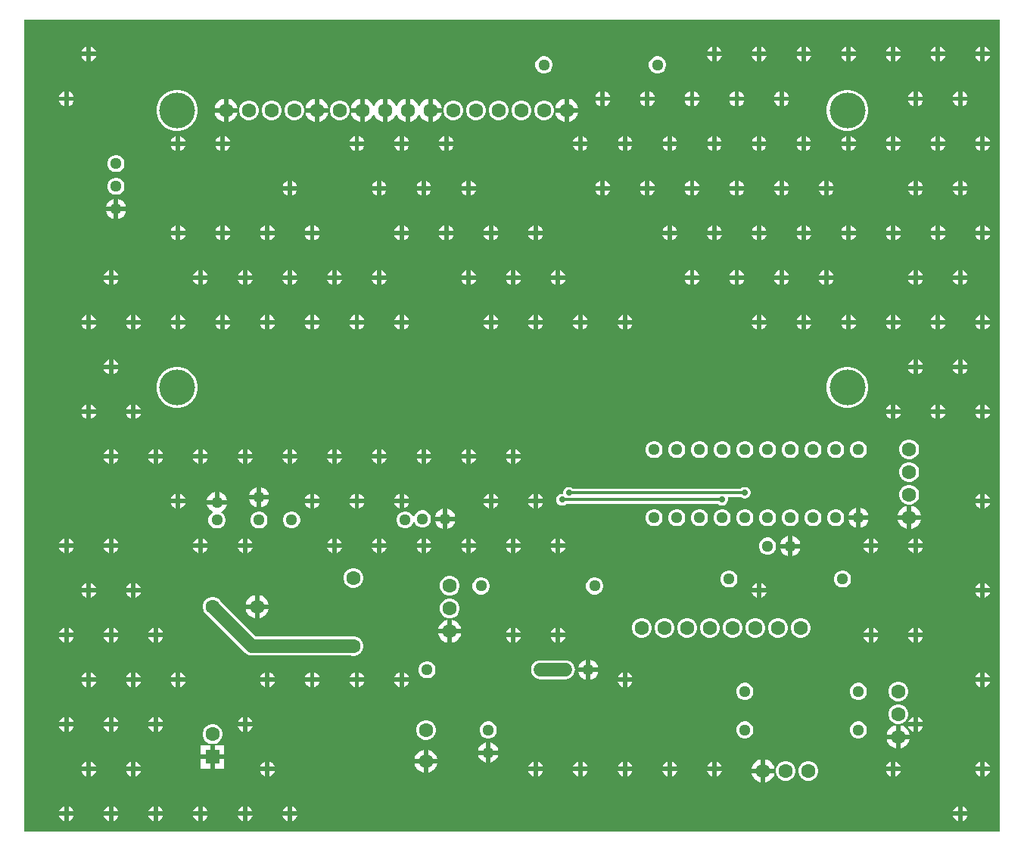
<source format=gbl>
G04*
G04 #@! TF.GenerationSoftware,Altium Limited,Altium Designer,21.9.2 (33)*
G04*
G04 Layer_Physical_Order=2*
G04 Layer_Color=255*
%FSTAX24Y24*%
%MOIN*%
G70*
G04*
G04 #@! TF.SameCoordinates,FB3CEF1A-BC9A-443B-9A05-8590AB0A4EFD*
G04*
G04*
G04 #@! TF.FilePolarity,Positive*
G04*
G01*
G75*
%ADD10C,0.0118*%
%ADD25C,0.0591*%
%ADD26C,0.0630*%
%ADD27C,0.0512*%
%ADD28R,0.0630X0.0630*%
%ADD29C,0.1575*%
%ADD30C,0.0276*%
G36*
X058832Y011018D02*
X015868D01*
Y046782D01*
X058832D01*
Y011018D01*
D02*
G37*
%LPC*%
G36*
X058169Y045596D02*
Y045374D01*
X058391D01*
X058383Y045405D01*
X058339Y045481D01*
X058276Y045543D01*
X0582Y045587D01*
X058169Y045596D01*
D02*
G37*
G36*
X057972D02*
X057942Y045587D01*
X057865Y045543D01*
X057803Y045481D01*
X057759Y045405D01*
X057751Y045374D01*
X057972D01*
Y045596D01*
D02*
G37*
G36*
X056201D02*
Y045374D01*
X056422D01*
X056414Y045405D01*
X05637Y045481D01*
X056308Y045543D01*
X056232Y045587D01*
X056201Y045596D01*
D02*
G37*
G36*
X056004D02*
X055973Y045587D01*
X055897Y045543D01*
X055835Y045481D01*
X055791Y045405D01*
X055782Y045374D01*
X056004D01*
Y045596D01*
D02*
G37*
G36*
X054232D02*
Y045374D01*
X054454D01*
X054446Y045405D01*
X054402Y045481D01*
X054339Y045543D01*
X054263Y045587D01*
X054232Y045596D01*
D02*
G37*
G36*
X054035D02*
X054005Y045587D01*
X053928Y045543D01*
X053866Y045481D01*
X053822Y045405D01*
X053814Y045374D01*
X054035D01*
Y045596D01*
D02*
G37*
G36*
X052264D02*
Y045374D01*
X052485D01*
X052477Y045405D01*
X052433Y045481D01*
X052371Y045543D01*
X052295Y045587D01*
X052264Y045596D01*
D02*
G37*
G36*
X052067D02*
X052036Y045587D01*
X05196Y045543D01*
X051898Y045481D01*
X051854Y045405D01*
X051845Y045374D01*
X052067D01*
Y045596D01*
D02*
G37*
G36*
X050295D02*
Y045374D01*
X050517D01*
X050509Y045405D01*
X050465Y045481D01*
X050402Y045543D01*
X050326Y045587D01*
X050295Y045596D01*
D02*
G37*
G36*
X050098D02*
X050068Y045587D01*
X049991Y045543D01*
X049929Y045481D01*
X049885Y045405D01*
X049877Y045374D01*
X050098D01*
Y045596D01*
D02*
G37*
G36*
X048327D02*
Y045374D01*
X048548D01*
X04854Y045405D01*
X048496Y045481D01*
X048434Y045543D01*
X048358Y045587D01*
X048327Y045596D01*
D02*
G37*
G36*
X04813D02*
X048099Y045587D01*
X048023Y045543D01*
X047961Y045481D01*
X047917Y045405D01*
X047908Y045374D01*
X04813D01*
Y045596D01*
D02*
G37*
G36*
X046358D02*
Y045374D01*
X04658D01*
X046572Y045405D01*
X046528Y045481D01*
X046465Y045543D01*
X046389Y045587D01*
X046358Y045596D01*
D02*
G37*
G36*
X046161D02*
X046131Y045587D01*
X046054Y045543D01*
X045992Y045481D01*
X045948Y045405D01*
X04594Y045374D01*
X046161D01*
Y045596D01*
D02*
G37*
G36*
X018799D02*
Y045374D01*
X019021D01*
X019013Y045405D01*
X018969Y045481D01*
X018906Y045543D01*
X01883Y045587D01*
X018799Y045596D01*
D02*
G37*
G36*
X018602D02*
X018572Y045587D01*
X018495Y045543D01*
X018433Y045481D01*
X018389Y045405D01*
X018381Y045374D01*
X018602D01*
Y045596D01*
D02*
G37*
G36*
X058391Y045177D02*
X058169D01*
Y044956D01*
X0582Y044964D01*
X058276Y045008D01*
X058339Y04507D01*
X058383Y045146D01*
X058391Y045177D01*
D02*
G37*
G36*
X057972D02*
X057751D01*
X057759Y045146D01*
X057803Y04507D01*
X057865Y045008D01*
X057942Y044964D01*
X057972Y044956D01*
Y045177D01*
D02*
G37*
G36*
X056422D02*
X056201D01*
Y044956D01*
X056232Y044964D01*
X056308Y045008D01*
X05637Y04507D01*
X056414Y045146D01*
X056422Y045177D01*
D02*
G37*
G36*
X056004D02*
X055782D01*
X055791Y045146D01*
X055835Y04507D01*
X055897Y045008D01*
X055973Y044964D01*
X056004Y044956D01*
Y045177D01*
D02*
G37*
G36*
X054454D02*
X054232D01*
Y044956D01*
X054263Y044964D01*
X054339Y045008D01*
X054402Y04507D01*
X054446Y045146D01*
X054454Y045177D01*
D02*
G37*
G36*
X054035D02*
X053814D01*
X053822Y045146D01*
X053866Y04507D01*
X053928Y045008D01*
X054005Y044964D01*
X054035Y044956D01*
Y045177D01*
D02*
G37*
G36*
X052485D02*
X052264D01*
Y044956D01*
X052295Y044964D01*
X052371Y045008D01*
X052433Y04507D01*
X052477Y045146D01*
X052485Y045177D01*
D02*
G37*
G36*
X052067D02*
X051845D01*
X051854Y045146D01*
X051898Y04507D01*
X05196Y045008D01*
X052036Y044964D01*
X052067Y044956D01*
Y045177D01*
D02*
G37*
G36*
X050517D02*
X050295D01*
Y044956D01*
X050326Y044964D01*
X050402Y045008D01*
X050465Y04507D01*
X050509Y045146D01*
X050517Y045177D01*
D02*
G37*
G36*
X050098D02*
X049877D01*
X049885Y045146D01*
X049929Y04507D01*
X049991Y045008D01*
X050068Y044964D01*
X050098Y044956D01*
Y045177D01*
D02*
G37*
G36*
X048548D02*
X048327D01*
Y044956D01*
X048358Y044964D01*
X048434Y045008D01*
X048496Y04507D01*
X04854Y045146D01*
X048548Y045177D01*
D02*
G37*
G36*
X04813D02*
X047908D01*
X047917Y045146D01*
X047961Y04507D01*
X048023Y045008D01*
X048099Y044964D01*
X04813Y044956D01*
Y045177D01*
D02*
G37*
G36*
X04658D02*
X046358D01*
Y044956D01*
X046389Y044964D01*
X046465Y045008D01*
X046528Y04507D01*
X046572Y045146D01*
X04658Y045177D01*
D02*
G37*
G36*
X046161D02*
X04594D01*
X045948Y045146D01*
X045992Y04507D01*
X046054Y045008D01*
X046131Y044964D01*
X046161Y044956D01*
Y045177D01*
D02*
G37*
G36*
X019021D02*
X018799D01*
Y044956D01*
X01883Y044964D01*
X018906Y045008D01*
X018969Y04507D01*
X019013Y045146D01*
X019021Y045177D01*
D02*
G37*
G36*
X018602D02*
X018381D01*
X018389Y045146D01*
X018433Y04507D01*
X018495Y045008D01*
X018572Y044964D01*
X018602Y044956D01*
Y045177D01*
D02*
G37*
G36*
X043799Y045174D02*
X043701D01*
X043606Y045149D01*
X04352Y045099D01*
X043451Y04503D01*
X043401Y044944D01*
X043376Y044849D01*
Y044751D01*
X043401Y044656D01*
X043451Y04457D01*
X04352Y044501D01*
X043606Y044451D01*
X043701Y044426D01*
X043799D01*
X043894Y044451D01*
X04398Y044501D01*
X044049Y04457D01*
X044099Y044656D01*
X044124Y044751D01*
Y044849D01*
X044099Y044944D01*
X044049Y04503D01*
X04398Y045099D01*
X043894Y045149D01*
X043799Y045174D01*
D02*
G37*
G36*
X038799D02*
X038701D01*
X038606Y045149D01*
X03852Y045099D01*
X038451Y04503D01*
X038401Y044944D01*
X038376Y044849D01*
Y044751D01*
X038401Y044656D01*
X038451Y04457D01*
X03852Y044501D01*
X038606Y044451D01*
X038701Y044426D01*
X038799D01*
X038894Y044451D01*
X03898Y044501D01*
X039049Y04457D01*
X039099Y044656D01*
X039124Y044751D01*
Y044849D01*
X039099Y044944D01*
X039049Y04503D01*
X03898Y045099D01*
X038894Y045149D01*
X038799Y045174D01*
D02*
G37*
G36*
X057185Y043627D02*
Y043406D01*
X057407D01*
X057398Y043436D01*
X057354Y043513D01*
X057292Y043575D01*
X057216Y043619D01*
X057185Y043627D01*
D02*
G37*
G36*
X056988D02*
X056957Y043619D01*
X056881Y043575D01*
X056819Y043513D01*
X056775Y043436D01*
X056767Y043406D01*
X056988D01*
Y043627D01*
D02*
G37*
G36*
X055217D02*
Y043406D01*
X055438D01*
X05543Y043436D01*
X055386Y043513D01*
X055324Y043575D01*
X055247Y043619D01*
X055217Y043627D01*
D02*
G37*
G36*
X05502D02*
X054989Y043619D01*
X054913Y043575D01*
X05485Y043513D01*
X054806Y043436D01*
X054798Y043406D01*
X05502D01*
Y043627D01*
D02*
G37*
G36*
X049311D02*
Y043406D01*
X049533D01*
X049524Y043436D01*
X04948Y043513D01*
X049418Y043575D01*
X049342Y043619D01*
X049311Y043627D01*
D02*
G37*
G36*
X049114D02*
X049083Y043619D01*
X049007Y043575D01*
X048945Y043513D01*
X048901Y043436D01*
X048893Y043406D01*
X049114D01*
Y043627D01*
D02*
G37*
G36*
X047343D02*
Y043406D01*
X047564D01*
X047556Y043436D01*
X047512Y043513D01*
X04745Y043575D01*
X047373Y043619D01*
X047343Y043627D01*
D02*
G37*
G36*
X047146D02*
X047115Y043619D01*
X047039Y043575D01*
X046976Y043513D01*
X046932Y043436D01*
X046924Y043406D01*
X047146D01*
Y043627D01*
D02*
G37*
G36*
X045374D02*
Y043406D01*
X045596D01*
X045587Y043436D01*
X045543Y043513D01*
X045481Y043575D01*
X045405Y043619D01*
X045374Y043627D01*
D02*
G37*
G36*
X045177D02*
X045146Y043619D01*
X04507Y043575D01*
X045008Y043513D01*
X044964Y043436D01*
X044956Y043406D01*
X045177D01*
Y043627D01*
D02*
G37*
G36*
X043406D02*
Y043406D01*
X043627D01*
X043619Y043436D01*
X043575Y043513D01*
X043513Y043575D01*
X043436Y043619D01*
X043406Y043627D01*
D02*
G37*
G36*
X043209D02*
X043178Y043619D01*
X043102Y043575D01*
X043039Y043513D01*
X042995Y043436D01*
X042987Y043406D01*
X043209D01*
Y043627D01*
D02*
G37*
G36*
X041437D02*
Y043406D01*
X041659D01*
X04165Y043436D01*
X041606Y043513D01*
X041544Y043575D01*
X041468Y043619D01*
X041437Y043627D01*
D02*
G37*
G36*
X04124D02*
X041209Y043619D01*
X041133Y043575D01*
X041071Y043513D01*
X041027Y043436D01*
X041019Y043406D01*
X04124D01*
Y043627D01*
D02*
G37*
G36*
X017815D02*
Y043406D01*
X018037D01*
X018028Y043436D01*
X017984Y043513D01*
X017922Y043575D01*
X017846Y043619D01*
X017815Y043627D01*
D02*
G37*
G36*
X017618D02*
X017587Y043619D01*
X017511Y043575D01*
X017449Y043513D01*
X017405Y043436D01*
X017396Y043406D01*
X017618D01*
Y043627D01*
D02*
G37*
G36*
X032652Y043303D02*
X032552Y043277D01*
X032436Y04321D01*
X03234Y043114D01*
X032277Y043004D01*
X03225Y043001D01*
X032223Y043004D01*
X03216Y043114D01*
X032064Y04321D01*
X031948Y043277D01*
X031848Y043303D01*
Y0428D01*
Y042297D01*
X031948Y042323D01*
X032064Y04239D01*
X03216Y042486D01*
X032223Y042596D01*
X03225Y042599D01*
X032277Y042596D01*
X03234Y042486D01*
X032436Y04239D01*
X032552Y042323D01*
X032652Y042297D01*
Y0428D01*
Y043303D01*
D02*
G37*
G36*
X031652D02*
X031552Y043277D01*
X031436Y04321D01*
X03134Y043114D01*
X031277Y043004D01*
X03125Y043001D01*
X031223Y043004D01*
X03116Y043114D01*
X031064Y04321D01*
X030948Y043277D01*
X030848Y043303D01*
Y0428D01*
Y042297D01*
X030948Y042323D01*
X031064Y04239D01*
X03116Y042486D01*
X031223Y042596D01*
X03125Y042599D01*
X031277Y042596D01*
X03134Y042486D01*
X031436Y04239D01*
X031552Y042323D01*
X031652Y042297D01*
Y0428D01*
Y043303D01*
D02*
G37*
G36*
X057407Y043209D02*
X057185D01*
Y042987D01*
X057216Y042995D01*
X057292Y043039D01*
X057354Y043102D01*
X057398Y043178D01*
X057407Y043209D01*
D02*
G37*
G36*
X056988D02*
X056767D01*
X056775Y043178D01*
X056819Y043102D01*
X056881Y043039D01*
X056957Y042995D01*
X056988Y042987D01*
Y043209D01*
D02*
G37*
G36*
X055438D02*
X055217D01*
Y042987D01*
X055247Y042995D01*
X055324Y043039D01*
X055386Y043102D01*
X05543Y043178D01*
X055438Y043209D01*
D02*
G37*
G36*
X05502D02*
X054798D01*
X054806Y043178D01*
X05485Y043102D01*
X054913Y043039D01*
X054989Y042995D01*
X05502Y042987D01*
Y043209D01*
D02*
G37*
G36*
X049533D02*
X049311D01*
Y042987D01*
X049342Y042995D01*
X049418Y043039D01*
X04948Y043102D01*
X049524Y043178D01*
X049533Y043209D01*
D02*
G37*
G36*
X049114D02*
X048893D01*
X048901Y043178D01*
X048945Y043102D01*
X049007Y043039D01*
X049083Y042995D01*
X049114Y042987D01*
Y043209D01*
D02*
G37*
G36*
X047564D02*
X047343D01*
Y042987D01*
X047373Y042995D01*
X04745Y043039D01*
X047512Y043102D01*
X047556Y043178D01*
X047564Y043209D01*
D02*
G37*
G36*
X047146D02*
X046924D01*
X046932Y043178D01*
X046976Y043102D01*
X047039Y043039D01*
X047115Y042995D01*
X047146Y042987D01*
Y043209D01*
D02*
G37*
G36*
X045596D02*
X045374D01*
Y042987D01*
X045405Y042995D01*
X045481Y043039D01*
X045543Y043102D01*
X045587Y043178D01*
X045596Y043209D01*
D02*
G37*
G36*
X045177D02*
X044956D01*
X044964Y043178D01*
X045008Y043102D01*
X04507Y043039D01*
X045146Y042995D01*
X045177Y042987D01*
Y043209D01*
D02*
G37*
G36*
X043627D02*
X043406D01*
Y042987D01*
X043436Y042995D01*
X043513Y043039D01*
X043575Y043102D01*
X043619Y043178D01*
X043627Y043209D01*
D02*
G37*
G36*
X043209D02*
X042987D01*
X042995Y043178D01*
X043039Y043102D01*
X043102Y043039D01*
X043178Y042995D01*
X043209Y042987D01*
Y043209D01*
D02*
G37*
G36*
X041659D02*
X041437D01*
Y042987D01*
X041468Y042995D01*
X041544Y043039D01*
X041606Y043102D01*
X04165Y043178D01*
X041659Y043209D01*
D02*
G37*
G36*
X04124D02*
X041019D01*
X041027Y043178D01*
X041071Y043102D01*
X041133Y043039D01*
X041209Y042995D01*
X04124Y042987D01*
Y043209D01*
D02*
G37*
G36*
X018037D02*
X017815D01*
Y042987D01*
X017846Y042995D01*
X017922Y043039D01*
X017984Y043102D01*
X018028Y043178D01*
X018037Y043209D01*
D02*
G37*
G36*
X017618D02*
X017396D01*
X017405Y043178D01*
X017449Y043102D01*
X017511Y043039D01*
X017587Y042995D01*
X017618Y042987D01*
Y043209D01*
D02*
G37*
G36*
X039848Y043303D02*
Y042898D01*
X040253D01*
X040227Y042998D01*
X04016Y043114D01*
X040064Y04321D01*
X039948Y043277D01*
X039848Y043303D01*
D02*
G37*
G36*
X039652D02*
X039552Y043277D01*
X039436Y04321D01*
X03934Y043114D01*
X039273Y042998D01*
X039247Y042898D01*
X039652D01*
Y043303D01*
D02*
G37*
G36*
X033848D02*
Y042898D01*
X034253D01*
X034227Y042998D01*
X03416Y043114D01*
X034064Y04321D01*
X033948Y043277D01*
X033848Y043303D01*
D02*
G37*
G36*
X030652D02*
X030552Y043277D01*
X030436Y04321D01*
X03034Y043114D01*
X030273Y042998D01*
X030247Y042898D01*
X030652D01*
Y043303D01*
D02*
G37*
G36*
X028848D02*
Y042898D01*
X029253D01*
X029227Y042998D01*
X02916Y043114D01*
X029064Y04321D01*
X028948Y043277D01*
X028848Y043303D01*
D02*
G37*
G36*
X028652D02*
X028552Y043277D01*
X028436Y04321D01*
X02834Y043114D01*
X028273Y042998D01*
X028247Y042898D01*
X028652D01*
Y043303D01*
D02*
G37*
G36*
X024848D02*
Y042898D01*
X025253D01*
X025227Y042998D01*
X02516Y043114D01*
X025064Y04321D01*
X024948Y043277D01*
X024848Y043303D01*
D02*
G37*
G36*
X024652D02*
X024552Y043277D01*
X024436Y04321D01*
X02434Y043114D01*
X024273Y042998D01*
X024247Y042898D01*
X024652D01*
Y043303D01*
D02*
G37*
G36*
X038807Y043233D02*
X038693D01*
X038583Y043204D01*
X038484Y043147D01*
X038403Y043066D01*
X038346Y042967D01*
X038317Y042857D01*
Y042743D01*
X038346Y042633D01*
X038403Y042534D01*
X038484Y042453D01*
X038583Y042396D01*
X038693Y042367D01*
X038807D01*
X038917Y042396D01*
X039016Y042453D01*
X039097Y042534D01*
X039154Y042633D01*
X039183Y042743D01*
Y042857D01*
X039154Y042967D01*
X039097Y043066D01*
X039016Y043147D01*
X038917Y043204D01*
X038807Y043233D01*
D02*
G37*
G36*
X037807D02*
X037693D01*
X037583Y043204D01*
X037484Y043147D01*
X037403Y043066D01*
X037346Y042967D01*
X037317Y042857D01*
Y042743D01*
X037346Y042633D01*
X037403Y042534D01*
X037484Y042453D01*
X037583Y042396D01*
X037693Y042367D01*
X037807D01*
X037917Y042396D01*
X038016Y042453D01*
X038097Y042534D01*
X038154Y042633D01*
X038183Y042743D01*
Y042857D01*
X038154Y042967D01*
X038097Y043066D01*
X038016Y043147D01*
X037917Y043204D01*
X037807Y043233D01*
D02*
G37*
G36*
X036807D02*
X036693D01*
X036583Y043204D01*
X036484Y043147D01*
X036403Y043066D01*
X036346Y042967D01*
X036317Y042857D01*
Y042743D01*
X036346Y042633D01*
X036403Y042534D01*
X036484Y042453D01*
X036583Y042396D01*
X036693Y042367D01*
X036807D01*
X036917Y042396D01*
X037016Y042453D01*
X037097Y042534D01*
X037154Y042633D01*
X037183Y042743D01*
Y042857D01*
X037154Y042967D01*
X037097Y043066D01*
X037016Y043147D01*
X036917Y043204D01*
X036807Y043233D01*
D02*
G37*
G36*
X035807D02*
X035693D01*
X035583Y043204D01*
X035484Y043147D01*
X035403Y043066D01*
X035346Y042967D01*
X035317Y042857D01*
Y042743D01*
X035346Y042633D01*
X035403Y042534D01*
X035484Y042453D01*
X035583Y042396D01*
X035693Y042367D01*
X035807D01*
X035917Y042396D01*
X036016Y042453D01*
X036097Y042534D01*
X036154Y042633D01*
X036183Y042743D01*
Y042857D01*
X036154Y042967D01*
X036097Y043066D01*
X036016Y043147D01*
X035917Y043204D01*
X035807Y043233D01*
D02*
G37*
G36*
X034807D02*
X034693D01*
X034583Y043204D01*
X034484Y043147D01*
X034403Y043066D01*
X034346Y042967D01*
X034317Y042857D01*
Y042743D01*
X034346Y042633D01*
X034403Y042534D01*
X034484Y042453D01*
X034583Y042396D01*
X034693Y042367D01*
X034807D01*
X034917Y042396D01*
X035016Y042453D01*
X035097Y042534D01*
X035154Y042633D01*
X035183Y042743D01*
Y042857D01*
X035154Y042967D01*
X035097Y043066D01*
X035016Y043147D01*
X034917Y043204D01*
X034807Y043233D01*
D02*
G37*
G36*
X029807D02*
X029693D01*
X029583Y043204D01*
X029484Y043147D01*
X029403Y043066D01*
X029346Y042967D01*
X029317Y042857D01*
Y042743D01*
X029346Y042633D01*
X029403Y042534D01*
X029484Y042453D01*
X029583Y042396D01*
X029693Y042367D01*
X029807D01*
X029917Y042396D01*
X030016Y042453D01*
X030097Y042534D01*
X030154Y042633D01*
X030183Y042743D01*
Y042857D01*
X030154Y042967D01*
X030097Y043066D01*
X030016Y043147D01*
X029917Y043204D01*
X029807Y043233D01*
D02*
G37*
G36*
X027807D02*
X027693D01*
X027583Y043204D01*
X027484Y043147D01*
X027403Y043066D01*
X027346Y042967D01*
X027317Y042857D01*
Y042743D01*
X027346Y042633D01*
X027403Y042534D01*
X027484Y042453D01*
X027583Y042396D01*
X027693Y042367D01*
X027807D01*
X027917Y042396D01*
X028016Y042453D01*
X028097Y042534D01*
X028154Y042633D01*
X028183Y042743D01*
Y042857D01*
X028154Y042967D01*
X028097Y043066D01*
X028016Y043147D01*
X027917Y043204D01*
X027807Y043233D01*
D02*
G37*
G36*
X026807D02*
X026693D01*
X026583Y043204D01*
X026484Y043147D01*
X026403Y043066D01*
X026346Y042967D01*
X026317Y042857D01*
Y042743D01*
X026346Y042633D01*
X026403Y042534D01*
X026484Y042453D01*
X026583Y042396D01*
X026693Y042367D01*
X026807D01*
X026917Y042396D01*
X027016Y042453D01*
X027097Y042534D01*
X027154Y042633D01*
X027183Y042743D01*
Y042857D01*
X027154Y042967D01*
X027097Y043066D01*
X027016Y043147D01*
X026917Y043204D01*
X026807Y043233D01*
D02*
G37*
G36*
X025807D02*
X025693D01*
X025583Y043204D01*
X025484Y043147D01*
X025403Y043066D01*
X025346Y042967D01*
X025317Y042857D01*
Y042743D01*
X025346Y042633D01*
X025403Y042534D01*
X025484Y042453D01*
X025583Y042396D01*
X025693Y042367D01*
X025807D01*
X025917Y042396D01*
X026016Y042453D01*
X026097Y042534D01*
X026154Y042633D01*
X026183Y042743D01*
Y042857D01*
X026154Y042967D01*
X026097Y043066D01*
X026016Y043147D01*
X025917Y043204D01*
X025807Y043233D01*
D02*
G37*
G36*
X040253Y042702D02*
X039848D01*
Y042297D01*
X039948Y042323D01*
X040064Y04239D01*
X04016Y042486D01*
X040227Y042602D01*
X040253Y042702D01*
D02*
G37*
G36*
X039652D02*
X039247D01*
X039273Y042602D01*
X03934Y042486D01*
X039436Y04239D01*
X039552Y042323D01*
X039652Y042297D01*
Y042702D01*
D02*
G37*
G36*
X034253D02*
X033848D01*
Y042297D01*
X033948Y042323D01*
X034064Y04239D01*
X03416Y042486D01*
X034227Y042602D01*
X034253Y042702D01*
D02*
G37*
G36*
X032848Y043303D02*
Y0428D01*
Y042297D01*
X032948Y042323D01*
X033064Y04239D01*
X03316Y042486D01*
X033223Y042596D01*
X03325Y042599D01*
X033277Y042596D01*
X03334Y042486D01*
X033436Y04239D01*
X033552Y042323D01*
X033652Y042297D01*
Y0428D01*
Y043303D01*
X033552Y043277D01*
X033436Y04321D01*
X03334Y043114D01*
X033277Y043004D01*
X03325Y043001D01*
X033223Y043004D01*
X03316Y043114D01*
X033064Y04321D01*
X032948Y043277D01*
X032848Y043303D01*
D02*
G37*
G36*
X030652Y042702D02*
X030247D01*
X030273Y042602D01*
X03034Y042486D01*
X030436Y04239D01*
X030552Y042323D01*
X030652Y042297D01*
Y042702D01*
D02*
G37*
G36*
X029253D02*
X028848D01*
Y042297D01*
X028948Y042323D01*
X029064Y04239D01*
X02916Y042486D01*
X029227Y042602D01*
X029253Y042702D01*
D02*
G37*
G36*
X028652D02*
X028247D01*
X028273Y042602D01*
X02834Y042486D01*
X028436Y04239D01*
X028552Y042323D01*
X028652Y042297D01*
Y042702D01*
D02*
G37*
G36*
X025253D02*
X024848D01*
Y042297D01*
X024948Y042323D01*
X025064Y04239D01*
X02516Y042486D01*
X025227Y042602D01*
X025253Y042702D01*
D02*
G37*
G36*
X024652D02*
X024247D01*
X024273Y042602D01*
X02434Y042486D01*
X024436Y04239D01*
X024552Y042323D01*
X024652Y042297D01*
Y042702D01*
D02*
G37*
G36*
X052201Y043706D02*
X052023D01*
X051848Y043671D01*
X051683Y043602D01*
X051535Y043503D01*
X051409Y043377D01*
X05131Y043229D01*
X051241Y043064D01*
X051207Y042889D01*
Y042711D01*
X051241Y042536D01*
X05131Y042371D01*
X051409Y042223D01*
X051535Y042097D01*
X051683Y041998D01*
X051848Y041929D01*
X052023Y041894D01*
X052201D01*
X052376Y041929D01*
X052541Y041998D01*
X052689Y042097D01*
X052816Y042223D01*
X052915Y042371D01*
X052983Y042536D01*
X053018Y042711D01*
Y042889D01*
X052983Y043064D01*
X052915Y043229D01*
X052816Y043377D01*
X052689Y043503D01*
X052541Y043602D01*
X052376Y043671D01*
X052201Y043706D01*
D02*
G37*
G36*
X022674D02*
X022495D01*
X022321Y043671D01*
X022156Y043602D01*
X022007Y043503D01*
X021881Y043377D01*
X021782Y043229D01*
X021714Y043064D01*
X021679Y042889D01*
Y042711D01*
X021714Y042536D01*
X021782Y042371D01*
X021881Y042223D01*
X022007Y042097D01*
X022156Y041998D01*
X022321Y041929D01*
X022495Y041894D01*
X022674D01*
X022849Y041929D01*
X023014Y041998D01*
X023162Y042097D01*
X023288Y042223D01*
X023387Y042371D01*
X023455Y042536D01*
X02349Y042711D01*
Y042889D01*
X023455Y043064D01*
X023387Y043229D01*
X023288Y043377D01*
X023162Y043503D01*
X023014Y043602D01*
X022849Y043671D01*
X022674Y043706D01*
D02*
G37*
G36*
X058169Y041659D02*
Y041437D01*
X058391D01*
X058383Y041468D01*
X058339Y041544D01*
X058276Y041606D01*
X0582Y04165D01*
X058169Y041659D01*
D02*
G37*
G36*
X057972D02*
X057942Y04165D01*
X057865Y041606D01*
X057803Y041544D01*
X057759Y041468D01*
X057751Y041437D01*
X057972D01*
Y041659D01*
D02*
G37*
G36*
X056201D02*
Y041437D01*
X056422D01*
X056414Y041468D01*
X05637Y041544D01*
X056308Y041606D01*
X056232Y04165D01*
X056201Y041659D01*
D02*
G37*
G36*
X056004D02*
X055973Y04165D01*
X055897Y041606D01*
X055835Y041544D01*
X055791Y041468D01*
X055782Y041437D01*
X056004D01*
Y041659D01*
D02*
G37*
G36*
X054232D02*
Y041437D01*
X054454D01*
X054446Y041468D01*
X054402Y041544D01*
X054339Y041606D01*
X054263Y04165D01*
X054232Y041659D01*
D02*
G37*
G36*
X054035D02*
X054005Y04165D01*
X053928Y041606D01*
X053866Y041544D01*
X053822Y041468D01*
X053814Y041437D01*
X054035D01*
Y041659D01*
D02*
G37*
G36*
X052264D02*
Y041437D01*
X052485D01*
X052477Y041468D01*
X052433Y041544D01*
X052371Y041606D01*
X052295Y04165D01*
X052264Y041659D01*
D02*
G37*
G36*
X052067D02*
X052036Y04165D01*
X05196Y041606D01*
X051898Y041544D01*
X051854Y041468D01*
X051845Y041437D01*
X052067D01*
Y041659D01*
D02*
G37*
G36*
X050295D02*
Y041437D01*
X050517D01*
X050509Y041468D01*
X050465Y041544D01*
X050402Y041606D01*
X050326Y04165D01*
X050295Y041659D01*
D02*
G37*
G36*
X050098D02*
X050068Y04165D01*
X049991Y041606D01*
X049929Y041544D01*
X049885Y041468D01*
X049877Y041437D01*
X050098D01*
Y041659D01*
D02*
G37*
G36*
X048327D02*
Y041437D01*
X048548D01*
X04854Y041468D01*
X048496Y041544D01*
X048434Y041606D01*
X048358Y04165D01*
X048327Y041659D01*
D02*
G37*
G36*
X04813D02*
X048099Y04165D01*
X048023Y041606D01*
X047961Y041544D01*
X047917Y041468D01*
X047908Y041437D01*
X04813D01*
Y041659D01*
D02*
G37*
G36*
X046358D02*
Y041437D01*
X04658D01*
X046572Y041468D01*
X046528Y041544D01*
X046465Y041606D01*
X046389Y04165D01*
X046358Y041659D01*
D02*
G37*
G36*
X046161D02*
X046131Y04165D01*
X046054Y041606D01*
X045992Y041544D01*
X045948Y041468D01*
X04594Y041437D01*
X046161D01*
Y041659D01*
D02*
G37*
G36*
X04439D02*
Y041437D01*
X044611D01*
X044603Y041468D01*
X044559Y041544D01*
X044497Y041606D01*
X044421Y04165D01*
X04439Y041659D01*
D02*
G37*
G36*
X044193D02*
X044162Y04165D01*
X044086Y041606D01*
X044024Y041544D01*
X04398Y041468D01*
X043971Y041437D01*
X044193D01*
Y041659D01*
D02*
G37*
G36*
X042421D02*
Y041437D01*
X042643D01*
X042635Y041468D01*
X042591Y041544D01*
X042528Y041606D01*
X042452Y04165D01*
X042421Y041659D01*
D02*
G37*
G36*
X042224D02*
X042194Y04165D01*
X042117Y041606D01*
X042055Y041544D01*
X042011Y041468D01*
X042003Y041437D01*
X042224D01*
Y041659D01*
D02*
G37*
G36*
X040453D02*
Y041437D01*
X040674D01*
X040666Y041468D01*
X040622Y041544D01*
X04056Y041606D01*
X040483Y04165D01*
X040453Y041659D01*
D02*
G37*
G36*
X040256D02*
X040225Y04165D01*
X040149Y041606D01*
X040087Y041544D01*
X040042Y041468D01*
X040034Y041437D01*
X040256D01*
Y041659D01*
D02*
G37*
G36*
X034547D02*
Y041437D01*
X034769D01*
X034761Y041468D01*
X034717Y041544D01*
X034654Y041606D01*
X034578Y04165D01*
X034547Y041659D01*
D02*
G37*
G36*
X03435D02*
X03432Y04165D01*
X034243Y041606D01*
X034181Y041544D01*
X034137Y041468D01*
X034129Y041437D01*
X03435D01*
Y041659D01*
D02*
G37*
G36*
X032579D02*
Y041437D01*
X0328D01*
X032792Y041468D01*
X032748Y041544D01*
X032686Y041606D01*
X032609Y04165D01*
X032579Y041659D01*
D02*
G37*
G36*
X032382D02*
X032351Y04165D01*
X032275Y041606D01*
X032213Y041544D01*
X032168Y041468D01*
X03216Y041437D01*
X032382D01*
Y041659D01*
D02*
G37*
G36*
X03061D02*
Y041437D01*
X030832D01*
X030824Y041468D01*
X03078Y041544D01*
X030717Y041606D01*
X030641Y04165D01*
X03061Y041659D01*
D02*
G37*
G36*
X030413D02*
X030383Y04165D01*
X030306Y041606D01*
X030244Y041544D01*
X0302Y041468D01*
X030192Y041437D01*
X030413D01*
Y041659D01*
D02*
G37*
G36*
X024705D02*
Y041437D01*
X024926D01*
X024918Y041468D01*
X024874Y041544D01*
X024812Y041606D01*
X024735Y04165D01*
X024705Y041659D01*
D02*
G37*
G36*
X024508D02*
X024477Y04165D01*
X024401Y041606D01*
X024339Y041544D01*
X024294Y041468D01*
X024286Y041437D01*
X024508D01*
Y041659D01*
D02*
G37*
G36*
X022736D02*
Y041437D01*
X022958D01*
X02295Y041468D01*
X022906Y041544D01*
X022843Y041606D01*
X022767Y04165D01*
X022736Y041659D01*
D02*
G37*
G36*
X022539D02*
X022509Y04165D01*
X022432Y041606D01*
X02237Y041544D01*
X022326Y041468D01*
X022318Y041437D01*
X022539D01*
Y041659D01*
D02*
G37*
G36*
X058391Y04124D02*
X058169D01*
Y041019D01*
X0582Y041027D01*
X058276Y041071D01*
X058339Y041133D01*
X058383Y041209D01*
X058391Y04124D01*
D02*
G37*
G36*
X057972D02*
X057751D01*
X057759Y041209D01*
X057803Y041133D01*
X057865Y041071D01*
X057942Y041027D01*
X057972Y041019D01*
Y04124D01*
D02*
G37*
G36*
X056422D02*
X056201D01*
Y041019D01*
X056232Y041027D01*
X056308Y041071D01*
X05637Y041133D01*
X056414Y041209D01*
X056422Y04124D01*
D02*
G37*
G36*
X056004D02*
X055782D01*
X055791Y041209D01*
X055835Y041133D01*
X055897Y041071D01*
X055973Y041027D01*
X056004Y041019D01*
Y04124D01*
D02*
G37*
G36*
X054454D02*
X054232D01*
Y041019D01*
X054263Y041027D01*
X054339Y041071D01*
X054402Y041133D01*
X054446Y041209D01*
X054454Y04124D01*
D02*
G37*
G36*
X054035D02*
X053814D01*
X053822Y041209D01*
X053866Y041133D01*
X053928Y041071D01*
X054005Y041027D01*
X054035Y041019D01*
Y04124D01*
D02*
G37*
G36*
X052485D02*
X052264D01*
Y041019D01*
X052295Y041027D01*
X052371Y041071D01*
X052433Y041133D01*
X052477Y041209D01*
X052485Y04124D01*
D02*
G37*
G36*
X052067D02*
X051845D01*
X051854Y041209D01*
X051898Y041133D01*
X05196Y041071D01*
X052036Y041027D01*
X052067Y041019D01*
Y04124D01*
D02*
G37*
G36*
X050517D02*
X050295D01*
Y041019D01*
X050326Y041027D01*
X050402Y041071D01*
X050465Y041133D01*
X050509Y041209D01*
X050517Y04124D01*
D02*
G37*
G36*
X050098D02*
X049877D01*
X049885Y041209D01*
X049929Y041133D01*
X049991Y041071D01*
X050068Y041027D01*
X050098Y041019D01*
Y04124D01*
D02*
G37*
G36*
X048548D02*
X048327D01*
Y041019D01*
X048358Y041027D01*
X048434Y041071D01*
X048496Y041133D01*
X04854Y041209D01*
X048548Y04124D01*
D02*
G37*
G36*
X04813D02*
X047908D01*
X047917Y041209D01*
X047961Y041133D01*
X048023Y041071D01*
X048099Y041027D01*
X04813Y041019D01*
Y04124D01*
D02*
G37*
G36*
X04658D02*
X046358D01*
Y041019D01*
X046389Y041027D01*
X046465Y041071D01*
X046528Y041133D01*
X046572Y041209D01*
X04658Y04124D01*
D02*
G37*
G36*
X046161D02*
X04594D01*
X045948Y041209D01*
X045992Y041133D01*
X046054Y041071D01*
X046131Y041027D01*
X046161Y041019D01*
Y04124D01*
D02*
G37*
G36*
X044611D02*
X04439D01*
Y041019D01*
X044421Y041027D01*
X044497Y041071D01*
X044559Y041133D01*
X044603Y041209D01*
X044611Y04124D01*
D02*
G37*
G36*
X044193D02*
X043971D01*
X04398Y041209D01*
X044024Y041133D01*
X044086Y041071D01*
X044162Y041027D01*
X044193Y041019D01*
Y04124D01*
D02*
G37*
G36*
X042643D02*
X042421D01*
Y041019D01*
X042452Y041027D01*
X042528Y041071D01*
X042591Y041133D01*
X042635Y041209D01*
X042643Y04124D01*
D02*
G37*
G36*
X042224D02*
X042003D01*
X042011Y041209D01*
X042055Y041133D01*
X042117Y041071D01*
X042194Y041027D01*
X042224Y041019D01*
Y04124D01*
D02*
G37*
G36*
X040674D02*
X040453D01*
Y041019D01*
X040483Y041027D01*
X04056Y041071D01*
X040622Y041133D01*
X040666Y041209D01*
X040674Y04124D01*
D02*
G37*
G36*
X040256D02*
X040034D01*
X040042Y041209D01*
X040087Y041133D01*
X040149Y041071D01*
X040225Y041027D01*
X040256Y041019D01*
Y04124D01*
D02*
G37*
G36*
X034769D02*
X034547D01*
Y041019D01*
X034578Y041027D01*
X034654Y041071D01*
X034717Y041133D01*
X034761Y041209D01*
X034769Y04124D01*
D02*
G37*
G36*
X03435D02*
X034129D01*
X034137Y041209D01*
X034181Y041133D01*
X034243Y041071D01*
X03432Y041027D01*
X03435Y041019D01*
Y04124D01*
D02*
G37*
G36*
X0328D02*
X032579D01*
Y041019D01*
X032609Y041027D01*
X032686Y041071D01*
X032748Y041133D01*
X032792Y041209D01*
X0328Y04124D01*
D02*
G37*
G36*
X032382D02*
X03216D01*
X032168Y041209D01*
X032213Y041133D01*
X032275Y041071D01*
X032351Y041027D01*
X032382Y041019D01*
Y04124D01*
D02*
G37*
G36*
X030832D02*
X03061D01*
Y041019D01*
X030641Y041027D01*
X030717Y041071D01*
X03078Y041133D01*
X030824Y041209D01*
X030832Y04124D01*
D02*
G37*
G36*
X030413D02*
X030192D01*
X0302Y041209D01*
X030244Y041133D01*
X030306Y041071D01*
X030383Y041027D01*
X030413Y041019D01*
Y04124D01*
D02*
G37*
G36*
X024926D02*
X024705D01*
Y041019D01*
X024735Y041027D01*
X024812Y041071D01*
X024874Y041133D01*
X024918Y041209D01*
X024926Y04124D01*
D02*
G37*
G36*
X024508D02*
X024286D01*
X024294Y041209D01*
X024339Y041133D01*
X024401Y041071D01*
X024477Y041027D01*
X024508Y041019D01*
Y04124D01*
D02*
G37*
G36*
X022958D02*
X022736D01*
Y041019D01*
X022767Y041027D01*
X022843Y041071D01*
X022906Y041133D01*
X02295Y041209D01*
X022958Y04124D01*
D02*
G37*
G36*
X022539D02*
X022318D01*
X022326Y041209D01*
X02237Y041133D01*
X022432Y041071D01*
X022509Y041027D01*
X022539Y041019D01*
Y04124D01*
D02*
G37*
G36*
X019949Y040824D02*
X019851D01*
X019756Y040799D01*
X01967Y040749D01*
X019601Y04068D01*
X019551Y040594D01*
X019526Y040499D01*
Y040401D01*
X019551Y040306D01*
X019601Y04022D01*
X01967Y040151D01*
X019756Y040101D01*
X019851Y040076D01*
X019949D01*
X020044Y040101D01*
X02013Y040151D01*
X020199Y04022D01*
X020249Y040306D01*
X020274Y040401D01*
Y040499D01*
X020249Y040594D01*
X020199Y04068D01*
X02013Y040749D01*
X020044Y040799D01*
X019949Y040824D01*
D02*
G37*
G36*
X057185Y03969D02*
Y039469D01*
X057407D01*
X057398Y039499D01*
X057354Y039576D01*
X057292Y039638D01*
X057216Y039682D01*
X057185Y03969D01*
D02*
G37*
G36*
X056988D02*
X056957Y039682D01*
X056881Y039638D01*
X056819Y039576D01*
X056775Y039499D01*
X056767Y039469D01*
X056988D01*
Y03969D01*
D02*
G37*
G36*
X055217D02*
Y039469D01*
X055438D01*
X05543Y039499D01*
X055386Y039576D01*
X055324Y039638D01*
X055247Y039682D01*
X055217Y03969D01*
D02*
G37*
G36*
X05502D02*
X054989Y039682D01*
X054913Y039638D01*
X05485Y039576D01*
X054806Y039499D01*
X054798Y039469D01*
X05502D01*
Y03969D01*
D02*
G37*
G36*
X05128D02*
Y039469D01*
X051501D01*
X051493Y039499D01*
X051449Y039576D01*
X051387Y039638D01*
X05131Y039682D01*
X05128Y03969D01*
D02*
G37*
G36*
X051083D02*
X051052Y039682D01*
X050976Y039638D01*
X050913Y039576D01*
X050869Y039499D01*
X050861Y039469D01*
X051083D01*
Y03969D01*
D02*
G37*
G36*
X049311D02*
Y039469D01*
X049533D01*
X049524Y039499D01*
X04948Y039576D01*
X049418Y039638D01*
X049342Y039682D01*
X049311Y03969D01*
D02*
G37*
G36*
X049114D02*
X049083Y039682D01*
X049007Y039638D01*
X048945Y039576D01*
X048901Y039499D01*
X048893Y039469D01*
X049114D01*
Y03969D01*
D02*
G37*
G36*
X047343D02*
Y039469D01*
X047564D01*
X047556Y039499D01*
X047512Y039576D01*
X04745Y039638D01*
X047373Y039682D01*
X047343Y03969D01*
D02*
G37*
G36*
X047146D02*
X047115Y039682D01*
X047039Y039638D01*
X046976Y039576D01*
X046932Y039499D01*
X046924Y039469D01*
X047146D01*
Y03969D01*
D02*
G37*
G36*
X045374D02*
Y039469D01*
X045596D01*
X045587Y039499D01*
X045543Y039576D01*
X045481Y039638D01*
X045405Y039682D01*
X045374Y03969D01*
D02*
G37*
G36*
X045177D02*
X045146Y039682D01*
X04507Y039638D01*
X045008Y039576D01*
X044964Y039499D01*
X044956Y039469D01*
X045177D01*
Y03969D01*
D02*
G37*
G36*
X043406D02*
Y039469D01*
X043627D01*
X043619Y039499D01*
X043575Y039576D01*
X043513Y039638D01*
X043436Y039682D01*
X043406Y03969D01*
D02*
G37*
G36*
X043209D02*
X043178Y039682D01*
X043102Y039638D01*
X043039Y039576D01*
X042995Y039499D01*
X042987Y039469D01*
X043209D01*
Y03969D01*
D02*
G37*
G36*
X041437D02*
Y039469D01*
X041659D01*
X04165Y039499D01*
X041606Y039576D01*
X041544Y039638D01*
X041468Y039682D01*
X041437Y03969D01*
D02*
G37*
G36*
X04124D02*
X041209Y039682D01*
X041133Y039638D01*
X041071Y039576D01*
X041027Y039499D01*
X041019Y039469D01*
X04124D01*
Y03969D01*
D02*
G37*
G36*
X035531D02*
Y039469D01*
X035753D01*
X035745Y039499D01*
X035701Y039576D01*
X035639Y039638D01*
X035562Y039682D01*
X035531Y03969D01*
D02*
G37*
G36*
X035335D02*
X035304Y039682D01*
X035228Y039638D01*
X035165Y039576D01*
X035121Y039499D01*
X035113Y039469D01*
X035335D01*
Y03969D01*
D02*
G37*
G36*
X033563D02*
Y039469D01*
X033785D01*
X033776Y039499D01*
X033732Y039576D01*
X03367Y039638D01*
X033594Y039682D01*
X033563Y03969D01*
D02*
G37*
G36*
X033366D02*
X033335Y039682D01*
X033259Y039638D01*
X033197Y039576D01*
X033153Y039499D01*
X033144Y039469D01*
X033366D01*
Y03969D01*
D02*
G37*
G36*
X031594D02*
Y039469D01*
X031816D01*
X031808Y039499D01*
X031764Y039576D01*
X031702Y039638D01*
X031625Y039682D01*
X031594Y03969D01*
D02*
G37*
G36*
X031398D02*
X031367Y039682D01*
X031291Y039638D01*
X031228Y039576D01*
X031184Y039499D01*
X031176Y039469D01*
X031398D01*
Y03969D01*
D02*
G37*
G36*
X027657D02*
Y039469D01*
X027879D01*
X027871Y039499D01*
X027827Y039576D01*
X027765Y039638D01*
X027688Y039682D01*
X027657Y03969D01*
D02*
G37*
G36*
X027461D02*
X02743Y039682D01*
X027354Y039638D01*
X027291Y039576D01*
X027247Y039499D01*
X027239Y039469D01*
X027461D01*
Y03969D01*
D02*
G37*
G36*
X019949Y039824D02*
X019851D01*
X019756Y039799D01*
X01967Y039749D01*
X019601Y03968D01*
X019551Y039594D01*
X019526Y039499D01*
Y039401D01*
X019551Y039306D01*
X019601Y03922D01*
X01967Y039151D01*
X019756Y039101D01*
X019851Y039076D01*
X019949D01*
X020044Y039101D01*
X02013Y039151D01*
X020199Y03922D01*
X020249Y039306D01*
X020274Y039401D01*
Y039499D01*
X020249Y039594D01*
X020199Y03968D01*
X02013Y039749D01*
X020044Y039799D01*
X019949Y039824D01*
D02*
G37*
G36*
X057407Y039272D02*
X057185D01*
Y03905D01*
X057216Y039058D01*
X057292Y039102D01*
X057354Y039165D01*
X057398Y039241D01*
X057407Y039272D01*
D02*
G37*
G36*
X056988D02*
X056767D01*
X056775Y039241D01*
X056819Y039165D01*
X056881Y039102D01*
X056957Y039058D01*
X056988Y03905D01*
Y039272D01*
D02*
G37*
G36*
X055438D02*
X055217D01*
Y03905D01*
X055247Y039058D01*
X055324Y039102D01*
X055386Y039165D01*
X05543Y039241D01*
X055438Y039272D01*
D02*
G37*
G36*
X05502D02*
X054798D01*
X054806Y039241D01*
X05485Y039165D01*
X054913Y039102D01*
X054989Y039058D01*
X05502Y03905D01*
Y039272D01*
D02*
G37*
G36*
X051501D02*
X05128D01*
Y03905D01*
X05131Y039058D01*
X051387Y039102D01*
X051449Y039165D01*
X051493Y039241D01*
X051501Y039272D01*
D02*
G37*
G36*
X051083D02*
X050861D01*
X050869Y039241D01*
X050913Y039165D01*
X050976Y039102D01*
X051052Y039058D01*
X051083Y03905D01*
Y039272D01*
D02*
G37*
G36*
X049533D02*
X049311D01*
Y03905D01*
X049342Y039058D01*
X049418Y039102D01*
X04948Y039165D01*
X049524Y039241D01*
X049533Y039272D01*
D02*
G37*
G36*
X049114D02*
X048893D01*
X048901Y039241D01*
X048945Y039165D01*
X049007Y039102D01*
X049083Y039058D01*
X049114Y03905D01*
Y039272D01*
D02*
G37*
G36*
X047564D02*
X047343D01*
Y03905D01*
X047373Y039058D01*
X04745Y039102D01*
X047512Y039165D01*
X047556Y039241D01*
X047564Y039272D01*
D02*
G37*
G36*
X047146D02*
X046924D01*
X046932Y039241D01*
X046976Y039165D01*
X047039Y039102D01*
X047115Y039058D01*
X047146Y03905D01*
Y039272D01*
D02*
G37*
G36*
X045596D02*
X045374D01*
Y03905D01*
X045405Y039058D01*
X045481Y039102D01*
X045543Y039165D01*
X045587Y039241D01*
X045596Y039272D01*
D02*
G37*
G36*
X045177D02*
X044956D01*
X044964Y039241D01*
X045008Y039165D01*
X04507Y039102D01*
X045146Y039058D01*
X045177Y03905D01*
Y039272D01*
D02*
G37*
G36*
X043627D02*
X043406D01*
Y03905D01*
X043436Y039058D01*
X043513Y039102D01*
X043575Y039165D01*
X043619Y039241D01*
X043627Y039272D01*
D02*
G37*
G36*
X043209D02*
X042987D01*
X042995Y039241D01*
X043039Y039165D01*
X043102Y039102D01*
X043178Y039058D01*
X043209Y03905D01*
Y039272D01*
D02*
G37*
G36*
X041659D02*
X041437D01*
Y03905D01*
X041468Y039058D01*
X041544Y039102D01*
X041606Y039165D01*
X04165Y039241D01*
X041659Y039272D01*
D02*
G37*
G36*
X04124D02*
X041019D01*
X041027Y039241D01*
X041071Y039165D01*
X041133Y039102D01*
X041209Y039058D01*
X04124Y03905D01*
Y039272D01*
D02*
G37*
G36*
X035753D02*
X035531D01*
Y03905D01*
X035562Y039058D01*
X035639Y039102D01*
X035701Y039165D01*
X035745Y039241D01*
X035753Y039272D01*
D02*
G37*
G36*
X035335D02*
X035113D01*
X035121Y039241D01*
X035165Y039165D01*
X035228Y039102D01*
X035304Y039058D01*
X035335Y03905D01*
Y039272D01*
D02*
G37*
G36*
X033785D02*
X033563D01*
Y03905D01*
X033594Y039058D01*
X03367Y039102D01*
X033732Y039165D01*
X033776Y039241D01*
X033785Y039272D01*
D02*
G37*
G36*
X033366D02*
X033144D01*
X033153Y039241D01*
X033197Y039165D01*
X033259Y039102D01*
X033335Y039058D01*
X033366Y03905D01*
Y039272D01*
D02*
G37*
G36*
X031816D02*
X031594D01*
Y03905D01*
X031625Y039058D01*
X031702Y039102D01*
X031764Y039165D01*
X031808Y039241D01*
X031816Y039272D01*
D02*
G37*
G36*
X031398D02*
X031176D01*
X031184Y039241D01*
X031228Y039165D01*
X031291Y039102D01*
X031367Y039058D01*
X031398Y03905D01*
Y039272D01*
D02*
G37*
G36*
X027879D02*
X027657D01*
Y03905D01*
X027688Y039058D01*
X027765Y039102D01*
X027827Y039165D01*
X027871Y039241D01*
X027879Y039272D01*
D02*
G37*
G36*
X027461D02*
X027239D01*
X027247Y039241D01*
X027291Y039165D01*
X027354Y039102D01*
X02743Y039058D01*
X027461Y03905D01*
Y039272D01*
D02*
G37*
G36*
X019998Y038892D02*
Y038548D01*
X020342D01*
X020322Y038625D01*
X020262Y038728D01*
X020178Y038812D01*
X020075Y038872D01*
X019998Y038892D01*
D02*
G37*
G36*
X019802D02*
X019725Y038872D01*
X019622Y038812D01*
X019538Y038728D01*
X019478Y038625D01*
X019458Y038548D01*
X019802D01*
Y038892D01*
D02*
G37*
G36*
X020342Y038352D02*
X019998D01*
Y038008D01*
X020075Y038028D01*
X020178Y038088D01*
X020262Y038172D01*
X020322Y038275D01*
X020342Y038352D01*
D02*
G37*
G36*
X019802D02*
X019458D01*
X019478Y038275D01*
X019538Y038172D01*
X019622Y038088D01*
X019725Y038028D01*
X019802Y038008D01*
Y038352D01*
D02*
G37*
G36*
X058169Y037722D02*
Y0375D01*
X058391D01*
X058383Y037531D01*
X058339Y037607D01*
X058276Y037669D01*
X0582Y037713D01*
X058169Y037722D01*
D02*
G37*
G36*
X057972D02*
X057942Y037713D01*
X057865Y037669D01*
X057803Y037607D01*
X057759Y037531D01*
X057751Y0375D01*
X057972D01*
Y037722D01*
D02*
G37*
G36*
X056201D02*
Y0375D01*
X056422D01*
X056414Y037531D01*
X05637Y037607D01*
X056308Y037669D01*
X056232Y037713D01*
X056201Y037722D01*
D02*
G37*
G36*
X056004D02*
X055973Y037713D01*
X055897Y037669D01*
X055835Y037607D01*
X055791Y037531D01*
X055782Y0375D01*
X056004D01*
Y037722D01*
D02*
G37*
G36*
X054232D02*
Y0375D01*
X054454D01*
X054446Y037531D01*
X054402Y037607D01*
X054339Y037669D01*
X054263Y037713D01*
X054232Y037722D01*
D02*
G37*
G36*
X054035D02*
X054005Y037713D01*
X053928Y037669D01*
X053866Y037607D01*
X053822Y037531D01*
X053814Y0375D01*
X054035D01*
Y037722D01*
D02*
G37*
G36*
X052264D02*
Y0375D01*
X052485D01*
X052477Y037531D01*
X052433Y037607D01*
X052371Y037669D01*
X052295Y037713D01*
X052264Y037722D01*
D02*
G37*
G36*
X052067D02*
X052036Y037713D01*
X05196Y037669D01*
X051898Y037607D01*
X051854Y037531D01*
X051845Y0375D01*
X052067D01*
Y037722D01*
D02*
G37*
G36*
X050295D02*
Y0375D01*
X050517D01*
X050509Y037531D01*
X050465Y037607D01*
X050402Y037669D01*
X050326Y037713D01*
X050295Y037722D01*
D02*
G37*
G36*
X050098D02*
X050068Y037713D01*
X049991Y037669D01*
X049929Y037607D01*
X049885Y037531D01*
X049877Y0375D01*
X050098D01*
Y037722D01*
D02*
G37*
G36*
X048327D02*
Y0375D01*
X048548D01*
X04854Y037531D01*
X048496Y037607D01*
X048434Y037669D01*
X048358Y037713D01*
X048327Y037722D01*
D02*
G37*
G36*
X04813D02*
X048099Y037713D01*
X048023Y037669D01*
X047961Y037607D01*
X047917Y037531D01*
X047908Y0375D01*
X04813D01*
Y037722D01*
D02*
G37*
G36*
X046358D02*
Y0375D01*
X04658D01*
X046572Y037531D01*
X046528Y037607D01*
X046465Y037669D01*
X046389Y037713D01*
X046358Y037722D01*
D02*
G37*
G36*
X046161D02*
X046131Y037713D01*
X046054Y037669D01*
X045992Y037607D01*
X045948Y037531D01*
X04594Y0375D01*
X046161D01*
Y037722D01*
D02*
G37*
G36*
X04439D02*
Y0375D01*
X044611D01*
X044603Y037531D01*
X044559Y037607D01*
X044497Y037669D01*
X044421Y037713D01*
X04439Y037722D01*
D02*
G37*
G36*
X044193D02*
X044162Y037713D01*
X044086Y037669D01*
X044024Y037607D01*
X04398Y037531D01*
X043971Y0375D01*
X044193D01*
Y037722D01*
D02*
G37*
G36*
X038484D02*
Y0375D01*
X038706D01*
X038698Y037531D01*
X038654Y037607D01*
X038591Y037669D01*
X038515Y037713D01*
X038484Y037722D01*
D02*
G37*
G36*
X038287D02*
X038257Y037713D01*
X03818Y037669D01*
X038118Y037607D01*
X038074Y037531D01*
X038066Y0375D01*
X038287D01*
Y037722D01*
D02*
G37*
G36*
X036516D02*
Y0375D01*
X036737D01*
X036729Y037531D01*
X036685Y037607D01*
X036623Y037669D01*
X036546Y037713D01*
X036516Y037722D01*
D02*
G37*
G36*
X036319D02*
X036288Y037713D01*
X036212Y037669D01*
X03615Y037607D01*
X036105Y037531D01*
X036097Y0375D01*
X036319D01*
Y037722D01*
D02*
G37*
G36*
X034547D02*
Y0375D01*
X034769D01*
X034761Y037531D01*
X034717Y037607D01*
X034654Y037669D01*
X034578Y037713D01*
X034547Y037722D01*
D02*
G37*
G36*
X03435D02*
X03432Y037713D01*
X034243Y037669D01*
X034181Y037607D01*
X034137Y037531D01*
X034129Y0375D01*
X03435D01*
Y037722D01*
D02*
G37*
G36*
X032579D02*
Y0375D01*
X0328D01*
X032792Y037531D01*
X032748Y037607D01*
X032686Y037669D01*
X032609Y037713D01*
X032579Y037722D01*
D02*
G37*
G36*
X032382D02*
X032351Y037713D01*
X032275Y037669D01*
X032213Y037607D01*
X032168Y037531D01*
X03216Y0375D01*
X032382D01*
Y037722D01*
D02*
G37*
G36*
X028642D02*
Y0375D01*
X028863D01*
X028855Y037531D01*
X028811Y037607D01*
X028749Y037669D01*
X028672Y037713D01*
X028642Y037722D01*
D02*
G37*
G36*
X028445D02*
X028414Y037713D01*
X028338Y037669D01*
X028276Y037607D01*
X028231Y037531D01*
X028223Y0375D01*
X028445D01*
Y037722D01*
D02*
G37*
G36*
X026673D02*
Y0375D01*
X026895D01*
X026887Y037531D01*
X026843Y037607D01*
X02678Y037669D01*
X026704Y037713D01*
X026673Y037722D01*
D02*
G37*
G36*
X026476D02*
X026446Y037713D01*
X026369Y037669D01*
X026307Y037607D01*
X026263Y037531D01*
X026255Y0375D01*
X026476D01*
Y037722D01*
D02*
G37*
G36*
X024705D02*
Y0375D01*
X024926D01*
X024918Y037531D01*
X024874Y037607D01*
X024812Y037669D01*
X024735Y037713D01*
X024705Y037722D01*
D02*
G37*
G36*
X024508D02*
X024477Y037713D01*
X024401Y037669D01*
X024339Y037607D01*
X024294Y037531D01*
X024286Y0375D01*
X024508D01*
Y037722D01*
D02*
G37*
G36*
X022736D02*
Y0375D01*
X022958D01*
X02295Y037531D01*
X022906Y037607D01*
X022843Y037669D01*
X022767Y037713D01*
X022736Y037722D01*
D02*
G37*
G36*
X022539D02*
X022509Y037713D01*
X022432Y037669D01*
X02237Y037607D01*
X022326Y037531D01*
X022318Y0375D01*
X022539D01*
Y037722D01*
D02*
G37*
G36*
X058391Y037303D02*
X058169D01*
Y037081D01*
X0582Y03709D01*
X058276Y037134D01*
X058339Y037196D01*
X058383Y037272D01*
X058391Y037303D01*
D02*
G37*
G36*
X057972D02*
X057751D01*
X057759Y037272D01*
X057803Y037196D01*
X057865Y037134D01*
X057942Y03709D01*
X057972Y037081D01*
Y037303D01*
D02*
G37*
G36*
X056422D02*
X056201D01*
Y037081D01*
X056232Y03709D01*
X056308Y037134D01*
X05637Y037196D01*
X056414Y037272D01*
X056422Y037303D01*
D02*
G37*
G36*
X056004D02*
X055782D01*
X055791Y037272D01*
X055835Y037196D01*
X055897Y037134D01*
X055973Y03709D01*
X056004Y037081D01*
Y037303D01*
D02*
G37*
G36*
X054454D02*
X054232D01*
Y037081D01*
X054263Y03709D01*
X054339Y037134D01*
X054402Y037196D01*
X054446Y037272D01*
X054454Y037303D01*
D02*
G37*
G36*
X054035D02*
X053814D01*
X053822Y037272D01*
X053866Y037196D01*
X053928Y037134D01*
X054005Y03709D01*
X054035Y037081D01*
Y037303D01*
D02*
G37*
G36*
X052485D02*
X052264D01*
Y037081D01*
X052295Y03709D01*
X052371Y037134D01*
X052433Y037196D01*
X052477Y037272D01*
X052485Y037303D01*
D02*
G37*
G36*
X052067D02*
X051845D01*
X051854Y037272D01*
X051898Y037196D01*
X05196Y037134D01*
X052036Y03709D01*
X052067Y037081D01*
Y037303D01*
D02*
G37*
G36*
X050517D02*
X050295D01*
Y037081D01*
X050326Y03709D01*
X050402Y037134D01*
X050465Y037196D01*
X050509Y037272D01*
X050517Y037303D01*
D02*
G37*
G36*
X050098D02*
X049877D01*
X049885Y037272D01*
X049929Y037196D01*
X049991Y037134D01*
X050068Y03709D01*
X050098Y037081D01*
Y037303D01*
D02*
G37*
G36*
X048548D02*
X048327D01*
Y037081D01*
X048358Y03709D01*
X048434Y037134D01*
X048496Y037196D01*
X04854Y037272D01*
X048548Y037303D01*
D02*
G37*
G36*
X04813D02*
X047908D01*
X047917Y037272D01*
X047961Y037196D01*
X048023Y037134D01*
X048099Y03709D01*
X04813Y037081D01*
Y037303D01*
D02*
G37*
G36*
X04658D02*
X046358D01*
Y037081D01*
X046389Y03709D01*
X046465Y037134D01*
X046528Y037196D01*
X046572Y037272D01*
X04658Y037303D01*
D02*
G37*
G36*
X046161D02*
X04594D01*
X045948Y037272D01*
X045992Y037196D01*
X046054Y037134D01*
X046131Y03709D01*
X046161Y037081D01*
Y037303D01*
D02*
G37*
G36*
X044611D02*
X04439D01*
Y037081D01*
X044421Y03709D01*
X044497Y037134D01*
X044559Y037196D01*
X044603Y037272D01*
X044611Y037303D01*
D02*
G37*
G36*
X044193D02*
X043971D01*
X04398Y037272D01*
X044024Y037196D01*
X044086Y037134D01*
X044162Y03709D01*
X044193Y037081D01*
Y037303D01*
D02*
G37*
G36*
X038706D02*
X038484D01*
Y037081D01*
X038515Y03709D01*
X038591Y037134D01*
X038654Y037196D01*
X038698Y037272D01*
X038706Y037303D01*
D02*
G37*
G36*
X038287D02*
X038066D01*
X038074Y037272D01*
X038118Y037196D01*
X03818Y037134D01*
X038257Y03709D01*
X038287Y037081D01*
Y037303D01*
D02*
G37*
G36*
X036737D02*
X036516D01*
Y037081D01*
X036546Y03709D01*
X036623Y037134D01*
X036685Y037196D01*
X036729Y037272D01*
X036737Y037303D01*
D02*
G37*
G36*
X036319D02*
X036097D01*
X036105Y037272D01*
X03615Y037196D01*
X036212Y037134D01*
X036288Y03709D01*
X036319Y037081D01*
Y037303D01*
D02*
G37*
G36*
X034769D02*
X034547D01*
Y037081D01*
X034578Y03709D01*
X034654Y037134D01*
X034717Y037196D01*
X034761Y037272D01*
X034769Y037303D01*
D02*
G37*
G36*
X03435D02*
X034129D01*
X034137Y037272D01*
X034181Y037196D01*
X034243Y037134D01*
X03432Y03709D01*
X03435Y037081D01*
Y037303D01*
D02*
G37*
G36*
X0328D02*
X032579D01*
Y037081D01*
X032609Y03709D01*
X032686Y037134D01*
X032748Y037196D01*
X032792Y037272D01*
X0328Y037303D01*
D02*
G37*
G36*
X032382D02*
X03216D01*
X032168Y037272D01*
X032213Y037196D01*
X032275Y037134D01*
X032351Y03709D01*
X032382Y037081D01*
Y037303D01*
D02*
G37*
G36*
X028863D02*
X028642D01*
Y037081D01*
X028672Y03709D01*
X028749Y037134D01*
X028811Y037196D01*
X028855Y037272D01*
X028863Y037303D01*
D02*
G37*
G36*
X028445D02*
X028223D01*
X028231Y037272D01*
X028276Y037196D01*
X028338Y037134D01*
X028414Y03709D01*
X028445Y037081D01*
Y037303D01*
D02*
G37*
G36*
X026895D02*
X026673D01*
Y037081D01*
X026704Y03709D01*
X02678Y037134D01*
X026843Y037196D01*
X026887Y037272D01*
X026895Y037303D01*
D02*
G37*
G36*
X026476D02*
X026255D01*
X026263Y037272D01*
X026307Y037196D01*
X026369Y037134D01*
X026446Y03709D01*
X026476Y037081D01*
Y037303D01*
D02*
G37*
G36*
X024926D02*
X024705D01*
Y037081D01*
X024735Y03709D01*
X024812Y037134D01*
X024874Y037196D01*
X024918Y037272D01*
X024926Y037303D01*
D02*
G37*
G36*
X024508D02*
X024286D01*
X024294Y037272D01*
X024339Y037196D01*
X024401Y037134D01*
X024477Y03709D01*
X024508Y037081D01*
Y037303D01*
D02*
G37*
G36*
X022958D02*
X022736D01*
Y037081D01*
X022767Y03709D01*
X022843Y037134D01*
X022906Y037196D01*
X02295Y037272D01*
X022958Y037303D01*
D02*
G37*
G36*
X022539D02*
X022318D01*
X022326Y037272D01*
X02237Y037196D01*
X022432Y037134D01*
X022509Y03709D01*
X022539Y037081D01*
Y037303D01*
D02*
G37*
G36*
X057185Y035753D02*
Y035531D01*
X057407D01*
X057398Y035562D01*
X057354Y035639D01*
X057292Y035701D01*
X057216Y035745D01*
X057185Y035753D01*
D02*
G37*
G36*
X056988D02*
X056957Y035745D01*
X056881Y035701D01*
X056819Y035639D01*
X056775Y035562D01*
X056767Y035531D01*
X056988D01*
Y035753D01*
D02*
G37*
G36*
X055217D02*
Y035531D01*
X055438D01*
X05543Y035562D01*
X055386Y035639D01*
X055324Y035701D01*
X055247Y035745D01*
X055217Y035753D01*
D02*
G37*
G36*
X05502D02*
X054989Y035745D01*
X054913Y035701D01*
X05485Y035639D01*
X054806Y035562D01*
X054798Y035531D01*
X05502D01*
Y035753D01*
D02*
G37*
G36*
X05128D02*
Y035531D01*
X051501D01*
X051493Y035562D01*
X051449Y035639D01*
X051387Y035701D01*
X05131Y035745D01*
X05128Y035753D01*
D02*
G37*
G36*
X051083D02*
X051052Y035745D01*
X050976Y035701D01*
X050913Y035639D01*
X050869Y035562D01*
X050861Y035531D01*
X051083D01*
Y035753D01*
D02*
G37*
G36*
X049311D02*
Y035531D01*
X049533D01*
X049524Y035562D01*
X04948Y035639D01*
X049418Y035701D01*
X049342Y035745D01*
X049311Y035753D01*
D02*
G37*
G36*
X049114D02*
X049083Y035745D01*
X049007Y035701D01*
X048945Y035639D01*
X048901Y035562D01*
X048893Y035531D01*
X049114D01*
Y035753D01*
D02*
G37*
G36*
X047343D02*
Y035531D01*
X047564D01*
X047556Y035562D01*
X047512Y035639D01*
X04745Y035701D01*
X047373Y035745D01*
X047343Y035753D01*
D02*
G37*
G36*
X047146D02*
X047115Y035745D01*
X047039Y035701D01*
X046976Y035639D01*
X046932Y035562D01*
X046924Y035531D01*
X047146D01*
Y035753D01*
D02*
G37*
G36*
X045374D02*
Y035531D01*
X045596D01*
X045587Y035562D01*
X045543Y035639D01*
X045481Y035701D01*
X045405Y035745D01*
X045374Y035753D01*
D02*
G37*
G36*
X045177D02*
X045146Y035745D01*
X04507Y035701D01*
X045008Y035639D01*
X044964Y035562D01*
X044956Y035531D01*
X045177D01*
Y035753D01*
D02*
G37*
G36*
X039469D02*
Y035531D01*
X03969D01*
X039682Y035562D01*
X039638Y035639D01*
X039576Y035701D01*
X039499Y035745D01*
X039469Y035753D01*
D02*
G37*
G36*
X039272D02*
X039241Y035745D01*
X039165Y035701D01*
X039102Y035639D01*
X039058Y035562D01*
X03905Y035531D01*
X039272D01*
Y035753D01*
D02*
G37*
G36*
X0375D02*
Y035531D01*
X037722D01*
X037713Y035562D01*
X037669Y035639D01*
X037607Y035701D01*
X037531Y035745D01*
X0375Y035753D01*
D02*
G37*
G36*
X037303D02*
X037272Y035745D01*
X037196Y035701D01*
X037134Y035639D01*
X03709Y035562D01*
X037081Y035531D01*
X037303D01*
Y035753D01*
D02*
G37*
G36*
X035531D02*
Y035531D01*
X035753D01*
X035745Y035562D01*
X035701Y035639D01*
X035639Y035701D01*
X035562Y035745D01*
X035531Y035753D01*
D02*
G37*
G36*
X035335D02*
X035304Y035745D01*
X035228Y035701D01*
X035165Y035639D01*
X035121Y035562D01*
X035113Y035531D01*
X035335D01*
Y035753D01*
D02*
G37*
G36*
X031594D02*
Y035531D01*
X031816D01*
X031808Y035562D01*
X031764Y035639D01*
X031702Y035701D01*
X031625Y035745D01*
X031594Y035753D01*
D02*
G37*
G36*
X031398D02*
X031367Y035745D01*
X031291Y035701D01*
X031228Y035639D01*
X031184Y035562D01*
X031176Y035531D01*
X031398D01*
Y035753D01*
D02*
G37*
G36*
X029626D02*
Y035531D01*
X029848D01*
X029839Y035562D01*
X029795Y035639D01*
X029733Y035701D01*
X029657Y035745D01*
X029626Y035753D01*
D02*
G37*
G36*
X029429D02*
X029398Y035745D01*
X029322Y035701D01*
X02926Y035639D01*
X029216Y035562D01*
X029207Y035531D01*
X029429D01*
Y035753D01*
D02*
G37*
G36*
X027657D02*
Y035531D01*
X027879D01*
X027871Y035562D01*
X027827Y035639D01*
X027765Y035701D01*
X027688Y035745D01*
X027657Y035753D01*
D02*
G37*
G36*
X027461D02*
X02743Y035745D01*
X027354Y035701D01*
X027291Y035639D01*
X027247Y035562D01*
X027239Y035531D01*
X027461D01*
Y035753D01*
D02*
G37*
G36*
X025689D02*
Y035531D01*
X025911D01*
X025902Y035562D01*
X025858Y035639D01*
X025796Y035701D01*
X02572Y035745D01*
X025689Y035753D01*
D02*
G37*
G36*
X025492D02*
X025461Y035745D01*
X025385Y035701D01*
X025323Y035639D01*
X025279Y035562D01*
X02527Y035531D01*
X025492D01*
Y035753D01*
D02*
G37*
G36*
X02372D02*
Y035531D01*
X023942D01*
X023934Y035562D01*
X02389Y035639D01*
X023828Y035701D01*
X023751Y035745D01*
X02372Y035753D01*
D02*
G37*
G36*
X023524D02*
X023493Y035745D01*
X023417Y035701D01*
X023354Y035639D01*
X02331Y035562D01*
X023302Y035531D01*
X023524D01*
Y035753D01*
D02*
G37*
G36*
X019783D02*
Y035531D01*
X020005D01*
X019997Y035562D01*
X019953Y035639D01*
X019891Y035701D01*
X019814Y035745D01*
X019783Y035753D01*
D02*
G37*
G36*
X019587D02*
X019556Y035745D01*
X01948Y035701D01*
X019417Y035639D01*
X019373Y035562D01*
X019365Y035531D01*
X019587D01*
Y035753D01*
D02*
G37*
G36*
X057407Y035335D02*
X057185D01*
Y035113D01*
X057216Y035121D01*
X057292Y035165D01*
X057354Y035228D01*
X057398Y035304D01*
X057407Y035335D01*
D02*
G37*
G36*
X056988D02*
X056767D01*
X056775Y035304D01*
X056819Y035228D01*
X056881Y035165D01*
X056957Y035121D01*
X056988Y035113D01*
Y035335D01*
D02*
G37*
G36*
X055438D02*
X055217D01*
Y035113D01*
X055247Y035121D01*
X055324Y035165D01*
X055386Y035228D01*
X05543Y035304D01*
X055438Y035335D01*
D02*
G37*
G36*
X05502D02*
X054798D01*
X054806Y035304D01*
X05485Y035228D01*
X054913Y035165D01*
X054989Y035121D01*
X05502Y035113D01*
Y035335D01*
D02*
G37*
G36*
X051501D02*
X05128D01*
Y035113D01*
X05131Y035121D01*
X051387Y035165D01*
X051449Y035228D01*
X051493Y035304D01*
X051501Y035335D01*
D02*
G37*
G36*
X051083D02*
X050861D01*
X050869Y035304D01*
X050913Y035228D01*
X050976Y035165D01*
X051052Y035121D01*
X051083Y035113D01*
Y035335D01*
D02*
G37*
G36*
X049533D02*
X049311D01*
Y035113D01*
X049342Y035121D01*
X049418Y035165D01*
X04948Y035228D01*
X049524Y035304D01*
X049533Y035335D01*
D02*
G37*
G36*
X049114D02*
X048893D01*
X048901Y035304D01*
X048945Y035228D01*
X049007Y035165D01*
X049083Y035121D01*
X049114Y035113D01*
Y035335D01*
D02*
G37*
G36*
X047564D02*
X047343D01*
Y035113D01*
X047373Y035121D01*
X04745Y035165D01*
X047512Y035228D01*
X047556Y035304D01*
X047564Y035335D01*
D02*
G37*
G36*
X047146D02*
X046924D01*
X046932Y035304D01*
X046976Y035228D01*
X047039Y035165D01*
X047115Y035121D01*
X047146Y035113D01*
Y035335D01*
D02*
G37*
G36*
X045596D02*
X045374D01*
Y035113D01*
X045405Y035121D01*
X045481Y035165D01*
X045543Y035228D01*
X045587Y035304D01*
X045596Y035335D01*
D02*
G37*
G36*
X045177D02*
X044956D01*
X044964Y035304D01*
X045008Y035228D01*
X04507Y035165D01*
X045146Y035121D01*
X045177Y035113D01*
Y035335D01*
D02*
G37*
G36*
X03969D02*
X039469D01*
Y035113D01*
X039499Y035121D01*
X039576Y035165D01*
X039638Y035228D01*
X039682Y035304D01*
X03969Y035335D01*
D02*
G37*
G36*
X039272D02*
X03905D01*
X039058Y035304D01*
X039102Y035228D01*
X039165Y035165D01*
X039241Y035121D01*
X039272Y035113D01*
Y035335D01*
D02*
G37*
G36*
X037722D02*
X0375D01*
Y035113D01*
X037531Y035121D01*
X037607Y035165D01*
X037669Y035228D01*
X037713Y035304D01*
X037722Y035335D01*
D02*
G37*
G36*
X037303D02*
X037081D01*
X03709Y035304D01*
X037134Y035228D01*
X037196Y035165D01*
X037272Y035121D01*
X037303Y035113D01*
Y035335D01*
D02*
G37*
G36*
X035753D02*
X035531D01*
Y035113D01*
X035562Y035121D01*
X035639Y035165D01*
X035701Y035228D01*
X035745Y035304D01*
X035753Y035335D01*
D02*
G37*
G36*
X035335D02*
X035113D01*
X035121Y035304D01*
X035165Y035228D01*
X035228Y035165D01*
X035304Y035121D01*
X035335Y035113D01*
Y035335D01*
D02*
G37*
G36*
X031816D02*
X031594D01*
Y035113D01*
X031625Y035121D01*
X031702Y035165D01*
X031764Y035228D01*
X031808Y035304D01*
X031816Y035335D01*
D02*
G37*
G36*
X031398D02*
X031176D01*
X031184Y035304D01*
X031228Y035228D01*
X031291Y035165D01*
X031367Y035121D01*
X031398Y035113D01*
Y035335D01*
D02*
G37*
G36*
X029848D02*
X029626D01*
Y035113D01*
X029657Y035121D01*
X029733Y035165D01*
X029795Y035228D01*
X029839Y035304D01*
X029848Y035335D01*
D02*
G37*
G36*
X029429D02*
X029207D01*
X029216Y035304D01*
X02926Y035228D01*
X029322Y035165D01*
X029398Y035121D01*
X029429Y035113D01*
Y035335D01*
D02*
G37*
G36*
X027879D02*
X027657D01*
Y035113D01*
X027688Y035121D01*
X027765Y035165D01*
X027827Y035228D01*
X027871Y035304D01*
X027879Y035335D01*
D02*
G37*
G36*
X027461D02*
X027239D01*
X027247Y035304D01*
X027291Y035228D01*
X027354Y035165D01*
X02743Y035121D01*
X027461Y035113D01*
Y035335D01*
D02*
G37*
G36*
X025911D02*
X025689D01*
Y035113D01*
X02572Y035121D01*
X025796Y035165D01*
X025858Y035228D01*
X025902Y035304D01*
X025911Y035335D01*
D02*
G37*
G36*
X025492D02*
X02527D01*
X025279Y035304D01*
X025323Y035228D01*
X025385Y035165D01*
X025461Y035121D01*
X025492Y035113D01*
Y035335D01*
D02*
G37*
G36*
X023942D02*
X02372D01*
Y035113D01*
X023751Y035121D01*
X023828Y035165D01*
X02389Y035228D01*
X023934Y035304D01*
X023942Y035335D01*
D02*
G37*
G36*
X023524D02*
X023302D01*
X02331Y035304D01*
X023354Y035228D01*
X023417Y035165D01*
X023493Y035121D01*
X023524Y035113D01*
Y035335D01*
D02*
G37*
G36*
X020005D02*
X019783D01*
Y035113D01*
X019814Y035121D01*
X019891Y035165D01*
X019953Y035228D01*
X019997Y035304D01*
X020005Y035335D01*
D02*
G37*
G36*
X019587D02*
X019365D01*
X019373Y035304D01*
X019417Y035228D01*
X01948Y035165D01*
X019556Y035121D01*
X019587Y035113D01*
Y035335D01*
D02*
G37*
G36*
X058169Y033785D02*
Y033563D01*
X058391D01*
X058383Y033594D01*
X058339Y03367D01*
X058276Y033732D01*
X0582Y033776D01*
X058169Y033785D01*
D02*
G37*
G36*
X057972D02*
X057942Y033776D01*
X057865Y033732D01*
X057803Y03367D01*
X057759Y033594D01*
X057751Y033563D01*
X057972D01*
Y033785D01*
D02*
G37*
G36*
X056201D02*
Y033563D01*
X056422D01*
X056414Y033594D01*
X05637Y03367D01*
X056308Y033732D01*
X056232Y033776D01*
X056201Y033785D01*
D02*
G37*
G36*
X056004D02*
X055973Y033776D01*
X055897Y033732D01*
X055835Y03367D01*
X055791Y033594D01*
X055782Y033563D01*
X056004D01*
Y033785D01*
D02*
G37*
G36*
X054232D02*
Y033563D01*
X054454D01*
X054446Y033594D01*
X054402Y03367D01*
X054339Y033732D01*
X054263Y033776D01*
X054232Y033785D01*
D02*
G37*
G36*
X054035D02*
X054005Y033776D01*
X053928Y033732D01*
X053866Y03367D01*
X053822Y033594D01*
X053814Y033563D01*
X054035D01*
Y033785D01*
D02*
G37*
G36*
X052264D02*
Y033563D01*
X052485D01*
X052477Y033594D01*
X052433Y03367D01*
X052371Y033732D01*
X052295Y033776D01*
X052264Y033785D01*
D02*
G37*
G36*
X052067D02*
X052036Y033776D01*
X05196Y033732D01*
X051898Y03367D01*
X051854Y033594D01*
X051845Y033563D01*
X052067D01*
Y033785D01*
D02*
G37*
G36*
X050295D02*
Y033563D01*
X050517D01*
X050509Y033594D01*
X050465Y03367D01*
X050402Y033732D01*
X050326Y033776D01*
X050295Y033785D01*
D02*
G37*
G36*
X050098D02*
X050068Y033776D01*
X049991Y033732D01*
X049929Y03367D01*
X049885Y033594D01*
X049877Y033563D01*
X050098D01*
Y033785D01*
D02*
G37*
G36*
X048327D02*
Y033563D01*
X048548D01*
X04854Y033594D01*
X048496Y03367D01*
X048434Y033732D01*
X048358Y033776D01*
X048327Y033785D01*
D02*
G37*
G36*
X04813D02*
X048099Y033776D01*
X048023Y033732D01*
X047961Y03367D01*
X047917Y033594D01*
X047908Y033563D01*
X04813D01*
Y033785D01*
D02*
G37*
G36*
X042421D02*
Y033563D01*
X042643D01*
X042635Y033594D01*
X042591Y03367D01*
X042528Y033732D01*
X042452Y033776D01*
X042421Y033785D01*
D02*
G37*
G36*
X042224D02*
X042194Y033776D01*
X042117Y033732D01*
X042055Y03367D01*
X042011Y033594D01*
X042003Y033563D01*
X042224D01*
Y033785D01*
D02*
G37*
G36*
X040453D02*
Y033563D01*
X040674D01*
X040666Y033594D01*
X040622Y03367D01*
X04056Y033732D01*
X040483Y033776D01*
X040453Y033785D01*
D02*
G37*
G36*
X040256D02*
X040225Y033776D01*
X040149Y033732D01*
X040087Y03367D01*
X040042Y033594D01*
X040034Y033563D01*
X040256D01*
Y033785D01*
D02*
G37*
G36*
X038484D02*
Y033563D01*
X038706D01*
X038698Y033594D01*
X038654Y03367D01*
X038591Y033732D01*
X038515Y033776D01*
X038484Y033785D01*
D02*
G37*
G36*
X038287D02*
X038257Y033776D01*
X03818Y033732D01*
X038118Y03367D01*
X038074Y033594D01*
X038066Y033563D01*
X038287D01*
Y033785D01*
D02*
G37*
G36*
X036516D02*
Y033563D01*
X036737D01*
X036729Y033594D01*
X036685Y03367D01*
X036623Y033732D01*
X036546Y033776D01*
X036516Y033785D01*
D02*
G37*
G36*
X036319D02*
X036288Y033776D01*
X036212Y033732D01*
X03615Y03367D01*
X036105Y033594D01*
X036097Y033563D01*
X036319D01*
Y033785D01*
D02*
G37*
G36*
X032579D02*
Y033563D01*
X0328D01*
X032792Y033594D01*
X032748Y03367D01*
X032686Y033732D01*
X032609Y033776D01*
X032579Y033785D01*
D02*
G37*
G36*
X032382D02*
X032351Y033776D01*
X032275Y033732D01*
X032213Y03367D01*
X032168Y033594D01*
X03216Y033563D01*
X032382D01*
Y033785D01*
D02*
G37*
G36*
X03061D02*
Y033563D01*
X030832D01*
X030824Y033594D01*
X03078Y03367D01*
X030717Y033732D01*
X030641Y033776D01*
X03061Y033785D01*
D02*
G37*
G36*
X030413D02*
X030383Y033776D01*
X030306Y033732D01*
X030244Y03367D01*
X0302Y033594D01*
X030192Y033563D01*
X030413D01*
Y033785D01*
D02*
G37*
G36*
X028642D02*
Y033563D01*
X028863D01*
X028855Y033594D01*
X028811Y03367D01*
X028749Y033732D01*
X028672Y033776D01*
X028642Y033785D01*
D02*
G37*
G36*
X028445D02*
X028414Y033776D01*
X028338Y033732D01*
X028276Y03367D01*
X028231Y033594D01*
X028223Y033563D01*
X028445D01*
Y033785D01*
D02*
G37*
G36*
X026673D02*
Y033563D01*
X026895D01*
X026887Y033594D01*
X026843Y03367D01*
X02678Y033732D01*
X026704Y033776D01*
X026673Y033785D01*
D02*
G37*
G36*
X026476D02*
X026446Y033776D01*
X026369Y033732D01*
X026307Y03367D01*
X026263Y033594D01*
X026255Y033563D01*
X026476D01*
Y033785D01*
D02*
G37*
G36*
X024705D02*
Y033563D01*
X024926D01*
X024918Y033594D01*
X024874Y03367D01*
X024812Y033732D01*
X024735Y033776D01*
X024705Y033785D01*
D02*
G37*
G36*
X024508D02*
X024477Y033776D01*
X024401Y033732D01*
X024339Y03367D01*
X024294Y033594D01*
X024286Y033563D01*
X024508D01*
Y033785D01*
D02*
G37*
G36*
X022736D02*
Y033563D01*
X022958D01*
X02295Y033594D01*
X022906Y03367D01*
X022843Y033732D01*
X022767Y033776D01*
X022736Y033785D01*
D02*
G37*
G36*
X022539D02*
X022509Y033776D01*
X022432Y033732D01*
X02237Y03367D01*
X022326Y033594D01*
X022318Y033563D01*
X022539D01*
Y033785D01*
D02*
G37*
G36*
X020768D02*
Y033563D01*
X020989D01*
X020981Y033594D01*
X020937Y03367D01*
X020875Y033732D01*
X020798Y033776D01*
X020768Y033785D01*
D02*
G37*
G36*
X020571D02*
X02054Y033776D01*
X020464Y033732D01*
X020402Y03367D01*
X020357Y033594D01*
X020349Y033563D01*
X020571D01*
Y033785D01*
D02*
G37*
G36*
X018799D02*
Y033563D01*
X019021D01*
X019013Y033594D01*
X018969Y03367D01*
X018906Y033732D01*
X01883Y033776D01*
X018799Y033785D01*
D02*
G37*
G36*
X018602D02*
X018572Y033776D01*
X018495Y033732D01*
X018433Y03367D01*
X018389Y033594D01*
X018381Y033563D01*
X018602D01*
Y033785D01*
D02*
G37*
G36*
X058391Y033366D02*
X058169D01*
Y033144D01*
X0582Y033153D01*
X058276Y033197D01*
X058339Y033259D01*
X058383Y033335D01*
X058391Y033366D01*
D02*
G37*
G36*
X057972D02*
X057751D01*
X057759Y033335D01*
X057803Y033259D01*
X057865Y033197D01*
X057942Y033153D01*
X057972Y033144D01*
Y033366D01*
D02*
G37*
G36*
X056422D02*
X056201D01*
Y033144D01*
X056232Y033153D01*
X056308Y033197D01*
X05637Y033259D01*
X056414Y033335D01*
X056422Y033366D01*
D02*
G37*
G36*
X056004D02*
X055782D01*
X055791Y033335D01*
X055835Y033259D01*
X055897Y033197D01*
X055973Y033153D01*
X056004Y033144D01*
Y033366D01*
D02*
G37*
G36*
X054454D02*
X054232D01*
Y033144D01*
X054263Y033153D01*
X054339Y033197D01*
X054402Y033259D01*
X054446Y033335D01*
X054454Y033366D01*
D02*
G37*
G36*
X054035D02*
X053814D01*
X053822Y033335D01*
X053866Y033259D01*
X053928Y033197D01*
X054005Y033153D01*
X054035Y033144D01*
Y033366D01*
D02*
G37*
G36*
X052485D02*
X052264D01*
Y033144D01*
X052295Y033153D01*
X052371Y033197D01*
X052433Y033259D01*
X052477Y033335D01*
X052485Y033366D01*
D02*
G37*
G36*
X052067D02*
X051845D01*
X051854Y033335D01*
X051898Y033259D01*
X05196Y033197D01*
X052036Y033153D01*
X052067Y033144D01*
Y033366D01*
D02*
G37*
G36*
X050517D02*
X050295D01*
Y033144D01*
X050326Y033153D01*
X050402Y033197D01*
X050465Y033259D01*
X050509Y033335D01*
X050517Y033366D01*
D02*
G37*
G36*
X050098D02*
X049877D01*
X049885Y033335D01*
X049929Y033259D01*
X049991Y033197D01*
X050068Y033153D01*
X050098Y033144D01*
Y033366D01*
D02*
G37*
G36*
X048548D02*
X048327D01*
Y033144D01*
X048358Y033153D01*
X048434Y033197D01*
X048496Y033259D01*
X04854Y033335D01*
X048548Y033366D01*
D02*
G37*
G36*
X04813D02*
X047908D01*
X047917Y033335D01*
X047961Y033259D01*
X048023Y033197D01*
X048099Y033153D01*
X04813Y033144D01*
Y033366D01*
D02*
G37*
G36*
X042643D02*
X042421D01*
Y033144D01*
X042452Y033153D01*
X042528Y033197D01*
X042591Y033259D01*
X042635Y033335D01*
X042643Y033366D01*
D02*
G37*
G36*
X042224D02*
X042003D01*
X042011Y033335D01*
X042055Y033259D01*
X042117Y033197D01*
X042194Y033153D01*
X042224Y033144D01*
Y033366D01*
D02*
G37*
G36*
X040674D02*
X040453D01*
Y033144D01*
X040483Y033153D01*
X04056Y033197D01*
X040622Y033259D01*
X040666Y033335D01*
X040674Y033366D01*
D02*
G37*
G36*
X040256D02*
X040034D01*
X040042Y033335D01*
X040087Y033259D01*
X040149Y033197D01*
X040225Y033153D01*
X040256Y033144D01*
Y033366D01*
D02*
G37*
G36*
X038706D02*
X038484D01*
Y033144D01*
X038515Y033153D01*
X038591Y033197D01*
X038654Y033259D01*
X038698Y033335D01*
X038706Y033366D01*
D02*
G37*
G36*
X038287D02*
X038066D01*
X038074Y033335D01*
X038118Y033259D01*
X03818Y033197D01*
X038257Y033153D01*
X038287Y033144D01*
Y033366D01*
D02*
G37*
G36*
X036737D02*
X036516D01*
Y033144D01*
X036546Y033153D01*
X036623Y033197D01*
X036685Y033259D01*
X036729Y033335D01*
X036737Y033366D01*
D02*
G37*
G36*
X036319D02*
X036097D01*
X036105Y033335D01*
X03615Y033259D01*
X036212Y033197D01*
X036288Y033153D01*
X036319Y033144D01*
Y033366D01*
D02*
G37*
G36*
X0328D02*
X032579D01*
Y033144D01*
X032609Y033153D01*
X032686Y033197D01*
X032748Y033259D01*
X032792Y033335D01*
X0328Y033366D01*
D02*
G37*
G36*
X032382D02*
X03216D01*
X032168Y033335D01*
X032213Y033259D01*
X032275Y033197D01*
X032351Y033153D01*
X032382Y033144D01*
Y033366D01*
D02*
G37*
G36*
X030832D02*
X03061D01*
Y033144D01*
X030641Y033153D01*
X030717Y033197D01*
X03078Y033259D01*
X030824Y033335D01*
X030832Y033366D01*
D02*
G37*
G36*
X030413D02*
X030192D01*
X0302Y033335D01*
X030244Y033259D01*
X030306Y033197D01*
X030383Y033153D01*
X030413Y033144D01*
Y033366D01*
D02*
G37*
G36*
X028863D02*
X028642D01*
Y033144D01*
X028672Y033153D01*
X028749Y033197D01*
X028811Y033259D01*
X028855Y033335D01*
X028863Y033366D01*
D02*
G37*
G36*
X028445D02*
X028223D01*
X028231Y033335D01*
X028276Y033259D01*
X028338Y033197D01*
X028414Y033153D01*
X028445Y033144D01*
Y033366D01*
D02*
G37*
G36*
X026895D02*
X026673D01*
Y033144D01*
X026704Y033153D01*
X02678Y033197D01*
X026843Y033259D01*
X026887Y033335D01*
X026895Y033366D01*
D02*
G37*
G36*
X026476D02*
X026255D01*
X026263Y033335D01*
X026307Y033259D01*
X026369Y033197D01*
X026446Y033153D01*
X026476Y033144D01*
Y033366D01*
D02*
G37*
G36*
X024926D02*
X024705D01*
Y033144D01*
X024735Y033153D01*
X024812Y033197D01*
X024874Y033259D01*
X024918Y033335D01*
X024926Y033366D01*
D02*
G37*
G36*
X024508D02*
X024286D01*
X024294Y033335D01*
X024339Y033259D01*
X024401Y033197D01*
X024477Y033153D01*
X024508Y033144D01*
Y033366D01*
D02*
G37*
G36*
X022958D02*
X022736D01*
Y033144D01*
X022767Y033153D01*
X022843Y033197D01*
X022906Y033259D01*
X02295Y033335D01*
X022958Y033366D01*
D02*
G37*
G36*
X022539D02*
X022318D01*
X022326Y033335D01*
X02237Y033259D01*
X022432Y033197D01*
X022509Y033153D01*
X022539Y033144D01*
Y033366D01*
D02*
G37*
G36*
X020989D02*
X020768D01*
Y033144D01*
X020798Y033153D01*
X020875Y033197D01*
X020937Y033259D01*
X020981Y033335D01*
X020989Y033366D01*
D02*
G37*
G36*
X020571D02*
X020349D01*
X020357Y033335D01*
X020402Y033259D01*
X020464Y033197D01*
X02054Y033153D01*
X020571Y033144D01*
Y033366D01*
D02*
G37*
G36*
X019021D02*
X018799D01*
Y033144D01*
X01883Y033153D01*
X018906Y033197D01*
X018969Y033259D01*
X019013Y033335D01*
X019021Y033366D01*
D02*
G37*
G36*
X018602D02*
X018381D01*
X018389Y033335D01*
X018433Y033259D01*
X018495Y033197D01*
X018572Y033153D01*
X018602Y033144D01*
Y033366D01*
D02*
G37*
G36*
X057185Y031816D02*
Y031594D01*
X057407D01*
X057398Y031625D01*
X057354Y031702D01*
X057292Y031764D01*
X057216Y031808D01*
X057185Y031816D01*
D02*
G37*
G36*
X056988D02*
X056957Y031808D01*
X056881Y031764D01*
X056819Y031702D01*
X056775Y031625D01*
X056767Y031594D01*
X056988D01*
Y031816D01*
D02*
G37*
G36*
X055217D02*
Y031594D01*
X055438D01*
X05543Y031625D01*
X055386Y031702D01*
X055324Y031764D01*
X055247Y031808D01*
X055217Y031816D01*
D02*
G37*
G36*
X05502D02*
X054989Y031808D01*
X054913Y031764D01*
X05485Y031702D01*
X054806Y031625D01*
X054798Y031594D01*
X05502D01*
Y031816D01*
D02*
G37*
G36*
X019783D02*
Y031594D01*
X020005D01*
X019997Y031625D01*
X019953Y031702D01*
X019891Y031764D01*
X019814Y031808D01*
X019783Y031816D01*
D02*
G37*
G36*
X019587D02*
X019556Y031808D01*
X01948Y031764D01*
X019417Y031702D01*
X019373Y031625D01*
X019365Y031594D01*
X019587D01*
Y031816D01*
D02*
G37*
G36*
X057407Y031398D02*
X057185D01*
Y031176D01*
X057216Y031184D01*
X057292Y031228D01*
X057354Y031291D01*
X057398Y031367D01*
X057407Y031398D01*
D02*
G37*
G36*
X056988D02*
X056767D01*
X056775Y031367D01*
X056819Y031291D01*
X056881Y031228D01*
X056957Y031184D01*
X056988Y031176D01*
Y031398D01*
D02*
G37*
G36*
X055438D02*
X055217D01*
Y031176D01*
X055247Y031184D01*
X055324Y031228D01*
X055386Y031291D01*
X05543Y031367D01*
X055438Y031398D01*
D02*
G37*
G36*
X05502D02*
X054798D01*
X054806Y031367D01*
X05485Y031291D01*
X054913Y031228D01*
X054989Y031184D01*
X05502Y031176D01*
Y031398D01*
D02*
G37*
G36*
X020005D02*
X019783D01*
Y031176D01*
X019814Y031184D01*
X019891Y031228D01*
X019953Y031291D01*
X019997Y031367D01*
X020005Y031398D01*
D02*
G37*
G36*
X019587D02*
X019365D01*
X019373Y031367D01*
X019417Y031291D01*
X01948Y031228D01*
X019556Y031184D01*
X019587Y031176D01*
Y031398D01*
D02*
G37*
G36*
X052201Y031501D02*
X052023D01*
X051848Y031466D01*
X051683Y031398D01*
X051535Y031299D01*
X051409Y031173D01*
X05131Y031024D01*
X051241Y030859D01*
X051207Y030684D01*
Y030506D01*
X051241Y030331D01*
X05131Y030166D01*
X051409Y030018D01*
X051535Y029892D01*
X051683Y029793D01*
X051848Y029725D01*
X052023Y02969D01*
X052201D01*
X052376Y029725D01*
X052541Y029793D01*
X052689Y029892D01*
X052816Y030018D01*
X052915Y030166D01*
X052983Y030331D01*
X053018Y030506D01*
Y030684D01*
X052983Y030859D01*
X052915Y031024D01*
X052816Y031173D01*
X052689Y031299D01*
X052541Y031398D01*
X052376Y031466D01*
X052201Y031501D01*
D02*
G37*
G36*
X022674D02*
X022495D01*
X022321Y031466D01*
X022156Y031398D01*
X022007Y031299D01*
X021881Y031173D01*
X021782Y031024D01*
X021714Y030859D01*
X021679Y030684D01*
Y030506D01*
X021714Y030331D01*
X021782Y030166D01*
X021881Y030018D01*
X022007Y029892D01*
X022156Y029793D01*
X022321Y029725D01*
X022495Y02969D01*
X022674D01*
X022849Y029725D01*
X023014Y029793D01*
X023162Y029892D01*
X023288Y030018D01*
X023387Y030166D01*
X023455Y030331D01*
X02349Y030506D01*
Y030684D01*
X023455Y030859D01*
X023387Y031024D01*
X023288Y031173D01*
X023162Y031299D01*
X023014Y031398D01*
X022849Y031466D01*
X022674Y031501D01*
D02*
G37*
G36*
X058169Y029848D02*
Y029626D01*
X058391D01*
X058383Y029657D01*
X058339Y029733D01*
X058276Y029795D01*
X0582Y029839D01*
X058169Y029848D01*
D02*
G37*
G36*
X057972D02*
X057942Y029839D01*
X057865Y029795D01*
X057803Y029733D01*
X057759Y029657D01*
X057751Y029626D01*
X057972D01*
Y029848D01*
D02*
G37*
G36*
X056201D02*
Y029626D01*
X056422D01*
X056414Y029657D01*
X05637Y029733D01*
X056308Y029795D01*
X056232Y029839D01*
X056201Y029848D01*
D02*
G37*
G36*
X056004D02*
X055973Y029839D01*
X055897Y029795D01*
X055835Y029733D01*
X055791Y029657D01*
X055782Y029626D01*
X056004D01*
Y029848D01*
D02*
G37*
G36*
X054232D02*
Y029626D01*
X054454D01*
X054446Y029657D01*
X054402Y029733D01*
X054339Y029795D01*
X054263Y029839D01*
X054232Y029848D01*
D02*
G37*
G36*
X054035D02*
X054005Y029839D01*
X053928Y029795D01*
X053866Y029733D01*
X053822Y029657D01*
X053814Y029626D01*
X054035D01*
Y029848D01*
D02*
G37*
G36*
X020768D02*
Y029626D01*
X020989D01*
X020981Y029657D01*
X020937Y029733D01*
X020875Y029795D01*
X020798Y029839D01*
X020768Y029848D01*
D02*
G37*
G36*
X020571D02*
X02054Y029839D01*
X020464Y029795D01*
X020402Y029733D01*
X020357Y029657D01*
X020349Y029626D01*
X020571D01*
Y029848D01*
D02*
G37*
G36*
X018799D02*
Y029626D01*
X019021D01*
X019013Y029657D01*
X018969Y029733D01*
X018906Y029795D01*
X01883Y029839D01*
X018799Y029848D01*
D02*
G37*
G36*
X018602D02*
X018572Y029839D01*
X018495Y029795D01*
X018433Y029733D01*
X018389Y029657D01*
X018381Y029626D01*
X018602D01*
Y029848D01*
D02*
G37*
G36*
X058391Y029429D02*
X058169D01*
Y029207D01*
X0582Y029216D01*
X058276Y02926D01*
X058339Y029322D01*
X058383Y029398D01*
X058391Y029429D01*
D02*
G37*
G36*
X057972D02*
X057751D01*
X057759Y029398D01*
X057803Y029322D01*
X057865Y02926D01*
X057942Y029216D01*
X057972Y029207D01*
Y029429D01*
D02*
G37*
G36*
X056422D02*
X056201D01*
Y029207D01*
X056232Y029216D01*
X056308Y02926D01*
X05637Y029322D01*
X056414Y029398D01*
X056422Y029429D01*
D02*
G37*
G36*
X056004D02*
X055782D01*
X055791Y029398D01*
X055835Y029322D01*
X055897Y02926D01*
X055973Y029216D01*
X056004Y029207D01*
Y029429D01*
D02*
G37*
G36*
X054454D02*
X054232D01*
Y029207D01*
X054263Y029216D01*
X054339Y02926D01*
X054402Y029322D01*
X054446Y029398D01*
X054454Y029429D01*
D02*
G37*
G36*
X054035D02*
X053814D01*
X053822Y029398D01*
X053866Y029322D01*
X053928Y02926D01*
X054005Y029216D01*
X054035Y029207D01*
Y029429D01*
D02*
G37*
G36*
X020989D02*
X020768D01*
Y029207D01*
X020798Y029216D01*
X020875Y02926D01*
X020937Y029322D01*
X020981Y029398D01*
X020989Y029429D01*
D02*
G37*
G36*
X020571D02*
X020349D01*
X020357Y029398D01*
X020402Y029322D01*
X020464Y02926D01*
X02054Y029216D01*
X020571Y029207D01*
Y029429D01*
D02*
G37*
G36*
X019021D02*
X018799D01*
Y029207D01*
X01883Y029216D01*
X018906Y02926D01*
X018969Y029322D01*
X019013Y029398D01*
X019021Y029429D01*
D02*
G37*
G36*
X018602D02*
X018381D01*
X018389Y029398D01*
X018433Y029322D01*
X018495Y02926D01*
X018572Y029216D01*
X018602Y029207D01*
Y029429D01*
D02*
G37*
G36*
X0375Y027879D02*
Y027657D01*
X037722D01*
X037713Y027688D01*
X037669Y027765D01*
X037607Y027827D01*
X037531Y027871D01*
X0375Y027879D01*
D02*
G37*
G36*
X037303D02*
X037272Y027871D01*
X037196Y027827D01*
X037134Y027765D01*
X03709Y027688D01*
X037081Y027657D01*
X037303D01*
Y027879D01*
D02*
G37*
G36*
X035531D02*
Y027657D01*
X035753D01*
X035745Y027688D01*
X035701Y027765D01*
X035639Y027827D01*
X035562Y027871D01*
X035531Y027879D01*
D02*
G37*
G36*
X035335D02*
X035304Y027871D01*
X035228Y027827D01*
X035165Y027765D01*
X035121Y027688D01*
X035113Y027657D01*
X035335D01*
Y027879D01*
D02*
G37*
G36*
X033563D02*
Y027657D01*
X033785D01*
X033776Y027688D01*
X033732Y027765D01*
X03367Y027827D01*
X033594Y027871D01*
X033563Y027879D01*
D02*
G37*
G36*
X033366D02*
X033335Y027871D01*
X033259Y027827D01*
X033197Y027765D01*
X033153Y027688D01*
X033144Y027657D01*
X033366D01*
Y027879D01*
D02*
G37*
G36*
X031594D02*
Y027657D01*
X031816D01*
X031808Y027688D01*
X031764Y027765D01*
X031702Y027827D01*
X031625Y027871D01*
X031594Y027879D01*
D02*
G37*
G36*
X031398D02*
X031367Y027871D01*
X031291Y027827D01*
X031228Y027765D01*
X031184Y027688D01*
X031176Y027657D01*
X031398D01*
Y027879D01*
D02*
G37*
G36*
X029626D02*
Y027657D01*
X029848D01*
X029839Y027688D01*
X029795Y027765D01*
X029733Y027827D01*
X029657Y027871D01*
X029626Y027879D01*
D02*
G37*
G36*
X029429D02*
X029398Y027871D01*
X029322Y027827D01*
X02926Y027765D01*
X029216Y027688D01*
X029207Y027657D01*
X029429D01*
Y027879D01*
D02*
G37*
G36*
X027657D02*
Y027657D01*
X027879D01*
X027871Y027688D01*
X027827Y027765D01*
X027765Y027827D01*
X027688Y027871D01*
X027657Y027879D01*
D02*
G37*
G36*
X027461D02*
X02743Y027871D01*
X027354Y027827D01*
X027291Y027765D01*
X027247Y027688D01*
X027239Y027657D01*
X027461D01*
Y027879D01*
D02*
G37*
G36*
X025689D02*
Y027657D01*
X025911D01*
X025902Y027688D01*
X025858Y027765D01*
X025796Y027827D01*
X02572Y027871D01*
X025689Y027879D01*
D02*
G37*
G36*
X025492D02*
X025461Y027871D01*
X025385Y027827D01*
X025323Y027765D01*
X025279Y027688D01*
X02527Y027657D01*
X025492D01*
Y027879D01*
D02*
G37*
G36*
X02372D02*
Y027657D01*
X023942D01*
X023934Y027688D01*
X02389Y027765D01*
X023828Y027827D01*
X023751Y027871D01*
X02372Y027879D01*
D02*
G37*
G36*
X023524D02*
X023493Y027871D01*
X023417Y027827D01*
X023354Y027765D01*
X02331Y027688D01*
X023302Y027657D01*
X023524D01*
Y027879D01*
D02*
G37*
G36*
X021752D02*
Y027657D01*
X021974D01*
X021965Y027688D01*
X021921Y027765D01*
X021859Y027827D01*
X021783Y027871D01*
X021752Y027879D01*
D02*
G37*
G36*
X021555D02*
X021524Y027871D01*
X021448Y027827D01*
X021386Y027765D01*
X021342Y027688D01*
X021333Y027657D01*
X021555D01*
Y027879D01*
D02*
G37*
G36*
X019783D02*
Y027657D01*
X020005D01*
X019997Y027688D01*
X019953Y027765D01*
X019891Y027827D01*
X019814Y027871D01*
X019783Y027879D01*
D02*
G37*
G36*
X019587D02*
X019556Y027871D01*
X01948Y027827D01*
X019417Y027765D01*
X019373Y027688D01*
X019365Y027657D01*
X019587D01*
Y027879D01*
D02*
G37*
G36*
X052649Y028224D02*
X052551D01*
X052456Y028199D01*
X05237Y028149D01*
X052301Y02808D01*
X052251Y027994D01*
X052226Y027899D01*
Y027801D01*
X052251Y027706D01*
X052301Y02762D01*
X05237Y027551D01*
X052456Y027501D01*
X052551Y027476D01*
X052649D01*
X052744Y027501D01*
X05283Y027551D01*
X052899Y02762D01*
X052949Y027706D01*
X052974Y027801D01*
Y027899D01*
X052949Y027994D01*
X052899Y02808D01*
X05283Y028149D01*
X052744Y028199D01*
X052649Y028224D01*
D02*
G37*
G36*
X051649D02*
X051551D01*
X051456Y028199D01*
X05137Y028149D01*
X051301Y02808D01*
X051251Y027994D01*
X051226Y027899D01*
Y027801D01*
X051251Y027706D01*
X051301Y02762D01*
X05137Y027551D01*
X051456Y027501D01*
X051551Y027476D01*
X051649D01*
X051744Y027501D01*
X05183Y027551D01*
X051899Y02762D01*
X051949Y027706D01*
X051974Y027801D01*
Y027899D01*
X051949Y027994D01*
X051899Y02808D01*
X05183Y028149D01*
X051744Y028199D01*
X051649Y028224D01*
D02*
G37*
G36*
X050649D02*
X050551D01*
X050456Y028199D01*
X05037Y028149D01*
X050301Y02808D01*
X050251Y027994D01*
X050226Y027899D01*
Y027801D01*
X050251Y027706D01*
X050301Y02762D01*
X05037Y027551D01*
X050456Y027501D01*
X050551Y027476D01*
X050649D01*
X050744Y027501D01*
X05083Y027551D01*
X050899Y02762D01*
X050949Y027706D01*
X050974Y027801D01*
Y027899D01*
X050949Y027994D01*
X050899Y02808D01*
X05083Y028149D01*
X050744Y028199D01*
X050649Y028224D01*
D02*
G37*
G36*
X049649D02*
X049551D01*
X049456Y028199D01*
X04937Y028149D01*
X049301Y02808D01*
X049251Y027994D01*
X049226Y027899D01*
Y027801D01*
X049251Y027706D01*
X049301Y02762D01*
X04937Y027551D01*
X049456Y027501D01*
X049551Y027476D01*
X049649D01*
X049744Y027501D01*
X04983Y027551D01*
X049899Y02762D01*
X049949Y027706D01*
X049974Y027801D01*
Y027899D01*
X049949Y027994D01*
X049899Y02808D01*
X04983Y028149D01*
X049744Y028199D01*
X049649Y028224D01*
D02*
G37*
G36*
X048649D02*
X048551D01*
X048456Y028199D01*
X04837Y028149D01*
X048301Y02808D01*
X048251Y027994D01*
X048226Y027899D01*
Y027801D01*
X048251Y027706D01*
X048301Y02762D01*
X04837Y027551D01*
X048456Y027501D01*
X048551Y027476D01*
X048649D01*
X048744Y027501D01*
X04883Y027551D01*
X048899Y02762D01*
X048949Y027706D01*
X048974Y027801D01*
Y027899D01*
X048949Y027994D01*
X048899Y02808D01*
X04883Y028149D01*
X048744Y028199D01*
X048649Y028224D01*
D02*
G37*
G36*
X047649D02*
X047551D01*
X047456Y028199D01*
X04737Y028149D01*
X047301Y02808D01*
X047251Y027994D01*
X047226Y027899D01*
Y027801D01*
X047251Y027706D01*
X047301Y02762D01*
X04737Y027551D01*
X047456Y027501D01*
X047551Y027476D01*
X047649D01*
X047744Y027501D01*
X04783Y027551D01*
X047899Y02762D01*
X047949Y027706D01*
X047974Y027801D01*
Y027899D01*
X047949Y027994D01*
X047899Y02808D01*
X04783Y028149D01*
X047744Y028199D01*
X047649Y028224D01*
D02*
G37*
G36*
X046649D02*
X046551D01*
X046456Y028199D01*
X04637Y028149D01*
X046301Y02808D01*
X046251Y027994D01*
X046226Y027899D01*
Y027801D01*
X046251Y027706D01*
X046301Y02762D01*
X04637Y027551D01*
X046456Y027501D01*
X046551Y027476D01*
X046649D01*
X046744Y027501D01*
X04683Y027551D01*
X046899Y02762D01*
X046949Y027706D01*
X046974Y027801D01*
Y027899D01*
X046949Y027994D01*
X046899Y02808D01*
X04683Y028149D01*
X046744Y028199D01*
X046649Y028224D01*
D02*
G37*
G36*
X045649D02*
X045551D01*
X045456Y028199D01*
X04537Y028149D01*
X045301Y02808D01*
X045251Y027994D01*
X045226Y027899D01*
Y027801D01*
X045251Y027706D01*
X045301Y02762D01*
X04537Y027551D01*
X045456Y027501D01*
X045551Y027476D01*
X045649D01*
X045744Y027501D01*
X04583Y027551D01*
X045899Y02762D01*
X045949Y027706D01*
X045974Y027801D01*
Y027899D01*
X045949Y027994D01*
X045899Y02808D01*
X04583Y028149D01*
X045744Y028199D01*
X045649Y028224D01*
D02*
G37*
G36*
X044649D02*
X044551D01*
X044456Y028199D01*
X04437Y028149D01*
X044301Y02808D01*
X044251Y027994D01*
X044226Y027899D01*
Y027801D01*
X044251Y027706D01*
X044301Y02762D01*
X04437Y027551D01*
X044456Y027501D01*
X044551Y027476D01*
X044649D01*
X044744Y027501D01*
X04483Y027551D01*
X044899Y02762D01*
X044949Y027706D01*
X044974Y027801D01*
Y027899D01*
X044949Y027994D01*
X044899Y02808D01*
X04483Y028149D01*
X044744Y028199D01*
X044649Y028224D01*
D02*
G37*
G36*
X043649D02*
X043551D01*
X043456Y028199D01*
X04337Y028149D01*
X043301Y02808D01*
X043251Y027994D01*
X043226Y027899D01*
Y027801D01*
X043251Y027706D01*
X043301Y02762D01*
X04337Y027551D01*
X043456Y027501D01*
X043551Y027476D01*
X043649D01*
X043744Y027501D01*
X04383Y027551D01*
X043899Y02762D01*
X043949Y027706D01*
X043974Y027801D01*
Y027899D01*
X043949Y027994D01*
X043899Y02808D01*
X04383Y028149D01*
X043744Y028199D01*
X043649Y028224D01*
D02*
G37*
G36*
X054898Y028298D02*
X054784D01*
X054674Y028269D01*
X054575Y028212D01*
X054495Y028131D01*
X054438Y028033D01*
X054408Y027922D01*
Y027808D01*
X054438Y027698D01*
X054495Y027599D01*
X054575Y027519D01*
X054674Y027462D01*
X054784Y027432D01*
X054898D01*
X055009Y027462D01*
X055107Y027519D01*
X055188Y027599D01*
X055245Y027698D01*
X055274Y027808D01*
Y027922D01*
X055245Y028033D01*
X055188Y028131D01*
X055107Y028212D01*
X055009Y028269D01*
X054898Y028298D01*
D02*
G37*
G36*
X037722Y027461D02*
X0375D01*
Y027239D01*
X037531Y027247D01*
X037607Y027291D01*
X037669Y027354D01*
X037713Y02743D01*
X037722Y027461D01*
D02*
G37*
G36*
X037303D02*
X037081D01*
X03709Y02743D01*
X037134Y027354D01*
X037196Y027291D01*
X037272Y027247D01*
X037303Y027239D01*
Y027461D01*
D02*
G37*
G36*
X035753D02*
X035531D01*
Y027239D01*
X035562Y027247D01*
X035639Y027291D01*
X035701Y027354D01*
X035745Y02743D01*
X035753Y027461D01*
D02*
G37*
G36*
X035335D02*
X035113D01*
X035121Y02743D01*
X035165Y027354D01*
X035228Y027291D01*
X035304Y027247D01*
X035335Y027239D01*
Y027461D01*
D02*
G37*
G36*
X033785D02*
X033563D01*
Y027239D01*
X033594Y027247D01*
X03367Y027291D01*
X033732Y027354D01*
X033776Y02743D01*
X033785Y027461D01*
D02*
G37*
G36*
X033366D02*
X033144D01*
X033153Y02743D01*
X033197Y027354D01*
X033259Y027291D01*
X033335Y027247D01*
X033366Y027239D01*
Y027461D01*
D02*
G37*
G36*
X031816D02*
X031594D01*
Y027239D01*
X031625Y027247D01*
X031702Y027291D01*
X031764Y027354D01*
X031808Y02743D01*
X031816Y027461D01*
D02*
G37*
G36*
X031398D02*
X031176D01*
X031184Y02743D01*
X031228Y027354D01*
X031291Y027291D01*
X031367Y027247D01*
X031398Y027239D01*
Y027461D01*
D02*
G37*
G36*
X029848D02*
X029626D01*
Y027239D01*
X029657Y027247D01*
X029733Y027291D01*
X029795Y027354D01*
X029839Y02743D01*
X029848Y027461D01*
D02*
G37*
G36*
X029429D02*
X029207D01*
X029216Y02743D01*
X02926Y027354D01*
X029322Y027291D01*
X029398Y027247D01*
X029429Y027239D01*
Y027461D01*
D02*
G37*
G36*
X027879D02*
X027657D01*
Y027239D01*
X027688Y027247D01*
X027765Y027291D01*
X027827Y027354D01*
X027871Y02743D01*
X027879Y027461D01*
D02*
G37*
G36*
X027461D02*
X027239D01*
X027247Y02743D01*
X027291Y027354D01*
X027354Y027291D01*
X02743Y027247D01*
X027461Y027239D01*
Y027461D01*
D02*
G37*
G36*
X025911D02*
X025689D01*
Y027239D01*
X02572Y027247D01*
X025796Y027291D01*
X025858Y027354D01*
X025902Y02743D01*
X025911Y027461D01*
D02*
G37*
G36*
X025492D02*
X02527D01*
X025279Y02743D01*
X025323Y027354D01*
X025385Y027291D01*
X025461Y027247D01*
X025492Y027239D01*
Y027461D01*
D02*
G37*
G36*
X023942D02*
X02372D01*
Y027239D01*
X023751Y027247D01*
X023828Y027291D01*
X02389Y027354D01*
X023934Y02743D01*
X023942Y027461D01*
D02*
G37*
G36*
X023524D02*
X023302D01*
X02331Y02743D01*
X023354Y027354D01*
X023417Y027291D01*
X023493Y027247D01*
X023524Y027239D01*
Y027461D01*
D02*
G37*
G36*
X021974D02*
X021752D01*
Y027239D01*
X021783Y027247D01*
X021859Y027291D01*
X021921Y027354D01*
X021965Y02743D01*
X021974Y027461D01*
D02*
G37*
G36*
X021555D02*
X021333D01*
X021342Y02743D01*
X021386Y027354D01*
X021448Y027291D01*
X021524Y027247D01*
X021555Y027239D01*
Y027461D01*
D02*
G37*
G36*
X020005D02*
X019783D01*
Y027239D01*
X019814Y027247D01*
X019891Y027291D01*
X019953Y027354D01*
X019997Y02743D01*
X020005Y027461D01*
D02*
G37*
G36*
X019587D02*
X019365D01*
X019373Y02743D01*
X019417Y027354D01*
X01948Y027291D01*
X019556Y027247D01*
X019587Y027239D01*
Y027461D01*
D02*
G37*
G36*
X054898Y027298D02*
X054784D01*
X054674Y027269D01*
X054575Y027212D01*
X054495Y027131D01*
X054438Y027033D01*
X054408Y026922D01*
Y026808D01*
X054438Y026698D01*
X054495Y026599D01*
X054575Y026519D01*
X054674Y026462D01*
X054784Y026432D01*
X054898D01*
X055009Y026462D01*
X055107Y026519D01*
X055188Y026599D01*
X055245Y026698D01*
X055274Y026808D01*
Y026922D01*
X055245Y027033D01*
X055188Y027131D01*
X055107Y027212D01*
X055009Y027269D01*
X054898Y027298D01*
D02*
G37*
G36*
X047634Y026206D02*
X047566D01*
X047501Y026188D01*
X047443Y026155D01*
X047419Y026131D01*
X040031D01*
X040007Y026155D01*
X039949Y026188D01*
X039884Y026206D01*
X039816D01*
X039751Y026188D01*
X039693Y026155D01*
X039645Y026107D01*
X039612Y026049D01*
X039594Y025984D01*
Y025948D01*
X039584Y025913D01*
X039547Y0259D01*
X039512D01*
X039447Y025883D01*
X039389Y025849D01*
X039341Y025801D01*
X039308Y025743D01*
X03929Y025678D01*
Y02561D01*
X039308Y025545D01*
X039341Y025487D01*
X039389Y025439D01*
X039447Y025406D01*
X039512Y025388D01*
X03958D01*
X039645Y025406D01*
X039703Y025439D01*
X039727Y025463D01*
X046419D01*
X046443Y025439D01*
X046501Y025406D01*
X046566Y025388D01*
X046634D01*
X046699Y025406D01*
X046757Y025439D01*
X046805Y025487D01*
X046838Y025545D01*
X046856Y02561D01*
Y025678D01*
X046845Y025719D01*
X046876Y025769D01*
X047419D01*
X047443Y025745D01*
X047501Y025712D01*
X047566Y025694D01*
X047634D01*
X047699Y025712D01*
X047757Y025745D01*
X047805Y025793D01*
X047838Y025851D01*
X047856Y025916D01*
Y025984D01*
X047838Y026049D01*
X047805Y026107D01*
X047757Y026155D01*
X047699Y026188D01*
X047634Y026206D01*
D02*
G37*
G36*
X026298Y026192D02*
Y025848D01*
X026642D01*
X026622Y025925D01*
X026562Y026028D01*
X026478Y026112D01*
X026375Y026172D01*
X026298Y026192D01*
D02*
G37*
G36*
X026102D02*
X026025Y026172D01*
X025922Y026112D01*
X025838Y026028D01*
X025778Y025925D01*
X025758Y025848D01*
X026102D01*
Y026192D01*
D02*
G37*
G36*
X058169Y025911D02*
Y025689D01*
X058391D01*
X058383Y02572D01*
X058339Y025796D01*
X058276Y025858D01*
X0582Y025902D01*
X058169Y025911D01*
D02*
G37*
G36*
X057972D02*
X057942Y025902D01*
X057865Y025858D01*
X057803Y025796D01*
X057759Y02572D01*
X057751Y025689D01*
X057972D01*
Y025911D01*
D02*
G37*
G36*
X038484D02*
Y025689D01*
X038706D01*
X038698Y02572D01*
X038654Y025796D01*
X038591Y025858D01*
X038515Y025902D01*
X038484Y025911D01*
D02*
G37*
G36*
X038287D02*
X038257Y025902D01*
X03818Y025858D01*
X038118Y025796D01*
X038074Y02572D01*
X038066Y025689D01*
X038287D01*
Y025911D01*
D02*
G37*
G36*
X036516D02*
Y025689D01*
X036737D01*
X036729Y02572D01*
X036685Y025796D01*
X036623Y025858D01*
X036546Y025902D01*
X036516Y025911D01*
D02*
G37*
G36*
X036319D02*
X036288Y025902D01*
X036212Y025858D01*
X03615Y025796D01*
X036105Y02572D01*
X036097Y025689D01*
X036319D01*
Y025911D01*
D02*
G37*
G36*
X032579D02*
Y025689D01*
X0328D01*
X032792Y02572D01*
X032748Y025796D01*
X032686Y025858D01*
X032609Y025902D01*
X032579Y025911D01*
D02*
G37*
G36*
X032382D02*
X032351Y025902D01*
X032275Y025858D01*
X032213Y025796D01*
X032168Y02572D01*
X03216Y025689D01*
X032382D01*
Y025911D01*
D02*
G37*
G36*
X03061D02*
Y025689D01*
X030832D01*
X030824Y02572D01*
X03078Y025796D01*
X030717Y025858D01*
X030641Y025902D01*
X03061Y025911D01*
D02*
G37*
G36*
X030413D02*
X030383Y025902D01*
X030306Y025858D01*
X030244Y025796D01*
X0302Y02572D01*
X030192Y025689D01*
X030413D01*
Y025911D01*
D02*
G37*
G36*
X028642D02*
Y025689D01*
X028863D01*
X028855Y02572D01*
X028811Y025796D01*
X028749Y025858D01*
X028672Y025902D01*
X028642Y025911D01*
D02*
G37*
G36*
X028445D02*
X028414Y025902D01*
X028338Y025858D01*
X028276Y025796D01*
X028231Y02572D01*
X028223Y025689D01*
X028445D01*
Y025911D01*
D02*
G37*
G36*
X022736D02*
Y025689D01*
X022958D01*
X02295Y02572D01*
X022906Y025796D01*
X022843Y025858D01*
X022767Y025902D01*
X022736Y025911D01*
D02*
G37*
G36*
X022539D02*
X022509Y025902D01*
X022432Y025858D01*
X02237Y025796D01*
X022326Y02572D01*
X022318Y025689D01*
X022539D01*
Y025911D01*
D02*
G37*
G36*
X024448Y02598D02*
Y025636D01*
X024792D01*
X024772Y025712D01*
X024712Y025815D01*
X024628Y0259D01*
X024525Y025959D01*
X024448Y02598D01*
D02*
G37*
G36*
X024252Y02598D02*
X024175Y025959D01*
X024072Y0259D01*
X023988Y025815D01*
X023928Y025712D01*
X023908Y025636D01*
X024252D01*
Y02598D01*
D02*
G37*
G36*
X054898Y026298D02*
X054784D01*
X054674Y026269D01*
X054575Y026212D01*
X054495Y026131D01*
X054438Y026033D01*
X054408Y025922D01*
Y025808D01*
X054438Y025698D01*
X054495Y025599D01*
X054575Y025519D01*
X054674Y025462D01*
X054784Y025432D01*
X054898D01*
X055009Y025462D01*
X055107Y025519D01*
X055188Y025599D01*
X055245Y025698D01*
X055274Y025808D01*
Y025922D01*
X055245Y026033D01*
X055188Y026131D01*
X055107Y026212D01*
X055009Y026269D01*
X054898Y026298D01*
D02*
G37*
G36*
X026642Y025652D02*
X026298D01*
Y025308D01*
X026375Y025328D01*
X026478Y025388D01*
X026562Y025472D01*
X026622Y025575D01*
X026642Y025652D01*
D02*
G37*
G36*
X026102D02*
X025758D01*
X025778Y025575D01*
X025838Y025472D01*
X025922Y025388D01*
X026025Y025328D01*
X026102Y025308D01*
Y025652D01*
D02*
G37*
G36*
X0328Y025492D02*
X032579D01*
Y02527D01*
X032609Y025279D01*
X032686Y025323D01*
X032748Y025385D01*
X032792Y025461D01*
X0328Y025492D01*
D02*
G37*
G36*
X032382D02*
X03216D01*
X032168Y025461D01*
X032213Y025385D01*
X032275Y025323D01*
X032351Y025279D01*
X032382Y02527D01*
Y025492D01*
D02*
G37*
G36*
X030832D02*
X03061D01*
Y02527D01*
X030641Y025279D01*
X030717Y025323D01*
X03078Y025385D01*
X030824Y025461D01*
X030832Y025492D01*
D02*
G37*
G36*
X030413D02*
X030192D01*
X0302Y025461D01*
X030244Y025385D01*
X030306Y025323D01*
X030383Y025279D01*
X030413Y02527D01*
Y025492D01*
D02*
G37*
G36*
X028863D02*
X028642D01*
Y02527D01*
X028672Y025279D01*
X028749Y025323D01*
X028811Y025385D01*
X028855Y025461D01*
X028863Y025492D01*
D02*
G37*
G36*
X028445D02*
X028223D01*
X028231Y025461D01*
X028276Y025385D01*
X028338Y025323D01*
X028414Y025279D01*
X028445Y02527D01*
Y025492D01*
D02*
G37*
G36*
X022958D02*
X022736D01*
Y02527D01*
X022767Y025279D01*
X022843Y025323D01*
X022906Y025385D01*
X02295Y025461D01*
X022958Y025492D01*
D02*
G37*
G36*
X022539D02*
X022318D01*
X022326Y025461D01*
X02237Y025385D01*
X022432Y025323D01*
X022509Y025279D01*
X022539Y02527D01*
Y025492D01*
D02*
G37*
G36*
X058391D02*
X058169D01*
Y02527D01*
X0582Y025279D01*
X058276Y025323D01*
X058339Y025385D01*
X058383Y025461D01*
X058391Y025492D01*
D02*
G37*
G36*
X057972D02*
X057751D01*
X057759Y025461D01*
X057803Y025385D01*
X057865Y025323D01*
X057942Y025279D01*
X057972Y02527D01*
Y025492D01*
D02*
G37*
G36*
X038706D02*
X038484D01*
Y02527D01*
X038515Y025279D01*
X038591Y025323D01*
X038654Y025385D01*
X038698Y025461D01*
X038706Y025492D01*
D02*
G37*
G36*
X038287D02*
X038066D01*
X038074Y025461D01*
X038118Y025385D01*
X03818Y025323D01*
X038257Y025279D01*
X038287Y02527D01*
Y025492D01*
D02*
G37*
G36*
X036737D02*
X036516D01*
Y02527D01*
X036546Y025279D01*
X036623Y025323D01*
X036685Y025385D01*
X036729Y025461D01*
X036737Y025492D01*
D02*
G37*
G36*
X036319D02*
X036097D01*
X036105Y025461D01*
X03615Y025385D01*
X036212Y025323D01*
X036288Y025279D01*
X036319Y02527D01*
Y025492D01*
D02*
G37*
G36*
X05494Y025369D02*
Y024964D01*
X055345D01*
X055318Y025063D01*
X055251Y02518D01*
X055156Y025275D01*
X055039Y025342D01*
X05494Y025369D01*
D02*
G37*
G36*
X054743D02*
X054644Y025342D01*
X054527Y025275D01*
X054432Y02518D01*
X054364Y025063D01*
X054338Y024964D01*
X054743D01*
Y025369D01*
D02*
G37*
G36*
X052698Y025292D02*
Y024948D01*
X053042D01*
X053022Y025025D01*
X052962Y025128D01*
X052878Y025212D01*
X052775Y025272D01*
X052698Y025292D01*
D02*
G37*
G36*
X052502D02*
X052425Y025272D01*
X052322Y025212D01*
X052238Y025128D01*
X052178Y025025D01*
X052158Y024948D01*
X052502D01*
Y025292D01*
D02*
G37*
G36*
X034498Y025242D02*
Y024898D01*
X034842D01*
X034822Y024975D01*
X034762Y025078D01*
X034678Y025162D01*
X034575Y025222D01*
X034498Y025242D01*
D02*
G37*
G36*
X034302D02*
X034225Y025222D01*
X034122Y025162D01*
X034038Y025078D01*
X033978Y024975D01*
X033958Y024898D01*
X034302D01*
Y025242D01*
D02*
G37*
G36*
X033449Y025174D02*
X033351D01*
X033256Y025149D01*
X03317Y025099D01*
X033101Y02503D01*
X033051Y024944D01*
X033038Y024895D01*
X032986D01*
X032985Y024899D01*
X032936Y024985D01*
X032866Y025054D01*
X032781Y025104D01*
X032686Y025129D01*
X032587D01*
X032492Y025104D01*
X032407Y025054D01*
X032337Y024985D01*
X032288Y024899D01*
X032263Y024804D01*
Y024706D01*
X032288Y024611D01*
X032337Y024525D01*
X032407Y024456D01*
X032492Y024407D01*
X032587Y024381D01*
X032686D01*
X032781Y024407D01*
X032866Y024456D01*
X032936Y024525D01*
X032985Y024611D01*
X032998Y02466D01*
X03305D01*
X033051Y024656D01*
X033101Y02457D01*
X03317Y024501D01*
X033256Y024451D01*
X033351Y024426D01*
X033449D01*
X033544Y024451D01*
X03363Y024501D01*
X033699Y02457D01*
X033749Y024656D01*
X033774Y024751D01*
Y024849D01*
X033749Y024944D01*
X033699Y02503D01*
X03363Y025099D01*
X033544Y025149D01*
X033449Y025174D01*
D02*
G37*
G36*
X051649Y025224D02*
X051551D01*
X051456Y025199D01*
X05137Y025149D01*
X051301Y02508D01*
X051251Y024994D01*
X051226Y024899D01*
Y024801D01*
X051251Y024706D01*
X051301Y02462D01*
X05137Y024551D01*
X051456Y024501D01*
X051551Y024476D01*
X051649D01*
X051744Y024501D01*
X05183Y024551D01*
X051899Y02462D01*
X051949Y024706D01*
X051974Y024801D01*
Y024899D01*
X051949Y024994D01*
X051899Y02508D01*
X05183Y025149D01*
X051744Y025199D01*
X051649Y025224D01*
D02*
G37*
G36*
X050649D02*
X050551D01*
X050456Y025199D01*
X05037Y025149D01*
X050301Y02508D01*
X050251Y024994D01*
X050226Y024899D01*
Y024801D01*
X050251Y024706D01*
X050301Y02462D01*
X05037Y024551D01*
X050456Y024501D01*
X050551Y024476D01*
X050649D01*
X050744Y024501D01*
X05083Y024551D01*
X050899Y02462D01*
X050949Y024706D01*
X050974Y024801D01*
Y024899D01*
X050949Y024994D01*
X050899Y02508D01*
X05083Y025149D01*
X050744Y025199D01*
X050649Y025224D01*
D02*
G37*
G36*
X049649D02*
X049551D01*
X049456Y025199D01*
X04937Y025149D01*
X049301Y02508D01*
X049251Y024994D01*
X049226Y024899D01*
Y024801D01*
X049251Y024706D01*
X049301Y02462D01*
X04937Y024551D01*
X049456Y024501D01*
X049551Y024476D01*
X049649D01*
X049744Y024501D01*
X04983Y024551D01*
X049899Y02462D01*
X049949Y024706D01*
X049974Y024801D01*
Y024899D01*
X049949Y024994D01*
X049899Y02508D01*
X04983Y025149D01*
X049744Y025199D01*
X049649Y025224D01*
D02*
G37*
G36*
X048649D02*
X048551D01*
X048456Y025199D01*
X04837Y025149D01*
X048301Y02508D01*
X048251Y024994D01*
X048226Y024899D01*
Y024801D01*
X048251Y024706D01*
X048301Y02462D01*
X04837Y024551D01*
X048456Y024501D01*
X048551Y024476D01*
X048649D01*
X048744Y024501D01*
X04883Y024551D01*
X048899Y02462D01*
X048949Y024706D01*
X048974Y024801D01*
Y024899D01*
X048949Y024994D01*
X048899Y02508D01*
X04883Y025149D01*
X048744Y025199D01*
X048649Y025224D01*
D02*
G37*
G36*
X047649D02*
X047551D01*
X047456Y025199D01*
X04737Y025149D01*
X047301Y02508D01*
X047251Y024994D01*
X047226Y024899D01*
Y024801D01*
X047251Y024706D01*
X047301Y02462D01*
X04737Y024551D01*
X047456Y024501D01*
X047551Y024476D01*
X047649D01*
X047744Y024501D01*
X04783Y024551D01*
X047899Y02462D01*
X047949Y024706D01*
X047974Y024801D01*
Y024899D01*
X047949Y024994D01*
X047899Y02508D01*
X04783Y025149D01*
X047744Y025199D01*
X047649Y025224D01*
D02*
G37*
G36*
X046649D02*
X046551D01*
X046456Y025199D01*
X04637Y025149D01*
X046301Y02508D01*
X046251Y024994D01*
X046226Y024899D01*
Y024801D01*
X046251Y024706D01*
X046301Y02462D01*
X04637Y024551D01*
X046456Y024501D01*
X046551Y024476D01*
X046649D01*
X046744Y024501D01*
X04683Y024551D01*
X046899Y02462D01*
X046949Y024706D01*
X046974Y024801D01*
Y024899D01*
X046949Y024994D01*
X046899Y02508D01*
X04683Y025149D01*
X046744Y025199D01*
X046649Y025224D01*
D02*
G37*
G36*
X045649D02*
X045551D01*
X045456Y025199D01*
X04537Y025149D01*
X045301Y02508D01*
X045251Y024994D01*
X045226Y024899D01*
Y024801D01*
X045251Y024706D01*
X045301Y02462D01*
X04537Y024551D01*
X045456Y024501D01*
X045551Y024476D01*
X045649D01*
X045744Y024501D01*
X04583Y024551D01*
X045899Y02462D01*
X045949Y024706D01*
X045974Y024801D01*
Y024899D01*
X045949Y024994D01*
X045899Y02508D01*
X04583Y025149D01*
X045744Y025199D01*
X045649Y025224D01*
D02*
G37*
G36*
X044649D02*
X044551D01*
X044456Y025199D01*
X04437Y025149D01*
X044301Y02508D01*
X044251Y024994D01*
X044226Y024899D01*
Y024801D01*
X044251Y024706D01*
X044301Y02462D01*
X04437Y024551D01*
X044456Y024501D01*
X044551Y024476D01*
X044649D01*
X044744Y024501D01*
X04483Y024551D01*
X044899Y02462D01*
X044949Y024706D01*
X044974Y024801D01*
Y024899D01*
X044949Y024994D01*
X044899Y02508D01*
X04483Y025149D01*
X044744Y025199D01*
X044649Y025224D01*
D02*
G37*
G36*
X043649D02*
X043551D01*
X043456Y025199D01*
X04337Y025149D01*
X043301Y02508D01*
X043251Y024994D01*
X043226Y024899D01*
Y024801D01*
X043251Y024706D01*
X043301Y02462D01*
X04337Y024551D01*
X043456Y024501D01*
X043551Y024476D01*
X043649D01*
X043744Y024501D01*
X04383Y024551D01*
X043899Y02462D01*
X043949Y024706D01*
X043974Y024801D01*
Y024899D01*
X043949Y024994D01*
X043899Y02508D01*
X04383Y025149D01*
X043744Y025199D01*
X043649Y025224D01*
D02*
G37*
G36*
X053042Y024752D02*
X052698D01*
Y024408D01*
X052775Y024428D01*
X052878Y024488D01*
X052962Y024572D01*
X053022Y024675D01*
X053042Y024752D01*
D02*
G37*
G36*
X052502D02*
X052158D01*
X052178Y024675D01*
X052238Y024572D01*
X052322Y024488D01*
X052425Y024428D01*
X052502Y024408D01*
Y024752D01*
D02*
G37*
G36*
X027686Y025129D02*
X027587D01*
X027492Y025104D01*
X027407Y025054D01*
X027337Y024985D01*
X027288Y024899D01*
X027263Y024804D01*
Y024706D01*
X027288Y024611D01*
X027337Y024525D01*
X027407Y024456D01*
X027492Y024407D01*
X027587Y024381D01*
X027686D01*
X027781Y024407D01*
X027866Y024456D01*
X027936Y024525D01*
X027985Y024611D01*
X028011Y024706D01*
Y024804D01*
X027985Y024899D01*
X027936Y024985D01*
X027866Y025054D01*
X027781Y025104D01*
X027686Y025129D01*
D02*
G37*
G36*
X026249Y025124D02*
X026151D01*
X026056Y025099D01*
X02597Y025049D01*
X025901Y02498D01*
X025851Y024894D01*
X025826Y024799D01*
Y024701D01*
X025851Y024606D01*
X025901Y02452D01*
X02597Y024451D01*
X026056Y024401D01*
X026151Y024376D01*
X026249D01*
X026344Y024401D01*
X02643Y024451D01*
X026499Y02452D01*
X026549Y024606D01*
X026574Y024701D01*
Y024799D01*
X026549Y024894D01*
X026499Y02498D01*
X02643Y025049D01*
X026344Y025099D01*
X026249Y025124D01*
D02*
G37*
G36*
X024792Y025439D02*
X02435D01*
X023908D01*
X023928Y025363D01*
X023988Y025259D01*
X024072Y025175D01*
X024155Y025127D01*
X024158Y025072D01*
X024158Y025071D01*
X02412Y025049D01*
X024051Y02498D01*
X024001Y024894D01*
X023976Y024799D01*
Y024701D01*
X024001Y024606D01*
X024051Y02452D01*
X02412Y024451D01*
X024206Y024401D01*
X024301Y024376D01*
X024399D01*
X024494Y024401D01*
X02458Y024451D01*
X024649Y02452D01*
X024699Y024606D01*
X024724Y024701D01*
Y024799D01*
X024699Y024894D01*
X024649Y02498D01*
X02458Y025049D01*
X024542Y025071D01*
X024542Y025072D01*
X024545Y025127D01*
X024628Y025175D01*
X024712Y025259D01*
X024772Y025363D01*
X024792Y025439D01*
D02*
G37*
G36*
X055345Y024767D02*
X05494D01*
Y024362D01*
X055039Y024388D01*
X055156Y024456D01*
X055251Y024551D01*
X055318Y024668D01*
X055345Y024767D01*
D02*
G37*
G36*
X054743D02*
X054338D01*
X054364Y024668D01*
X054432Y024551D01*
X054527Y024456D01*
X054644Y024388D01*
X054743Y024362D01*
Y024767D01*
D02*
G37*
G36*
X034842Y024702D02*
X034498D01*
Y024358D01*
X034575Y024378D01*
X034678Y024438D01*
X034762Y024522D01*
X034822Y024625D01*
X034842Y024702D01*
D02*
G37*
G36*
X034302D02*
X033958D01*
X033978Y024625D01*
X034038Y024522D01*
X034122Y024438D01*
X034225Y024378D01*
X034302Y024358D01*
Y024702D01*
D02*
G37*
G36*
X055217Y023942D02*
Y02372D01*
X055438D01*
X05543Y023751D01*
X055386Y023828D01*
X055324Y02389D01*
X055247Y023934D01*
X055217Y023942D01*
D02*
G37*
G36*
X05502D02*
X054989Y023934D01*
X054913Y02389D01*
X05485Y023828D01*
X054806Y023751D01*
X054798Y02372D01*
X05502D01*
Y023942D01*
D02*
G37*
G36*
X053248D02*
Y02372D01*
X05347D01*
X053461Y023751D01*
X053417Y023828D01*
X053355Y02389D01*
X053279Y023934D01*
X053248Y023942D01*
D02*
G37*
G36*
X053051D02*
X05302Y023934D01*
X052944Y02389D01*
X052882Y023828D01*
X052838Y023751D01*
X05283Y02372D01*
X053051D01*
Y023942D01*
D02*
G37*
G36*
X039469D02*
Y02372D01*
X03969D01*
X039682Y023751D01*
X039638Y023828D01*
X039576Y02389D01*
X039499Y023934D01*
X039469Y023942D01*
D02*
G37*
G36*
X039272D02*
X039241Y023934D01*
X039165Y02389D01*
X039102Y023828D01*
X039058Y023751D01*
X03905Y02372D01*
X039272D01*
Y023942D01*
D02*
G37*
G36*
X0375D02*
Y02372D01*
X037722D01*
X037713Y023751D01*
X037669Y023828D01*
X037607Y02389D01*
X037531Y023934D01*
X0375Y023942D01*
D02*
G37*
G36*
X037303D02*
X037272Y023934D01*
X037196Y02389D01*
X037134Y023828D01*
X03709Y023751D01*
X037081Y02372D01*
X037303D01*
Y023942D01*
D02*
G37*
G36*
X035531D02*
Y02372D01*
X035753D01*
X035745Y023751D01*
X035701Y023828D01*
X035639Y02389D01*
X035562Y023934D01*
X035531Y023942D01*
D02*
G37*
G36*
X035335D02*
X035304Y023934D01*
X035228Y02389D01*
X035165Y023828D01*
X035121Y023751D01*
X035113Y02372D01*
X035335D01*
Y023942D01*
D02*
G37*
G36*
X033563D02*
Y02372D01*
X033785D01*
X033776Y023751D01*
X033732Y023828D01*
X03367Y02389D01*
X033594Y023934D01*
X033563Y023942D01*
D02*
G37*
G36*
X033366D02*
X033335Y023934D01*
X033259Y02389D01*
X033197Y023828D01*
X033153Y023751D01*
X033144Y02372D01*
X033366D01*
Y023942D01*
D02*
G37*
G36*
X031594D02*
Y02372D01*
X031816D01*
X031808Y023751D01*
X031764Y023828D01*
X031702Y02389D01*
X031625Y023934D01*
X031594Y023942D01*
D02*
G37*
G36*
X031398D02*
X031367Y023934D01*
X031291Y02389D01*
X031228Y023828D01*
X031184Y023751D01*
X031176Y02372D01*
X031398D01*
Y023942D01*
D02*
G37*
G36*
X029626D02*
Y02372D01*
X029848D01*
X029839Y023751D01*
X029795Y023828D01*
X029733Y02389D01*
X029657Y023934D01*
X029626Y023942D01*
D02*
G37*
G36*
X029429D02*
X029398Y023934D01*
X029322Y02389D01*
X02926Y023828D01*
X029216Y023751D01*
X029207Y02372D01*
X029429D01*
Y023942D01*
D02*
G37*
G36*
X025689D02*
Y02372D01*
X025911D01*
X025902Y023751D01*
X025858Y023828D01*
X025796Y02389D01*
X02572Y023934D01*
X025689Y023942D01*
D02*
G37*
G36*
X025492D02*
X025461Y023934D01*
X025385Y02389D01*
X025323Y023828D01*
X025279Y023751D01*
X02527Y02372D01*
X025492D01*
Y023942D01*
D02*
G37*
G36*
X02372D02*
Y02372D01*
X023942D01*
X023934Y023751D01*
X02389Y023828D01*
X023828Y02389D01*
X023751Y023934D01*
X02372Y023942D01*
D02*
G37*
G36*
X023524D02*
X023493Y023934D01*
X023417Y02389D01*
X023354Y023828D01*
X02331Y023751D01*
X023302Y02372D01*
X023524D01*
Y023942D01*
D02*
G37*
G36*
X019783D02*
Y02372D01*
X020005D01*
X019997Y023751D01*
X019953Y023828D01*
X019891Y02389D01*
X019814Y023934D01*
X019783Y023942D01*
D02*
G37*
G36*
X019587D02*
X019556Y023934D01*
X01948Y02389D01*
X019417Y023828D01*
X019373Y023751D01*
X019365Y02372D01*
X019587D01*
Y023942D01*
D02*
G37*
G36*
X017815D02*
Y02372D01*
X018037D01*
X018028Y023751D01*
X017984Y023828D01*
X017922Y02389D01*
X017846Y023934D01*
X017815Y023942D01*
D02*
G37*
G36*
X017618D02*
X017587Y023934D01*
X017511Y02389D01*
X017449Y023828D01*
X017405Y023751D01*
X017396Y02372D01*
X017618D01*
Y023942D01*
D02*
G37*
G36*
X049698Y024042D02*
Y023698D01*
X050042D01*
X050022Y023775D01*
X049962Y023878D01*
X049878Y023962D01*
X049775Y024022D01*
X049698Y024042D01*
D02*
G37*
G36*
X049502D02*
X049425Y024022D01*
X049322Y023962D01*
X049238Y023878D01*
X049178Y023775D01*
X049158Y023698D01*
X049502D01*
Y024042D01*
D02*
G37*
G36*
X055438Y023524D02*
X055217D01*
Y023302D01*
X055247Y02331D01*
X055324Y023354D01*
X055386Y023417D01*
X05543Y023493D01*
X055438Y023524D01*
D02*
G37*
G36*
X05502D02*
X054798D01*
X054806Y023493D01*
X05485Y023417D01*
X054913Y023354D01*
X054989Y02331D01*
X05502Y023302D01*
Y023524D01*
D02*
G37*
G36*
X05347D02*
X053248D01*
Y023302D01*
X053279Y02331D01*
X053355Y023354D01*
X053417Y023417D01*
X053461Y023493D01*
X05347Y023524D01*
D02*
G37*
G36*
X053051D02*
X05283D01*
X052838Y023493D01*
X052882Y023417D01*
X052944Y023354D01*
X05302Y02331D01*
X053051Y023302D01*
Y023524D01*
D02*
G37*
G36*
X03969D02*
X039469D01*
Y023302D01*
X039499Y02331D01*
X039576Y023354D01*
X039638Y023417D01*
X039682Y023493D01*
X03969Y023524D01*
D02*
G37*
G36*
X039272D02*
X03905D01*
X039058Y023493D01*
X039102Y023417D01*
X039165Y023354D01*
X039241Y02331D01*
X039272Y023302D01*
Y023524D01*
D02*
G37*
G36*
X037722D02*
X0375D01*
Y023302D01*
X037531Y02331D01*
X037607Y023354D01*
X037669Y023417D01*
X037713Y023493D01*
X037722Y023524D01*
D02*
G37*
G36*
X037303D02*
X037081D01*
X03709Y023493D01*
X037134Y023417D01*
X037196Y023354D01*
X037272Y02331D01*
X037303Y023302D01*
Y023524D01*
D02*
G37*
G36*
X035753D02*
X035531D01*
Y023302D01*
X035562Y02331D01*
X035639Y023354D01*
X035701Y023417D01*
X035745Y023493D01*
X035753Y023524D01*
D02*
G37*
G36*
X035335D02*
X035113D01*
X035121Y023493D01*
X035165Y023417D01*
X035228Y023354D01*
X035304Y02331D01*
X035335Y023302D01*
Y023524D01*
D02*
G37*
G36*
X033785D02*
X033563D01*
Y023302D01*
X033594Y02331D01*
X03367Y023354D01*
X033732Y023417D01*
X033776Y023493D01*
X033785Y023524D01*
D02*
G37*
G36*
X033366D02*
X033144D01*
X033153Y023493D01*
X033197Y023417D01*
X033259Y023354D01*
X033335Y02331D01*
X033366Y023302D01*
Y023524D01*
D02*
G37*
G36*
X031816D02*
X031594D01*
Y023302D01*
X031625Y02331D01*
X031702Y023354D01*
X031764Y023417D01*
X031808Y023493D01*
X031816Y023524D01*
D02*
G37*
G36*
X031398D02*
X031176D01*
X031184Y023493D01*
X031228Y023417D01*
X031291Y023354D01*
X031367Y02331D01*
X031398Y023302D01*
Y023524D01*
D02*
G37*
G36*
X029848D02*
X029626D01*
Y023302D01*
X029657Y02331D01*
X029733Y023354D01*
X029795Y023417D01*
X029839Y023493D01*
X029848Y023524D01*
D02*
G37*
G36*
X029429D02*
X029207D01*
X029216Y023493D01*
X02926Y023417D01*
X029322Y023354D01*
X029398Y02331D01*
X029429Y023302D01*
Y023524D01*
D02*
G37*
G36*
X025911D02*
X025689D01*
Y023302D01*
X02572Y02331D01*
X025796Y023354D01*
X025858Y023417D01*
X025902Y023493D01*
X025911Y023524D01*
D02*
G37*
G36*
X025492D02*
X02527D01*
X025279Y023493D01*
X025323Y023417D01*
X025385Y023354D01*
X025461Y02331D01*
X025492Y023302D01*
Y023524D01*
D02*
G37*
G36*
X023942D02*
X02372D01*
Y023302D01*
X023751Y02331D01*
X023828Y023354D01*
X02389Y023417D01*
X023934Y023493D01*
X023942Y023524D01*
D02*
G37*
G36*
X023524D02*
X023302D01*
X02331Y023493D01*
X023354Y023417D01*
X023417Y023354D01*
X023493Y02331D01*
X023524Y023302D01*
Y023524D01*
D02*
G37*
G36*
X020005D02*
X019783D01*
Y023302D01*
X019814Y02331D01*
X019891Y023354D01*
X019953Y023417D01*
X019997Y023493D01*
X020005Y023524D01*
D02*
G37*
G36*
X019587D02*
X019365D01*
X019373Y023493D01*
X019417Y023417D01*
X01948Y023354D01*
X019556Y02331D01*
X019587Y023302D01*
Y023524D01*
D02*
G37*
G36*
X018037D02*
X017815D01*
Y023302D01*
X017846Y02331D01*
X017922Y023354D01*
X017984Y023417D01*
X018028Y023493D01*
X018037Y023524D01*
D02*
G37*
G36*
X017618D02*
X017396D01*
X017405Y023493D01*
X017449Y023417D01*
X017511Y023354D01*
X017587Y02331D01*
X017618Y023302D01*
Y023524D01*
D02*
G37*
G36*
X048649Y023974D02*
X048551D01*
X048456Y023949D01*
X04837Y023899D01*
X048301Y02383D01*
X048251Y023744D01*
X048226Y023649D01*
Y023551D01*
X048251Y023456D01*
X048301Y02337D01*
X04837Y023301D01*
X048456Y023251D01*
X048551Y023226D01*
X048649D01*
X048744Y023251D01*
X04883Y023301D01*
X048899Y02337D01*
X048949Y023456D01*
X048974Y023551D01*
Y023649D01*
X048949Y023744D01*
X048899Y02383D01*
X04883Y023899D01*
X048744Y023949D01*
X048649Y023974D01*
D02*
G37*
G36*
X050042Y023502D02*
X049698D01*
Y023158D01*
X049775Y023178D01*
X049878Y023238D01*
X049962Y023322D01*
X050022Y023425D01*
X050042Y023502D01*
D02*
G37*
G36*
X049502D02*
X049158D01*
X049178Y023425D01*
X049238Y023322D01*
X049322Y023238D01*
X049425Y023178D01*
X049502Y023158D01*
Y023502D01*
D02*
G37*
G36*
X051949Y022524D02*
X051851D01*
X051756Y022499D01*
X05167Y022449D01*
X051601Y02238D01*
X051551Y022294D01*
X051526Y022199D01*
Y022101D01*
X051551Y022006D01*
X051601Y02192D01*
X05167Y021851D01*
X051756Y021801D01*
X051851Y021776D01*
X051949D01*
X052044Y021801D01*
X05213Y021851D01*
X052199Y02192D01*
X052249Y022006D01*
X052274Y022101D01*
Y022199D01*
X052249Y022294D01*
X052199Y02238D01*
X05213Y022449D01*
X052044Y022499D01*
X051949Y022524D01*
D02*
G37*
G36*
X046949D02*
X046851D01*
X046756Y022499D01*
X04667Y022449D01*
X046601Y02238D01*
X046551Y022294D01*
X046526Y022199D01*
Y022101D01*
X046551Y022006D01*
X046601Y02192D01*
X04667Y021851D01*
X046756Y021801D01*
X046851Y021776D01*
X046949D01*
X047044Y021801D01*
X04713Y021851D01*
X047199Y02192D01*
X047249Y022006D01*
X047274Y022101D01*
Y022199D01*
X047249Y022294D01*
X047199Y02238D01*
X04713Y022449D01*
X047044Y022499D01*
X046949Y022524D01*
D02*
G37*
G36*
X030407Y022633D02*
X030293D01*
X030183Y022604D01*
X030084Y022547D01*
X030003Y022466D01*
X029946Y022367D01*
X029917Y022257D01*
Y022143D01*
X029946Y022033D01*
X030003Y021934D01*
X030084Y021853D01*
X030183Y021796D01*
X030293Y021767D01*
X030407D01*
X030517Y021796D01*
X030616Y021853D01*
X030697Y021934D01*
X030754Y022033D01*
X030783Y022143D01*
Y022257D01*
X030754Y022367D01*
X030697Y022466D01*
X030616Y022547D01*
X030517Y022604D01*
X030407Y022633D01*
D02*
G37*
G36*
X058169Y021974D02*
Y021752D01*
X058391D01*
X058383Y021783D01*
X058339Y021859D01*
X058276Y021921D01*
X0582Y021965D01*
X058169Y021974D01*
D02*
G37*
G36*
X057972D02*
X057942Y021965D01*
X057865Y021921D01*
X057803Y021859D01*
X057759Y021783D01*
X057751Y021752D01*
X057972D01*
Y021974D01*
D02*
G37*
G36*
X048327D02*
Y021752D01*
X048548D01*
X04854Y021783D01*
X048496Y021859D01*
X048434Y021921D01*
X048358Y021965D01*
X048327Y021974D01*
D02*
G37*
G36*
X04813D02*
X048099Y021965D01*
X048023Y021921D01*
X047961Y021859D01*
X047917Y021783D01*
X047908Y021752D01*
X04813D01*
Y021974D01*
D02*
G37*
G36*
X020768D02*
Y021752D01*
X020989D01*
X020981Y021783D01*
X020937Y021859D01*
X020875Y021921D01*
X020798Y021965D01*
X020768Y021974D01*
D02*
G37*
G36*
X020571D02*
X02054Y021965D01*
X020464Y021921D01*
X020402Y021859D01*
X020357Y021783D01*
X020349Y021752D01*
X020571D01*
Y021974D01*
D02*
G37*
G36*
X018799D02*
Y021752D01*
X019021D01*
X019013Y021783D01*
X018969Y021859D01*
X018906Y021921D01*
X01883Y021965D01*
X018799Y021974D01*
D02*
G37*
G36*
X018602D02*
X018572Y021965D01*
X018495Y021921D01*
X018433Y021859D01*
X018389Y021783D01*
X018381Y021752D01*
X018602D01*
Y021974D01*
D02*
G37*
G36*
X041032Y022216D02*
X040934D01*
X040839Y02219D01*
X040753Y022141D01*
X040684Y022071D01*
X040635Y021986D01*
X040609Y021891D01*
Y021792D01*
X040635Y021697D01*
X040684Y021612D01*
X040753Y021542D01*
X040839Y021493D01*
X040934Y021468D01*
X041032D01*
X041127Y021493D01*
X041213Y021542D01*
X041282Y021612D01*
X041332Y021697D01*
X041357Y021792D01*
Y021891D01*
X041332Y021986D01*
X041282Y022071D01*
X041213Y022141D01*
X041127Y02219D01*
X041032Y022216D01*
D02*
G37*
G36*
X036032D02*
X035934D01*
X035839Y02219D01*
X035753Y022141D01*
X035684Y022071D01*
X035635Y021986D01*
X035609Y021891D01*
Y021792D01*
X035635Y021697D01*
X035684Y021612D01*
X035753Y021542D01*
X035839Y021493D01*
X035934Y021468D01*
X036032D01*
X036127Y021493D01*
X036213Y021542D01*
X036282Y021612D01*
X036332Y021697D01*
X036357Y021792D01*
Y021891D01*
X036332Y021986D01*
X036282Y022071D01*
X036213Y022141D01*
X036127Y02219D01*
X036032Y022216D01*
D02*
G37*
G36*
X034657Y022283D02*
X034543D01*
X034433Y022254D01*
X034334Y022197D01*
X034253Y022116D01*
X034196Y022017D01*
X034167Y021907D01*
Y021793D01*
X034196Y021683D01*
X034253Y021584D01*
X034334Y021503D01*
X034433Y021446D01*
X034543Y021417D01*
X034657D01*
X034767Y021446D01*
X034866Y021503D01*
X034947Y021584D01*
X035004Y021683D01*
X035033Y021793D01*
Y021907D01*
X035004Y022017D01*
X034947Y022116D01*
X034866Y022197D01*
X034767Y022254D01*
X034657Y022283D01*
D02*
G37*
G36*
X020989Y021555D02*
X020768D01*
Y021333D01*
X020798Y021342D01*
X020875Y021386D01*
X020937Y021448D01*
X020981Y021524D01*
X020989Y021555D01*
D02*
G37*
G36*
X020571D02*
X020349D01*
X020357Y021524D01*
X020402Y021448D01*
X020464Y021386D01*
X02054Y021342D01*
X020571Y021333D01*
Y021555D01*
D02*
G37*
G36*
X019021D02*
X018799D01*
Y021333D01*
X01883Y021342D01*
X018906Y021386D01*
X018969Y021448D01*
X019013Y021524D01*
X019021Y021555D01*
D02*
G37*
G36*
X018602D02*
X018381D01*
X018389Y021524D01*
X018433Y021448D01*
X018495Y021386D01*
X018572Y021342D01*
X018602Y021333D01*
Y021555D01*
D02*
G37*
G36*
X058391D02*
X058169D01*
Y021333D01*
X0582Y021342D01*
X058276Y021386D01*
X058339Y021448D01*
X058383Y021524D01*
X058391Y021555D01*
D02*
G37*
G36*
X057972D02*
X057751D01*
X057759Y021524D01*
X057803Y021448D01*
X057865Y021386D01*
X057942Y021342D01*
X057972Y021333D01*
Y021555D01*
D02*
G37*
G36*
X048548D02*
X048327D01*
Y021333D01*
X048358Y021342D01*
X048434Y021386D01*
X048496Y021448D01*
X04854Y021524D01*
X048548Y021555D01*
D02*
G37*
G36*
X04813D02*
X047908D01*
X047917Y021524D01*
X047961Y021448D01*
X048023Y021386D01*
X048099Y021342D01*
X04813Y021333D01*
Y021555D01*
D02*
G37*
G36*
X026217Y02144D02*
Y021035D01*
X026622D01*
X026595Y021134D01*
X026528Y02125D01*
X026433Y021346D01*
X026316Y021413D01*
X026217Y02144D01*
D02*
G37*
G36*
X02602D02*
X025921Y021413D01*
X025804Y021346D01*
X025709Y02125D01*
X025642Y021134D01*
X025615Y021035D01*
X02602D01*
Y02144D01*
D02*
G37*
G36*
X026622Y020838D02*
X026217D01*
Y020433D01*
X026316Y020459D01*
X026433Y020527D01*
X026528Y020622D01*
X026595Y020739D01*
X026622Y020838D01*
D02*
G37*
G36*
X02602D02*
X025615D01*
X025642Y020739D01*
X025709Y020622D01*
X025804Y020527D01*
X025921Y020459D01*
X02602Y020433D01*
Y020838D01*
D02*
G37*
G36*
X034657Y021283D02*
X034543D01*
X034433Y021254D01*
X034334Y021197D01*
X034253Y021116D01*
X034196Y021017D01*
X034167Y020907D01*
Y020793D01*
X034196Y020683D01*
X034253Y020584D01*
X034334Y020503D01*
X034433Y020446D01*
X034543Y020417D01*
X034657D01*
X034767Y020446D01*
X034866Y020503D01*
X034947Y020584D01*
X035004Y020683D01*
X035033Y020793D01*
Y020907D01*
X035004Y021017D01*
X034947Y021116D01*
X034866Y021197D01*
X034767Y021254D01*
X034657Y021283D01*
D02*
G37*
G36*
X034698Y020353D02*
Y019948D01*
X035103D01*
X035077Y020048D01*
X03501Y020164D01*
X034914Y02026D01*
X034798Y020327D01*
X034698Y020353D01*
D02*
G37*
G36*
X034502D02*
X034402Y020327D01*
X034286Y02026D01*
X03419Y020164D01*
X034123Y020048D01*
X034097Y019948D01*
X034502D01*
Y020353D01*
D02*
G37*
G36*
X055217Y020005D02*
Y019783D01*
X055438D01*
X05543Y019814D01*
X055386Y019891D01*
X055324Y019953D01*
X055247Y019997D01*
X055217Y020005D01*
D02*
G37*
G36*
X05502D02*
X054989Y019997D01*
X054913Y019953D01*
X05485Y019891D01*
X054806Y019814D01*
X054798Y019783D01*
X05502D01*
Y020005D01*
D02*
G37*
G36*
X053248D02*
Y019783D01*
X05347D01*
X053461Y019814D01*
X053417Y019891D01*
X053355Y019953D01*
X053279Y019997D01*
X053248Y020005D01*
D02*
G37*
G36*
X053051D02*
X05302Y019997D01*
X052944Y019953D01*
X052882Y019891D01*
X052838Y019814D01*
X05283Y019783D01*
X053051D01*
Y020005D01*
D02*
G37*
G36*
X039469D02*
Y019783D01*
X03969D01*
X039682Y019814D01*
X039638Y019891D01*
X039576Y019953D01*
X039499Y019997D01*
X039469Y020005D01*
D02*
G37*
G36*
X039272D02*
X039241Y019997D01*
X039165Y019953D01*
X039102Y019891D01*
X039058Y019814D01*
X03905Y019783D01*
X039272D01*
Y020005D01*
D02*
G37*
G36*
X0375D02*
Y019783D01*
X037722D01*
X037713Y019814D01*
X037669Y019891D01*
X037607Y019953D01*
X037531Y019997D01*
X0375Y020005D01*
D02*
G37*
G36*
X037303D02*
X037272Y019997D01*
X037196Y019953D01*
X037134Y019891D01*
X03709Y019814D01*
X037081Y019783D01*
X037303D01*
Y020005D01*
D02*
G37*
G36*
X021752D02*
Y019783D01*
X021974D01*
X021965Y019814D01*
X021921Y019891D01*
X021859Y019953D01*
X021783Y019997D01*
X021752Y020005D01*
D02*
G37*
G36*
X021555D02*
X021524Y019997D01*
X021448Y019953D01*
X021386Y019891D01*
X021342Y019814D01*
X021333Y019783D01*
X021555D01*
Y020005D01*
D02*
G37*
G36*
X019783D02*
Y019783D01*
X020005D01*
X019997Y019814D01*
X019953Y019891D01*
X019891Y019953D01*
X019814Y019997D01*
X019783Y020005D01*
D02*
G37*
G36*
X019587D02*
X019556Y019997D01*
X01948Y019953D01*
X019417Y019891D01*
X019373Y019814D01*
X019365Y019783D01*
X019587D01*
Y020005D01*
D02*
G37*
G36*
X017815D02*
Y019783D01*
X018037D01*
X018028Y019814D01*
X017984Y019891D01*
X017922Y019953D01*
X017846Y019997D01*
X017815Y020005D01*
D02*
G37*
G36*
X017618D02*
X017587Y019997D01*
X017511Y019953D01*
X017449Y019891D01*
X017405Y019814D01*
X017396Y019783D01*
X017618D01*
Y020005D01*
D02*
G37*
G36*
X050107Y020433D02*
X049993D01*
X049883Y020404D01*
X049784Y020347D01*
X049703Y020266D01*
X049646Y020167D01*
X049617Y020057D01*
Y019943D01*
X049646Y019833D01*
X049703Y019734D01*
X049784Y019653D01*
X049883Y019596D01*
X049993Y019567D01*
X050107D01*
X050217Y019596D01*
X050316Y019653D01*
X050397Y019734D01*
X050454Y019833D01*
X050483Y019943D01*
Y020057D01*
X050454Y020167D01*
X050397Y020266D01*
X050316Y020347D01*
X050217Y020404D01*
X050107Y020433D01*
D02*
G37*
G36*
X049107D02*
X048993D01*
X048883Y020404D01*
X048784Y020347D01*
X048703Y020266D01*
X048646Y020167D01*
X048617Y020057D01*
Y019943D01*
X048646Y019833D01*
X048703Y019734D01*
X048784Y019653D01*
X048883Y019596D01*
X048993Y019567D01*
X049107D01*
X049217Y019596D01*
X049316Y019653D01*
X049397Y019734D01*
X049454Y019833D01*
X049483Y019943D01*
Y020057D01*
X049454Y020167D01*
X049397Y020266D01*
X049316Y020347D01*
X049217Y020404D01*
X049107Y020433D01*
D02*
G37*
G36*
X048107D02*
X047993D01*
X047883Y020404D01*
X047784Y020347D01*
X047703Y020266D01*
X047646Y020167D01*
X047617Y020057D01*
Y019943D01*
X047646Y019833D01*
X047703Y019734D01*
X047784Y019653D01*
X047883Y019596D01*
X047993Y019567D01*
X048107D01*
X048217Y019596D01*
X048316Y019653D01*
X048397Y019734D01*
X048454Y019833D01*
X048483Y019943D01*
Y020057D01*
X048454Y020167D01*
X048397Y020266D01*
X048316Y020347D01*
X048217Y020404D01*
X048107Y020433D01*
D02*
G37*
G36*
X047107D02*
X046993D01*
X046883Y020404D01*
X046784Y020347D01*
X046703Y020266D01*
X046646Y020167D01*
X046617Y020057D01*
Y019943D01*
X046646Y019833D01*
X046703Y019734D01*
X046784Y019653D01*
X046883Y019596D01*
X046993Y019567D01*
X047107D01*
X047217Y019596D01*
X047316Y019653D01*
X047397Y019734D01*
X047454Y019833D01*
X047483Y019943D01*
Y020057D01*
X047454Y020167D01*
X047397Y020266D01*
X047316Y020347D01*
X047217Y020404D01*
X047107Y020433D01*
D02*
G37*
G36*
X046107D02*
X045993D01*
X045883Y020404D01*
X045784Y020347D01*
X045703Y020266D01*
X045646Y020167D01*
X045617Y020057D01*
Y019943D01*
X045646Y019833D01*
X045703Y019734D01*
X045784Y019653D01*
X045883Y019596D01*
X045993Y019567D01*
X046107D01*
X046217Y019596D01*
X046316Y019653D01*
X046397Y019734D01*
X046454Y019833D01*
X046483Y019943D01*
Y020057D01*
X046454Y020167D01*
X046397Y020266D01*
X046316Y020347D01*
X046217Y020404D01*
X046107Y020433D01*
D02*
G37*
G36*
X045107D02*
X044993D01*
X044883Y020404D01*
X044784Y020347D01*
X044703Y020266D01*
X044646Y020167D01*
X044617Y020057D01*
Y019943D01*
X044646Y019833D01*
X044703Y019734D01*
X044784Y019653D01*
X044883Y019596D01*
X044993Y019567D01*
X045107D01*
X045217Y019596D01*
X045316Y019653D01*
X045397Y019734D01*
X045454Y019833D01*
X045483Y019943D01*
Y020057D01*
X045454Y020167D01*
X045397Y020266D01*
X045316Y020347D01*
X045217Y020404D01*
X045107Y020433D01*
D02*
G37*
G36*
X044107D02*
X043993D01*
X043883Y020404D01*
X043784Y020347D01*
X043703Y020266D01*
X043646Y020167D01*
X043617Y020057D01*
Y019943D01*
X043646Y019833D01*
X043703Y019734D01*
X043784Y019653D01*
X043883Y019596D01*
X043993Y019567D01*
X044107D01*
X044217Y019596D01*
X044316Y019653D01*
X044397Y019734D01*
X044454Y019833D01*
X044483Y019943D01*
Y020057D01*
X044454Y020167D01*
X044397Y020266D01*
X044316Y020347D01*
X044217Y020404D01*
X044107Y020433D01*
D02*
G37*
G36*
X043107D02*
X042993D01*
X042883Y020404D01*
X042784Y020347D01*
X042703Y020266D01*
X042646Y020167D01*
X042617Y020057D01*
Y019943D01*
X042646Y019833D01*
X042703Y019734D01*
X042784Y019653D01*
X042883Y019596D01*
X042993Y019567D01*
X043107D01*
X043217Y019596D01*
X043316Y019653D01*
X043397Y019734D01*
X043454Y019833D01*
X043483Y019943D01*
Y020057D01*
X043454Y020167D01*
X043397Y020266D01*
X043316Y020347D01*
X043217Y020404D01*
X043107Y020433D01*
D02*
G37*
G36*
X055438Y019587D02*
X055217D01*
Y019365D01*
X055247Y019373D01*
X055324Y019417D01*
X055386Y01948D01*
X05543Y019556D01*
X055438Y019587D01*
D02*
G37*
G36*
X05502D02*
X054798D01*
X054806Y019556D01*
X05485Y01948D01*
X054913Y019417D01*
X054989Y019373D01*
X05502Y019365D01*
Y019587D01*
D02*
G37*
G36*
X05347D02*
X053248D01*
Y019365D01*
X053279Y019373D01*
X053355Y019417D01*
X053417Y01948D01*
X053461Y019556D01*
X05347Y019587D01*
D02*
G37*
G36*
X053051D02*
X05283D01*
X052838Y019556D01*
X052882Y01948D01*
X052944Y019417D01*
X05302Y019373D01*
X053051Y019365D01*
Y019587D01*
D02*
G37*
G36*
X03969D02*
X039469D01*
Y019365D01*
X039499Y019373D01*
X039576Y019417D01*
X039638Y01948D01*
X039682Y019556D01*
X03969Y019587D01*
D02*
G37*
G36*
X039272D02*
X03905D01*
X039058Y019556D01*
X039102Y01948D01*
X039165Y019417D01*
X039241Y019373D01*
X039272Y019365D01*
Y019587D01*
D02*
G37*
G36*
X037722D02*
X0375D01*
Y019365D01*
X037531Y019373D01*
X037607Y019417D01*
X037669Y01948D01*
X037713Y019556D01*
X037722Y019587D01*
D02*
G37*
G36*
X037303D02*
X037081D01*
X03709Y019556D01*
X037134Y01948D01*
X037196Y019417D01*
X037272Y019373D01*
X037303Y019365D01*
Y019587D01*
D02*
G37*
G36*
X021974D02*
X021752D01*
Y019365D01*
X021783Y019373D01*
X021859Y019417D01*
X021921Y01948D01*
X021965Y019556D01*
X021974Y019587D01*
D02*
G37*
G36*
X021555D02*
X021333D01*
X021342Y019556D01*
X021386Y01948D01*
X021448Y019417D01*
X021524Y019373D01*
X021555Y019365D01*
Y019587D01*
D02*
G37*
G36*
X020005D02*
X019783D01*
Y019365D01*
X019814Y019373D01*
X019891Y019417D01*
X019953Y01948D01*
X019997Y019556D01*
X020005Y019587D01*
D02*
G37*
G36*
X019587D02*
X019365D01*
X019373Y019556D01*
X019417Y01948D01*
X01948Y019417D01*
X019556Y019373D01*
X019587Y019365D01*
Y019587D01*
D02*
G37*
G36*
X018037D02*
X017815D01*
Y019365D01*
X017846Y019373D01*
X017922Y019417D01*
X017984Y01948D01*
X018028Y019556D01*
X018037Y019587D01*
D02*
G37*
G36*
X017618D02*
X017396D01*
X017405Y019556D01*
X017449Y01948D01*
X017511Y019417D01*
X017587Y019373D01*
X017618Y019365D01*
Y019587D01*
D02*
G37*
G36*
X035103Y019752D02*
X034698D01*
Y019347D01*
X034798Y019373D01*
X034914Y01944D01*
X03501Y019536D01*
X035077Y019652D01*
X035103Y019752D01*
D02*
G37*
G36*
X034502D02*
X034097D01*
X034123Y019652D01*
X03419Y019536D01*
X034286Y01944D01*
X034402Y019373D01*
X034502Y019347D01*
Y019752D01*
D02*
G37*
G36*
X024207Y021369D02*
X024093D01*
X023983Y02134D01*
X023884Y021283D01*
X023803Y021202D01*
X023746Y021103D01*
X023717Y020993D01*
Y020879D01*
X023746Y020769D01*
X023803Y02067D01*
X023884Y02059D01*
X023938Y020559D01*
X025591Y018905D01*
X025591Y018905D01*
X025678Y018839D01*
X025778Y018797D01*
X025886Y018783D01*
X025886Y018783D01*
X030233D01*
X030293Y018767D01*
X030407D01*
X030517Y018796D01*
X030616Y018853D01*
X030697Y018934D01*
X030754Y019033D01*
X030783Y019143D01*
Y019257D01*
X030754Y019367D01*
X030697Y019466D01*
X030616Y019547D01*
X030517Y019604D01*
X030407Y019633D01*
X030293D01*
X030233Y019617D01*
X026059D01*
X024528Y021148D01*
X024497Y021202D01*
X024416Y021283D01*
X024317Y02134D01*
X024207Y021369D01*
D02*
G37*
G36*
X040798Y018592D02*
Y018248D01*
X041142D01*
X041122Y018325D01*
X041062Y018428D01*
X040978Y018512D01*
X040875Y018572D01*
X040798Y018592D01*
D02*
G37*
G36*
X040602D02*
X040525Y018572D01*
X040422Y018512D01*
X040338Y018428D01*
X040278Y018325D01*
X040258Y018248D01*
X040602D01*
Y018592D01*
D02*
G37*
G36*
X058169Y018037D02*
Y017815D01*
X058391D01*
X058383Y017846D01*
X058339Y017922D01*
X058276Y017984D01*
X0582Y018028D01*
X058169Y018037D01*
D02*
G37*
G36*
X057972D02*
X057942Y018028D01*
X057865Y017984D01*
X057803Y017922D01*
X057759Y017846D01*
X057751Y017815D01*
X057972D01*
Y018037D01*
D02*
G37*
G36*
X042421D02*
Y017815D01*
X042643D01*
X042635Y017846D01*
X042591Y017922D01*
X042528Y017984D01*
X042452Y018028D01*
X042421Y018037D01*
D02*
G37*
G36*
X042224D02*
X042194Y018028D01*
X042117Y017984D01*
X042055Y017922D01*
X042011Y017846D01*
X042003Y017815D01*
X042224D01*
Y018037D01*
D02*
G37*
G36*
X032579D02*
Y017815D01*
X0328D01*
X032792Y017846D01*
X032748Y017922D01*
X032686Y017984D01*
X032609Y018028D01*
X032579Y018037D01*
D02*
G37*
G36*
X032382D02*
X032351Y018028D01*
X032275Y017984D01*
X032213Y017922D01*
X032168Y017846D01*
X03216Y017815D01*
X032382D01*
Y018037D01*
D02*
G37*
G36*
X03061D02*
Y017815D01*
X030832D01*
X030824Y017846D01*
X03078Y017922D01*
X030717Y017984D01*
X030641Y018028D01*
X03061Y018037D01*
D02*
G37*
G36*
X030413D02*
X030383Y018028D01*
X030306Y017984D01*
X030244Y017922D01*
X0302Y017846D01*
X030192Y017815D01*
X030413D01*
Y018037D01*
D02*
G37*
G36*
X028642D02*
Y017815D01*
X028863D01*
X028855Y017846D01*
X028811Y017922D01*
X028749Y017984D01*
X028672Y018028D01*
X028642Y018037D01*
D02*
G37*
G36*
X028445D02*
X028414Y018028D01*
X028338Y017984D01*
X028276Y017922D01*
X028231Y017846D01*
X028223Y017815D01*
X028445D01*
Y018037D01*
D02*
G37*
G36*
X026673D02*
Y017815D01*
X026895D01*
X026887Y017846D01*
X026843Y017922D01*
X02678Y017984D01*
X026704Y018028D01*
X026673Y018037D01*
D02*
G37*
G36*
X026476D02*
X026446Y018028D01*
X026369Y017984D01*
X026307Y017922D01*
X026263Y017846D01*
X026255Y017815D01*
X026476D01*
Y018037D01*
D02*
G37*
G36*
X022736D02*
Y017815D01*
X022958D01*
X02295Y017846D01*
X022906Y017922D01*
X022843Y017984D01*
X022767Y018028D01*
X022736Y018037D01*
D02*
G37*
G36*
X022539D02*
X022509Y018028D01*
X022432Y017984D01*
X02237Y017922D01*
X022326Y017846D01*
X022318Y017815D01*
X022539D01*
Y018037D01*
D02*
G37*
G36*
X020768D02*
Y017815D01*
X020989D01*
X020981Y017846D01*
X020937Y017922D01*
X020875Y017984D01*
X020798Y018028D01*
X020768Y018037D01*
D02*
G37*
G36*
X020571D02*
X02054Y018028D01*
X020464Y017984D01*
X020402Y017922D01*
X020357Y017846D01*
X020349Y017815D01*
X020571D01*
Y018037D01*
D02*
G37*
G36*
X018799D02*
Y017815D01*
X019021D01*
X019013Y017846D01*
X018969Y017922D01*
X018906Y017984D01*
X01883Y018028D01*
X018799Y018037D01*
D02*
G37*
G36*
X018602D02*
X018572Y018028D01*
X018495Y017984D01*
X018433Y017922D01*
X018389Y017846D01*
X018381Y017815D01*
X018602D01*
Y018037D01*
D02*
G37*
G36*
X033649Y018524D02*
X033551D01*
X033456Y018499D01*
X03337Y018449D01*
X033301Y01838D01*
X033251Y018294D01*
X033226Y018199D01*
Y018101D01*
X033251Y018006D01*
X033301Y01792D01*
X03337Y017851D01*
X033456Y017801D01*
X033551Y017776D01*
X033649D01*
X033744Y017801D01*
X03383Y017851D01*
X033899Y01792D01*
X033949Y018006D01*
X033974Y018101D01*
Y018199D01*
X033949Y018294D01*
X033899Y01838D01*
X03383Y018449D01*
X033744Y018499D01*
X033649Y018524D01*
D02*
G37*
G36*
X0397Y018567D02*
X0386D01*
X038492Y018553D01*
X038392Y018511D01*
X038305Y018445D01*
X038239Y018358D01*
X038197Y018258D01*
X038183Y01815D01*
X038197Y018042D01*
X038239Y017942D01*
X038305Y017855D01*
X038392Y017789D01*
X038492Y017747D01*
X0386Y017733D01*
X0397D01*
X039808Y017747D01*
X039908Y017789D01*
X039995Y017855D01*
X040061Y017942D01*
X040103Y018042D01*
X040117Y01815D01*
X040103Y018258D01*
X040061Y018358D01*
X039995Y018445D01*
X039908Y018511D01*
X039808Y018553D01*
X0397Y018567D01*
D02*
G37*
G36*
X041142Y018052D02*
X040798D01*
Y017708D01*
X040875Y017728D01*
X040978Y017788D01*
X041062Y017872D01*
X041122Y017975D01*
X041142Y018052D01*
D02*
G37*
G36*
X040602D02*
X040258D01*
X040278Y017975D01*
X040338Y017872D01*
X040422Y017788D01*
X040525Y017728D01*
X040602Y017708D01*
Y018052D01*
D02*
G37*
G36*
X058391Y017618D02*
X058169D01*
Y017396D01*
X0582Y017405D01*
X058276Y017449D01*
X058339Y017511D01*
X058383Y017587D01*
X058391Y017618D01*
D02*
G37*
G36*
X057972D02*
X057751D01*
X057759Y017587D01*
X057803Y017511D01*
X057865Y017449D01*
X057942Y017405D01*
X057972Y017396D01*
Y017618D01*
D02*
G37*
G36*
X042643D02*
X042421D01*
Y017396D01*
X042452Y017405D01*
X042528Y017449D01*
X042591Y017511D01*
X042635Y017587D01*
X042643Y017618D01*
D02*
G37*
G36*
X042224D02*
X042003D01*
X042011Y017587D01*
X042055Y017511D01*
X042117Y017449D01*
X042194Y017405D01*
X042224Y017396D01*
Y017618D01*
D02*
G37*
G36*
X0328D02*
X032579D01*
Y017396D01*
X032609Y017405D01*
X032686Y017449D01*
X032748Y017511D01*
X032792Y017587D01*
X0328Y017618D01*
D02*
G37*
G36*
X032382D02*
X03216D01*
X032168Y017587D01*
X032213Y017511D01*
X032275Y017449D01*
X032351Y017405D01*
X032382Y017396D01*
Y017618D01*
D02*
G37*
G36*
X030832D02*
X03061D01*
Y017396D01*
X030641Y017405D01*
X030717Y017449D01*
X03078Y017511D01*
X030824Y017587D01*
X030832Y017618D01*
D02*
G37*
G36*
X030413D02*
X030192D01*
X0302Y017587D01*
X030244Y017511D01*
X030306Y017449D01*
X030383Y017405D01*
X030413Y017396D01*
Y017618D01*
D02*
G37*
G36*
X028863D02*
X028642D01*
Y017396D01*
X028672Y017405D01*
X028749Y017449D01*
X028811Y017511D01*
X028855Y017587D01*
X028863Y017618D01*
D02*
G37*
G36*
X028445D02*
X028223D01*
X028231Y017587D01*
X028276Y017511D01*
X028338Y017449D01*
X028414Y017405D01*
X028445Y017396D01*
Y017618D01*
D02*
G37*
G36*
X026895D02*
X026673D01*
Y017396D01*
X026704Y017405D01*
X02678Y017449D01*
X026843Y017511D01*
X026887Y017587D01*
X026895Y017618D01*
D02*
G37*
G36*
X026476D02*
X026255D01*
X026263Y017587D01*
X026307Y017511D01*
X026369Y017449D01*
X026446Y017405D01*
X026476Y017396D01*
Y017618D01*
D02*
G37*
G36*
X022958D02*
X022736D01*
Y017396D01*
X022767Y017405D01*
X022843Y017449D01*
X022906Y017511D01*
X02295Y017587D01*
X022958Y017618D01*
D02*
G37*
G36*
X022539D02*
X022318D01*
X022326Y017587D01*
X02237Y017511D01*
X022432Y017449D01*
X022509Y017405D01*
X022539Y017396D01*
Y017618D01*
D02*
G37*
G36*
X020989D02*
X020768D01*
Y017396D01*
X020798Y017405D01*
X020875Y017449D01*
X020937Y017511D01*
X020981Y017587D01*
X020989Y017618D01*
D02*
G37*
G36*
X020571D02*
X020349D01*
X020357Y017587D01*
X020402Y017511D01*
X020464Y017449D01*
X02054Y017405D01*
X020571Y017396D01*
Y017618D01*
D02*
G37*
G36*
X019021D02*
X018799D01*
Y017396D01*
X01883Y017405D01*
X018906Y017449D01*
X018969Y017511D01*
X019013Y017587D01*
X019021Y017618D01*
D02*
G37*
G36*
X018602D02*
X018381D01*
X018389Y017587D01*
X018433Y017511D01*
X018495Y017449D01*
X018572Y017405D01*
X018602Y017396D01*
Y017618D01*
D02*
G37*
G36*
X052649Y017574D02*
X052551D01*
X052456Y017549D01*
X05237Y017499D01*
X052301Y01743D01*
X052251Y017344D01*
X052226Y017249D01*
Y017151D01*
X052251Y017056D01*
X052301Y01697D01*
X05237Y016901D01*
X052456Y016851D01*
X052551Y016826D01*
X052649D01*
X052744Y016851D01*
X05283Y016901D01*
X052899Y01697D01*
X052949Y017056D01*
X052974Y017151D01*
Y017249D01*
X052949Y017344D01*
X052899Y01743D01*
X05283Y017499D01*
X052744Y017549D01*
X052649Y017574D01*
D02*
G37*
G36*
X047649D02*
X047551D01*
X047456Y017549D01*
X04737Y017499D01*
X047301Y01743D01*
X047251Y017344D01*
X047226Y017249D01*
Y017151D01*
X047251Y017056D01*
X047301Y01697D01*
X04737Y016901D01*
X047456Y016851D01*
X047551Y016826D01*
X047649D01*
X047744Y016851D01*
X04783Y016901D01*
X047899Y01697D01*
X047949Y017056D01*
X047974Y017151D01*
Y017249D01*
X047949Y017344D01*
X047899Y01743D01*
X04783Y017499D01*
X047744Y017549D01*
X047649Y017574D01*
D02*
G37*
G36*
X054407Y017633D02*
X054293D01*
X054183Y017604D01*
X054084Y017547D01*
X054003Y017466D01*
X053946Y017367D01*
X053917Y017257D01*
Y017143D01*
X053946Y017033D01*
X054003Y016934D01*
X054084Y016853D01*
X054183Y016796D01*
X054293Y016767D01*
X054407D01*
X054517Y016796D01*
X054616Y016853D01*
X054697Y016934D01*
X054754Y017033D01*
X054783Y017143D01*
Y017257D01*
X054754Y017367D01*
X054697Y017466D01*
X054616Y017547D01*
X054517Y017604D01*
X054407Y017633D01*
D02*
G37*
G36*
X055217Y016068D02*
Y015846D01*
X055438D01*
X05543Y015877D01*
X055386Y015954D01*
X055324Y016016D01*
X055247Y01606D01*
X055217Y016068D01*
D02*
G37*
G36*
X05502D02*
X054989Y01606D01*
X054913Y016016D01*
X05485Y015954D01*
X054806Y015877D01*
X054798Y015846D01*
X05502D01*
Y016068D01*
D02*
G37*
G36*
X025689D02*
Y015846D01*
X025911D01*
X025902Y015877D01*
X025858Y015954D01*
X025796Y016016D01*
X02572Y01606D01*
X025689Y016068D01*
D02*
G37*
G36*
X025492D02*
X025461Y01606D01*
X025385Y016016D01*
X025323Y015954D01*
X025279Y015877D01*
X02527Y015846D01*
X025492D01*
Y016068D01*
D02*
G37*
G36*
X021752D02*
Y015846D01*
X021974D01*
X021965Y015877D01*
X021921Y015954D01*
X021859Y016016D01*
X021783Y01606D01*
X021752Y016068D01*
D02*
G37*
G36*
X021555D02*
X021524Y01606D01*
X021448Y016016D01*
X021386Y015954D01*
X021342Y015877D01*
X021333Y015846D01*
X021555D01*
Y016068D01*
D02*
G37*
G36*
X019783D02*
Y015846D01*
X020005D01*
X019997Y015877D01*
X019953Y015954D01*
X019891Y016016D01*
X019814Y01606D01*
X019783Y016068D01*
D02*
G37*
G36*
X019587D02*
X019556Y01606D01*
X01948Y016016D01*
X019417Y015954D01*
X019373Y015877D01*
X019365Y015846D01*
X019587D01*
Y016068D01*
D02*
G37*
G36*
X017815D02*
Y015846D01*
X018037D01*
X018028Y015877D01*
X017984Y015954D01*
X017922Y016016D01*
X017846Y01606D01*
X017815Y016068D01*
D02*
G37*
G36*
X017618D02*
X017587Y01606D01*
X017511Y016016D01*
X017449Y015954D01*
X017405Y015877D01*
X017396Y015846D01*
X017618D01*
Y016068D01*
D02*
G37*
G36*
X054407Y016633D02*
X054293D01*
X054183Y016604D01*
X054084Y016547D01*
X054003Y016466D01*
X053946Y016367D01*
X053917Y016257D01*
Y016143D01*
X053946Y016033D01*
X054003Y015934D01*
X054084Y015853D01*
X054183Y015796D01*
X054293Y015767D01*
X054407D01*
X054517Y015796D01*
X054616Y015853D01*
X054697Y015934D01*
X054754Y016033D01*
X054783Y016143D01*
Y016257D01*
X054754Y016367D01*
X054697Y016466D01*
X054616Y016547D01*
X054517Y016604D01*
X054407Y016633D01*
D02*
G37*
G36*
X055438Y01565D02*
X055217D01*
Y015428D01*
X055247Y015436D01*
X055324Y01548D01*
X055386Y015543D01*
X05543Y015619D01*
X055438Y01565D01*
D02*
G37*
G36*
X05502D02*
X054798D01*
X054806Y015619D01*
X05485Y015543D01*
X054913Y01548D01*
X054989Y015436D01*
X05502Y015428D01*
Y01565D01*
D02*
G37*
G36*
X025911D02*
X025689D01*
Y015428D01*
X02572Y015436D01*
X025796Y01548D01*
X025858Y015543D01*
X025902Y015619D01*
X025911Y01565D01*
D02*
G37*
G36*
X025492D02*
X02527D01*
X025279Y015619D01*
X025323Y015543D01*
X025385Y01548D01*
X025461Y015436D01*
X025492Y015428D01*
Y01565D01*
D02*
G37*
G36*
X021974D02*
X021752D01*
Y015428D01*
X021783Y015436D01*
X021859Y01548D01*
X021921Y015543D01*
X021965Y015619D01*
X021974Y01565D01*
D02*
G37*
G36*
X021555D02*
X021333D01*
X021342Y015619D01*
X021386Y015543D01*
X021448Y01548D01*
X021524Y015436D01*
X021555Y015428D01*
Y01565D01*
D02*
G37*
G36*
X020005D02*
X019783D01*
Y015428D01*
X019814Y015436D01*
X019891Y01548D01*
X019953Y015543D01*
X019997Y015619D01*
X020005Y01565D01*
D02*
G37*
G36*
X019587D02*
X019365D01*
X019373Y015619D01*
X019417Y015543D01*
X01948Y01548D01*
X019556Y015436D01*
X019587Y015428D01*
Y01565D01*
D02*
G37*
G36*
X018037D02*
X017815D01*
Y015428D01*
X017846Y015436D01*
X017922Y01548D01*
X017984Y015543D01*
X018028Y015619D01*
X018037Y01565D01*
D02*
G37*
G36*
X017618D02*
X017396D01*
X017405Y015619D01*
X017449Y015543D01*
X017511Y01548D01*
X017587Y015436D01*
X017618Y015428D01*
Y01565D01*
D02*
G37*
G36*
X054448Y015703D02*
Y015298D01*
X054853D01*
X054827Y015398D01*
X05476Y015514D01*
X054664Y01561D01*
X054548Y015677D01*
X054448Y015703D01*
D02*
G37*
G36*
X054252D02*
X054152Y015677D01*
X054036Y01561D01*
X05394Y015514D01*
X053873Y015398D01*
X053847Y015298D01*
X054252D01*
Y015703D01*
D02*
G37*
G36*
X052646Y015878D02*
X052548D01*
X052453Y015852D01*
X052368Y015803D01*
X052298Y015733D01*
X052249Y015648D01*
X052223Y015553D01*
Y015455D01*
X052249Y015359D01*
X052298Y015274D01*
X052368Y015204D01*
X052453Y015155D01*
X052548Y01513D01*
X052646D01*
X052742Y015155D01*
X052827Y015204D01*
X052897Y015274D01*
X052946Y015359D01*
X052971Y015455D01*
Y015553D01*
X052946Y015648D01*
X052897Y015733D01*
X052827Y015803D01*
X052742Y015852D01*
X052646Y015878D01*
D02*
G37*
G36*
X047646D02*
X047548D01*
X047453Y015852D01*
X047368Y015803D01*
X047298Y015733D01*
X047249Y015648D01*
X047223Y015553D01*
Y015455D01*
X047249Y015359D01*
X047298Y015274D01*
X047368Y015204D01*
X047453Y015155D01*
X047548Y01513D01*
X047646D01*
X047742Y015155D01*
X047827Y015204D01*
X047897Y015274D01*
X047946Y015359D01*
X047971Y015455D01*
Y015553D01*
X047946Y015648D01*
X047897Y015733D01*
X047827Y015803D01*
X047742Y015852D01*
X047646Y015878D01*
D02*
G37*
G36*
X036347Y015877D02*
X036249D01*
X036154Y015852D01*
X036068Y015802D01*
X035999Y015733D01*
X035949Y015648D01*
X035924Y015552D01*
Y015454D01*
X035949Y015359D01*
X035999Y015273D01*
X036068Y015204D01*
X036154Y015155D01*
X036249Y015129D01*
X036347D01*
X036442Y015155D01*
X036528Y015204D01*
X036597Y015273D01*
X036647Y015359D01*
X036672Y015454D01*
Y015552D01*
X036647Y015648D01*
X036597Y015733D01*
X036528Y015802D01*
X036442Y015852D01*
X036347Y015877D01*
D02*
G37*
G36*
X033607Y015933D02*
X033493D01*
X033383Y015904D01*
X033284Y015847D01*
X033203Y015766D01*
X033146Y015667D01*
X033117Y015557D01*
Y015443D01*
X033146Y015333D01*
X033203Y015234D01*
X033284Y015153D01*
X033383Y015096D01*
X033493Y015067D01*
X033607D01*
X033717Y015096D01*
X033816Y015153D01*
X033897Y015234D01*
X033954Y015333D01*
X033983Y015443D01*
Y015557D01*
X033954Y015667D01*
X033897Y015766D01*
X033816Y015847D01*
X033717Y015904D01*
X033607Y015933D01*
D02*
G37*
G36*
X024207Y015743D02*
X024093D01*
X023983Y015713D01*
X023884Y015656D01*
X023803Y015575D01*
X023746Y015477D01*
X023717Y015367D01*
Y015253D01*
X023746Y015142D01*
X023803Y015044D01*
X023884Y014963D01*
X023983Y014906D01*
X024093Y014877D01*
X024207D01*
X024317Y014906D01*
X024416Y014963D01*
X024497Y015044D01*
X024554Y015142D01*
X024583Y015253D01*
Y015367D01*
X024554Y015477D01*
X024497Y015575D01*
X024416Y015656D01*
X024317Y015713D01*
X024207Y015743D01*
D02*
G37*
G36*
X054853Y015102D02*
X054448D01*
Y014697D01*
X054548Y014723D01*
X054664Y01479D01*
X05476Y014886D01*
X054827Y015002D01*
X054853Y015102D01*
D02*
G37*
G36*
X054252D02*
X053847D01*
X053873Y015002D01*
X05394Y014886D01*
X054036Y01479D01*
X054152Y014723D01*
X054252Y014697D01*
Y015102D01*
D02*
G37*
G36*
X036396Y014945D02*
Y014602D01*
X03674D01*
X03672Y014678D01*
X03666Y014781D01*
X036576Y014865D01*
X036473Y014925D01*
X036396Y014945D01*
D02*
G37*
G36*
X0362Y014945D02*
X036123Y014925D01*
X03602Y014865D01*
X035936Y014781D01*
X035876Y014678D01*
X035856Y014602D01*
X0362D01*
Y014945D01*
D02*
G37*
G36*
X024662Y014821D02*
X024248D01*
Y014408D01*
X024662D01*
Y014821D01*
D02*
G37*
G36*
X024052D02*
X023638D01*
Y014408D01*
X024052D01*
Y014821D01*
D02*
G37*
G36*
X033648Y014626D02*
Y01422D01*
X034053D01*
X034027Y01432D01*
X03396Y014436D01*
X033864Y014532D01*
X033748Y014599D01*
X033648Y014626D01*
D02*
G37*
G36*
X033452D02*
X033352Y014599D01*
X033236Y014532D01*
X03314Y014436D01*
X033073Y01432D01*
X033047Y01422D01*
X033452D01*
Y014626D01*
D02*
G37*
G36*
X03674Y014405D02*
X036396D01*
Y014061D01*
X036473Y014081D01*
X036576Y014141D01*
X03666Y014225D01*
X03672Y014328D01*
X03674Y014405D01*
D02*
G37*
G36*
X0362D02*
X035856D01*
X035876Y014328D01*
X035936Y014225D01*
X03602Y014141D01*
X036123Y014081D01*
X0362Y014061D01*
Y014405D01*
D02*
G37*
G36*
X058169Y0141D02*
Y013878D01*
X058391D01*
X058383Y013909D01*
X058339Y013985D01*
X058276Y014047D01*
X0582Y014091D01*
X058169Y0141D01*
D02*
G37*
G36*
X057972D02*
X057942Y014091D01*
X057865Y014047D01*
X057803Y013985D01*
X057759Y013909D01*
X057751Y013878D01*
X057972D01*
Y0141D01*
D02*
G37*
G36*
X054232D02*
Y013878D01*
X054454D01*
X054446Y013909D01*
X054402Y013985D01*
X054339Y014047D01*
X054263Y014091D01*
X054232Y0141D01*
D02*
G37*
G36*
X054035D02*
X054005Y014091D01*
X053928Y014047D01*
X053866Y013985D01*
X053822Y013909D01*
X053814Y013878D01*
X054035D01*
Y0141D01*
D02*
G37*
G36*
X046358D02*
Y013878D01*
X04658D01*
X046572Y013909D01*
X046528Y013985D01*
X046465Y014047D01*
X046389Y014091D01*
X046358Y0141D01*
D02*
G37*
G36*
X046161D02*
X046131Y014091D01*
X046054Y014047D01*
X045992Y013985D01*
X045948Y013909D01*
X04594Y013878D01*
X046161D01*
Y0141D01*
D02*
G37*
G36*
X04439D02*
Y013878D01*
X044611D01*
X044603Y013909D01*
X044559Y013985D01*
X044497Y014047D01*
X044421Y014091D01*
X04439Y0141D01*
D02*
G37*
G36*
X044193D02*
X044162Y014091D01*
X044086Y014047D01*
X044024Y013985D01*
X04398Y013909D01*
X043971Y013878D01*
X044193D01*
Y0141D01*
D02*
G37*
G36*
X042421D02*
Y013878D01*
X042643D01*
X042635Y013909D01*
X042591Y013985D01*
X042528Y014047D01*
X042452Y014091D01*
X042421Y0141D01*
D02*
G37*
G36*
X042224D02*
X042194Y014091D01*
X042117Y014047D01*
X042055Y013985D01*
X042011Y013909D01*
X042003Y013878D01*
X042224D01*
Y0141D01*
D02*
G37*
G36*
X040453D02*
Y013878D01*
X040674D01*
X040666Y013909D01*
X040622Y013985D01*
X04056Y014047D01*
X040483Y014091D01*
X040453Y0141D01*
D02*
G37*
G36*
X040256D02*
X040225Y014091D01*
X040149Y014047D01*
X040087Y013985D01*
X040042Y013909D01*
X040034Y013878D01*
X040256D01*
Y0141D01*
D02*
G37*
G36*
X038484D02*
Y013878D01*
X038706D01*
X038698Y013909D01*
X038654Y013985D01*
X038591Y014047D01*
X038515Y014091D01*
X038484Y0141D01*
D02*
G37*
G36*
X038287D02*
X038257Y014091D01*
X03818Y014047D01*
X038118Y013985D01*
X038074Y013909D01*
X038066Y013878D01*
X038287D01*
Y0141D01*
D02*
G37*
G36*
X026673D02*
Y013878D01*
X026895D01*
X026887Y013909D01*
X026843Y013985D01*
X02678Y014047D01*
X026704Y014091D01*
X026673Y0141D01*
D02*
G37*
G36*
X026476D02*
X026446Y014091D01*
X026369Y014047D01*
X026307Y013985D01*
X026263Y013909D01*
X026255Y013878D01*
X026476D01*
Y0141D01*
D02*
G37*
G36*
X020768D02*
Y013878D01*
X020989D01*
X020981Y013909D01*
X020937Y013985D01*
X020875Y014047D01*
X020798Y014091D01*
X020768Y0141D01*
D02*
G37*
G36*
X020571D02*
X02054Y014091D01*
X020464Y014047D01*
X020402Y013985D01*
X020357Y013909D01*
X020349Y013878D01*
X020571D01*
Y0141D01*
D02*
G37*
G36*
X018799D02*
Y013878D01*
X019021D01*
X019013Y013909D01*
X018969Y013985D01*
X018906Y014047D01*
X01883Y014091D01*
X018799Y0141D01*
D02*
G37*
G36*
X018602D02*
X018572Y014091D01*
X018495Y014047D01*
X018433Y013985D01*
X018389Y013909D01*
X018381Y013878D01*
X018602D01*
Y0141D01*
D02*
G37*
G36*
X048498Y014203D02*
Y013798D01*
X048903D01*
X048877Y013898D01*
X04881Y014014D01*
X048714Y01411D01*
X048598Y014177D01*
X048498Y014203D01*
D02*
G37*
G36*
X048302D02*
X048202Y014177D01*
X048086Y01411D01*
X04799Y014014D01*
X047923Y013898D01*
X047897Y013798D01*
X048302D01*
Y014203D01*
D02*
G37*
G36*
X024662Y014211D02*
X024248D01*
Y013798D01*
X024662D01*
Y014211D01*
D02*
G37*
G36*
X024052D02*
X023638D01*
Y013798D01*
X024052D01*
Y014211D01*
D02*
G37*
G36*
X034053Y014024D02*
X033648D01*
Y013619D01*
X033748Y013645D01*
X033864Y013713D01*
X03396Y013808D01*
X034027Y013924D01*
X034053Y014024D01*
D02*
G37*
G36*
X033452D02*
X033047D01*
X033073Y013924D01*
X03314Y013808D01*
X033236Y013713D01*
X033352Y013645D01*
X033452Y013619D01*
Y014024D01*
D02*
G37*
G36*
X058391Y013681D02*
X058169D01*
Y013459D01*
X0582Y013468D01*
X058276Y013512D01*
X058339Y013574D01*
X058383Y01365D01*
X058391Y013681D01*
D02*
G37*
G36*
X057972D02*
X057751D01*
X057759Y01365D01*
X057803Y013574D01*
X057865Y013512D01*
X057942Y013468D01*
X057972Y013459D01*
Y013681D01*
D02*
G37*
G36*
X054454D02*
X054232D01*
Y013459D01*
X054263Y013468D01*
X054339Y013512D01*
X054402Y013574D01*
X054446Y01365D01*
X054454Y013681D01*
D02*
G37*
G36*
X054035D02*
X053814D01*
X053822Y01365D01*
X053866Y013574D01*
X053928Y013512D01*
X054005Y013468D01*
X054035Y013459D01*
Y013681D01*
D02*
G37*
G36*
X04658D02*
X046358D01*
Y013459D01*
X046389Y013468D01*
X046465Y013512D01*
X046528Y013574D01*
X046572Y01365D01*
X04658Y013681D01*
D02*
G37*
G36*
X046161D02*
X04594D01*
X045948Y01365D01*
X045992Y013574D01*
X046054Y013512D01*
X046131Y013468D01*
X046161Y013459D01*
Y013681D01*
D02*
G37*
G36*
X044611D02*
X04439D01*
Y013459D01*
X044421Y013468D01*
X044497Y013512D01*
X044559Y013574D01*
X044603Y01365D01*
X044611Y013681D01*
D02*
G37*
G36*
X044193D02*
X043971D01*
X04398Y01365D01*
X044024Y013574D01*
X044086Y013512D01*
X044162Y013468D01*
X044193Y013459D01*
Y013681D01*
D02*
G37*
G36*
X042643D02*
X042421D01*
Y013459D01*
X042452Y013468D01*
X042528Y013512D01*
X042591Y013574D01*
X042635Y01365D01*
X042643Y013681D01*
D02*
G37*
G36*
X042224D02*
X042003D01*
X042011Y01365D01*
X042055Y013574D01*
X042117Y013512D01*
X042194Y013468D01*
X042224Y013459D01*
Y013681D01*
D02*
G37*
G36*
X040674D02*
X040453D01*
Y013459D01*
X040483Y013468D01*
X04056Y013512D01*
X040622Y013574D01*
X040666Y01365D01*
X040674Y013681D01*
D02*
G37*
G36*
X040256D02*
X040034D01*
X040042Y01365D01*
X040087Y013574D01*
X040149Y013512D01*
X040225Y013468D01*
X040256Y013459D01*
Y013681D01*
D02*
G37*
G36*
X038706D02*
X038484D01*
Y013459D01*
X038515Y013468D01*
X038591Y013512D01*
X038654Y013574D01*
X038698Y01365D01*
X038706Y013681D01*
D02*
G37*
G36*
X038287D02*
X038066D01*
X038074Y01365D01*
X038118Y013574D01*
X03818Y013512D01*
X038257Y013468D01*
X038287Y013459D01*
Y013681D01*
D02*
G37*
G36*
X026895D02*
X026673D01*
Y013459D01*
X026704Y013468D01*
X02678Y013512D01*
X026843Y013574D01*
X026887Y01365D01*
X026895Y013681D01*
D02*
G37*
G36*
X026476D02*
X026255D01*
X026263Y01365D01*
X026307Y013574D01*
X026369Y013512D01*
X026446Y013468D01*
X026476Y013459D01*
Y013681D01*
D02*
G37*
G36*
X020989D02*
X020768D01*
Y013459D01*
X020798Y013468D01*
X020875Y013512D01*
X020937Y013574D01*
X020981Y01365D01*
X020989Y013681D01*
D02*
G37*
G36*
X020571D02*
X020349D01*
X020357Y01365D01*
X020402Y013574D01*
X020464Y013512D01*
X02054Y013468D01*
X020571Y013459D01*
Y013681D01*
D02*
G37*
G36*
X019021D02*
X018799D01*
Y013459D01*
X01883Y013468D01*
X018906Y013512D01*
X018969Y013574D01*
X019013Y01365D01*
X019021Y013681D01*
D02*
G37*
G36*
X018602D02*
X018381D01*
X018389Y01365D01*
X018433Y013574D01*
X018495Y013512D01*
X018572Y013468D01*
X018602Y013459D01*
Y013681D01*
D02*
G37*
G36*
X050457Y014133D02*
X050343D01*
X050233Y014104D01*
X050134Y014047D01*
X050053Y013966D01*
X049996Y013867D01*
X049967Y013757D01*
Y013643D01*
X049996Y013533D01*
X050053Y013434D01*
X050134Y013353D01*
X050233Y013296D01*
X050343Y013267D01*
X050457D01*
X050567Y013296D01*
X050666Y013353D01*
X050747Y013434D01*
X050804Y013533D01*
X050833Y013643D01*
Y013757D01*
X050804Y013867D01*
X050747Y013966D01*
X050666Y014047D01*
X050567Y014104D01*
X050457Y014133D01*
D02*
G37*
G36*
X049457D02*
X049343D01*
X049233Y014104D01*
X049134Y014047D01*
X049053Y013966D01*
X048996Y013867D01*
X048967Y013757D01*
Y013643D01*
X048996Y013533D01*
X049053Y013434D01*
X049134Y013353D01*
X049233Y013296D01*
X049343Y013267D01*
X049457D01*
X049567Y013296D01*
X049666Y013353D01*
X049747Y013434D01*
X049804Y013533D01*
X049833Y013643D01*
Y013757D01*
X049804Y013867D01*
X049747Y013966D01*
X049666Y014047D01*
X049567Y014104D01*
X049457Y014133D01*
D02*
G37*
G36*
X048903Y013602D02*
X048498D01*
Y013197D01*
X048598Y013223D01*
X048714Y01329D01*
X04881Y013386D01*
X048877Y013502D01*
X048903Y013602D01*
D02*
G37*
G36*
X048302D02*
X047897D01*
X047923Y013502D01*
X04799Y013386D01*
X048086Y01329D01*
X048202Y013223D01*
X048302Y013197D01*
Y013602D01*
D02*
G37*
G36*
X057185Y012131D02*
Y011909D01*
X057407D01*
X057398Y01194D01*
X057354Y012017D01*
X057292Y012079D01*
X057216Y012123D01*
X057185Y012131D01*
D02*
G37*
G36*
X056988D02*
X056957Y012123D01*
X056881Y012079D01*
X056819Y012017D01*
X056775Y01194D01*
X056767Y011909D01*
X056988D01*
Y012131D01*
D02*
G37*
G36*
X027657D02*
Y011909D01*
X027879D01*
X027871Y01194D01*
X027827Y012017D01*
X027765Y012079D01*
X027688Y012123D01*
X027657Y012131D01*
D02*
G37*
G36*
X027461D02*
X02743Y012123D01*
X027354Y012079D01*
X027291Y012017D01*
X027247Y01194D01*
X027239Y011909D01*
X027461D01*
Y012131D01*
D02*
G37*
G36*
X025689D02*
Y011909D01*
X025911D01*
X025902Y01194D01*
X025858Y012017D01*
X025796Y012079D01*
X02572Y012123D01*
X025689Y012131D01*
D02*
G37*
G36*
X025492D02*
X025461Y012123D01*
X025385Y012079D01*
X025323Y012017D01*
X025279Y01194D01*
X02527Y011909D01*
X025492D01*
Y012131D01*
D02*
G37*
G36*
X02372D02*
Y011909D01*
X023942D01*
X023934Y01194D01*
X02389Y012017D01*
X023828Y012079D01*
X023751Y012123D01*
X02372Y012131D01*
D02*
G37*
G36*
X023524D02*
X023493Y012123D01*
X023417Y012079D01*
X023354Y012017D01*
X02331Y01194D01*
X023302Y011909D01*
X023524D01*
Y012131D01*
D02*
G37*
G36*
X021752D02*
Y011909D01*
X021974D01*
X021965Y01194D01*
X021921Y012017D01*
X021859Y012079D01*
X021783Y012123D01*
X021752Y012131D01*
D02*
G37*
G36*
X021555D02*
X021524Y012123D01*
X021448Y012079D01*
X021386Y012017D01*
X021342Y01194D01*
X021333Y011909D01*
X021555D01*
Y012131D01*
D02*
G37*
G36*
X019783D02*
Y011909D01*
X020005D01*
X019997Y01194D01*
X019953Y012017D01*
X019891Y012079D01*
X019814Y012123D01*
X019783Y012131D01*
D02*
G37*
G36*
X019587D02*
X019556Y012123D01*
X01948Y012079D01*
X019417Y012017D01*
X019373Y01194D01*
X019365Y011909D01*
X019587D01*
Y012131D01*
D02*
G37*
G36*
X017815D02*
Y011909D01*
X018037D01*
X018028Y01194D01*
X017984Y012017D01*
X017922Y012079D01*
X017846Y012123D01*
X017815Y012131D01*
D02*
G37*
G36*
X017618D02*
X017587Y012123D01*
X017511Y012079D01*
X017449Y012017D01*
X017405Y01194D01*
X017396Y011909D01*
X017618D01*
Y012131D01*
D02*
G37*
G36*
X057407Y011713D02*
X057185D01*
Y011491D01*
X057216Y011499D01*
X057292Y011543D01*
X057354Y011606D01*
X057398Y011682D01*
X057407Y011713D01*
D02*
G37*
G36*
X056988D02*
X056767D01*
X056775Y011682D01*
X056819Y011606D01*
X056881Y011543D01*
X056957Y011499D01*
X056988Y011491D01*
Y011713D01*
D02*
G37*
G36*
X027879D02*
X027657D01*
Y011491D01*
X027688Y011499D01*
X027765Y011543D01*
X027827Y011606D01*
X027871Y011682D01*
X027879Y011713D01*
D02*
G37*
G36*
X027461D02*
X027239D01*
X027247Y011682D01*
X027291Y011606D01*
X027354Y011543D01*
X02743Y011499D01*
X027461Y011491D01*
Y011713D01*
D02*
G37*
G36*
X025911D02*
X025689D01*
Y011491D01*
X02572Y011499D01*
X025796Y011543D01*
X025858Y011606D01*
X025902Y011682D01*
X025911Y011713D01*
D02*
G37*
G36*
X025492D02*
X02527D01*
X025279Y011682D01*
X025323Y011606D01*
X025385Y011543D01*
X025461Y011499D01*
X025492Y011491D01*
Y011713D01*
D02*
G37*
G36*
X023942D02*
X02372D01*
Y011491D01*
X023751Y011499D01*
X023828Y011543D01*
X02389Y011606D01*
X023934Y011682D01*
X023942Y011713D01*
D02*
G37*
G36*
X023524D02*
X023302D01*
X02331Y011682D01*
X023354Y011606D01*
X023417Y011543D01*
X023493Y011499D01*
X023524Y011491D01*
Y011713D01*
D02*
G37*
G36*
X021974D02*
X021752D01*
Y011491D01*
X021783Y011499D01*
X021859Y011543D01*
X021921Y011606D01*
X021965Y011682D01*
X021974Y011713D01*
D02*
G37*
G36*
X021555D02*
X021333D01*
X021342Y011682D01*
X021386Y011606D01*
X021448Y011543D01*
X021524Y011499D01*
X021555Y011491D01*
Y011713D01*
D02*
G37*
G36*
X020005D02*
X019783D01*
Y011491D01*
X019814Y011499D01*
X019891Y011543D01*
X019953Y011606D01*
X019997Y011682D01*
X020005Y011713D01*
D02*
G37*
G36*
X019587D02*
X019365D01*
X019373Y011682D01*
X019417Y011606D01*
X01948Y011543D01*
X019556Y011499D01*
X019587Y011491D01*
Y011713D01*
D02*
G37*
G36*
X018037D02*
X017815D01*
Y011491D01*
X017846Y011499D01*
X017922Y011543D01*
X017984Y011606D01*
X018028Y011682D01*
X018037Y011713D01*
D02*
G37*
G36*
X017618D02*
X017396D01*
X017405Y011682D01*
X017449Y011606D01*
X017511Y011543D01*
X017587Y011499D01*
X017618Y011491D01*
Y011713D01*
D02*
G37*
%LPD*%
D10*
X03985Y02595D02*
X0476D01*
X039546Y025644D02*
X0466D01*
X04659Y025654D02*
X0466Y025644D01*
X039546Y025659D02*
X039551Y025654D01*
D25*
X02415Y020936D02*
X025886Y0192D01*
X03035D01*
X0386Y01815D02*
X0397D01*
D26*
X03355Y014122D02*
D03*
Y0155D02*
D03*
X026119Y020936D02*
D03*
X02415D02*
D03*
X0484Y0137D02*
D03*
X0504D02*
D03*
X0494D02*
D03*
X04305Y02D02*
D03*
X04405D02*
D03*
X04505D02*
D03*
X04605D02*
D03*
X04705D02*
D03*
X04805D02*
D03*
X04905D02*
D03*
X05005D02*
D03*
X054841Y027865D02*
D03*
Y026865D02*
D03*
Y025865D02*
D03*
Y024865D02*
D03*
X02415Y01531D02*
D03*
X03035Y0222D02*
D03*
Y0192D02*
D03*
X05435Y0172D02*
D03*
Y0162D02*
D03*
Y0152D02*
D03*
X03375Y0428D02*
D03*
X03275D02*
D03*
X03175D02*
D03*
X03075D02*
D03*
X02975D02*
D03*
X02875D02*
D03*
X02775D02*
D03*
X02675D02*
D03*
X02575D02*
D03*
X02475D02*
D03*
X03475D02*
D03*
X03575D02*
D03*
X03675D02*
D03*
X03775D02*
D03*
X03875D02*
D03*
X03975D02*
D03*
X0346Y01985D02*
D03*
Y02085D02*
D03*
Y02185D02*
D03*
D27*
X02435Y02475D02*
D03*
Y025537D02*
D03*
X0397Y01815D02*
D03*
X0407D02*
D03*
X0344Y0248D02*
D03*
X0334D02*
D03*
X032637Y024755D02*
D03*
X027637D02*
D03*
X0436Y02485D02*
D03*
X0446D02*
D03*
X0456D02*
D03*
X0466D02*
D03*
X0476D02*
D03*
X0486D02*
D03*
X0496D02*
D03*
X0506D02*
D03*
X0516D02*
D03*
X0526D02*
D03*
X0436Y02785D02*
D03*
X0446D02*
D03*
X0456D02*
D03*
X0466D02*
D03*
X0476D02*
D03*
X0486D02*
D03*
X0496D02*
D03*
X0506D02*
D03*
X0516D02*
D03*
X0526D02*
D03*
X0199Y03845D02*
D03*
Y03945D02*
D03*
Y04045D02*
D03*
X036298Y015503D02*
D03*
Y014503D02*
D03*
X0336Y01815D02*
D03*
X0386D02*
D03*
X035983Y021842D02*
D03*
X040983D02*
D03*
X0262Y02575D02*
D03*
Y02475D02*
D03*
X0526Y0172D02*
D03*
X0476D02*
D03*
X047597Y015504D02*
D03*
X052597D02*
D03*
X0519Y02215D02*
D03*
X0469D02*
D03*
X0486Y0236D02*
D03*
X0496D02*
D03*
X04375Y0448D02*
D03*
X03875D02*
D03*
D28*
X02415Y01431D02*
D03*
D29*
X022585Y030595D02*
D03*
X052112D02*
D03*
X022585Y0428D02*
D03*
X052112D02*
D03*
D30*
X022638Y041339D02*
D03*
X058071Y045276D02*
D03*
X057087Y043307D02*
D03*
X058071Y041339D02*
D03*
X057087Y03937D02*
D03*
X058071Y037402D02*
D03*
X057087Y035433D02*
D03*
X058071Y033465D02*
D03*
X057087Y031496D02*
D03*
X058071Y029528D02*
D03*
Y025591D02*
D03*
Y021654D02*
D03*
Y017717D02*
D03*
Y01378D02*
D03*
X057087Y011811D02*
D03*
X056102Y045276D02*
D03*
X055118Y043307D02*
D03*
X056102Y041339D02*
D03*
X055118Y03937D02*
D03*
X056102Y037402D02*
D03*
X055118Y035433D02*
D03*
X056102Y033465D02*
D03*
X055118Y031496D02*
D03*
X056102Y029528D02*
D03*
X055118Y023622D02*
D03*
Y019685D02*
D03*
Y015748D02*
D03*
X054134Y045276D02*
D03*
Y041339D02*
D03*
Y037402D02*
D03*
Y033465D02*
D03*
Y029528D02*
D03*
X05315Y023622D02*
D03*
Y019685D02*
D03*
X054134Y01378D02*
D03*
X052165Y045276D02*
D03*
Y041339D02*
D03*
X051181Y03937D02*
D03*
X052165Y037402D02*
D03*
X051181Y035433D02*
D03*
X052165Y033465D02*
D03*
X050197Y045276D02*
D03*
X049213Y043307D02*
D03*
X050197Y041339D02*
D03*
X049213Y03937D02*
D03*
X050197Y037402D02*
D03*
X049213Y035433D02*
D03*
X050197Y033465D02*
D03*
X048228Y045276D02*
D03*
X047244Y043307D02*
D03*
X048228Y041339D02*
D03*
X047244Y03937D02*
D03*
X048228Y037402D02*
D03*
X047244Y035433D02*
D03*
X048228Y033465D02*
D03*
Y021654D02*
D03*
X04626Y045276D02*
D03*
X045276Y043307D02*
D03*
X04626Y041339D02*
D03*
X045276Y03937D02*
D03*
X04626Y037402D02*
D03*
X045276Y035433D02*
D03*
X04626Y01378D02*
D03*
X043307Y043307D02*
D03*
X044291Y041339D02*
D03*
X043307Y03937D02*
D03*
X044291Y037402D02*
D03*
Y01378D02*
D03*
X041339Y043307D02*
D03*
X042323Y041339D02*
D03*
X041339Y03937D02*
D03*
X042323Y033465D02*
D03*
Y017717D02*
D03*
Y01378D02*
D03*
X040354Y041339D02*
D03*
X03937Y035433D02*
D03*
X040354Y033465D02*
D03*
X03937Y023622D02*
D03*
Y019685D02*
D03*
X040354Y01378D02*
D03*
X038386Y037402D02*
D03*
X037402Y035433D02*
D03*
X038386Y033465D02*
D03*
X037402Y027559D02*
D03*
X038386Y025591D02*
D03*
X037402Y023622D02*
D03*
Y019685D02*
D03*
X038386Y01378D02*
D03*
X035433Y03937D02*
D03*
X036417Y037402D02*
D03*
X035433Y035433D02*
D03*
X036417Y033465D02*
D03*
X035433Y027559D02*
D03*
X036417Y025591D02*
D03*
X035433Y023622D02*
D03*
X034449Y041339D02*
D03*
X033465Y03937D02*
D03*
X034449Y037402D02*
D03*
X033465Y027559D02*
D03*
Y023622D02*
D03*
X03248Y041339D02*
D03*
X031496Y03937D02*
D03*
X03248Y037402D02*
D03*
X031496Y035433D02*
D03*
X03248Y033465D02*
D03*
X031496Y027559D02*
D03*
X03248Y025591D02*
D03*
X031496Y023622D02*
D03*
X03248Y017717D02*
D03*
X030512Y041339D02*
D03*
X029528Y035433D02*
D03*
X030512Y033465D02*
D03*
X029528Y027559D02*
D03*
X030512Y025591D02*
D03*
X029528Y023622D02*
D03*
X030512Y017717D02*
D03*
X027559Y03937D02*
D03*
X028543Y037402D02*
D03*
X027559Y035433D02*
D03*
X028543Y033465D02*
D03*
X027559Y027559D02*
D03*
X028543Y025591D02*
D03*
Y017717D02*
D03*
X027559Y011811D02*
D03*
X026575Y037402D02*
D03*
X025591Y035433D02*
D03*
X026575Y033465D02*
D03*
X025591Y027559D02*
D03*
Y023622D02*
D03*
X026575Y017717D02*
D03*
X025591Y015748D02*
D03*
X026575Y01378D02*
D03*
X025591Y011811D02*
D03*
X024606Y041339D02*
D03*
Y037402D02*
D03*
X023622Y035433D02*
D03*
X024606Y033465D02*
D03*
X023622Y027559D02*
D03*
Y023622D02*
D03*
Y011811D02*
D03*
X022638Y037402D02*
D03*
Y033465D02*
D03*
X021654Y027559D02*
D03*
X022638Y025591D02*
D03*
X021654Y019685D02*
D03*
X022638Y017717D02*
D03*
X021654Y015748D02*
D03*
Y011811D02*
D03*
X019685Y035433D02*
D03*
X020669Y033465D02*
D03*
X019685Y031496D02*
D03*
X020669Y029528D02*
D03*
X019685Y027559D02*
D03*
Y023622D02*
D03*
X020669Y021654D02*
D03*
X019685Y019685D02*
D03*
X020669Y017717D02*
D03*
X019685Y015748D02*
D03*
X020669Y01378D02*
D03*
X019685Y011811D02*
D03*
X018701Y045276D02*
D03*
X017717Y043307D02*
D03*
X018701Y033465D02*
D03*
Y029528D02*
D03*
X017717Y023622D02*
D03*
X018701Y021654D02*
D03*
X017717Y019685D02*
D03*
X018701Y017717D02*
D03*
X017717Y015748D02*
D03*
X018701Y01378D02*
D03*
X017717Y011811D02*
D03*
X03985Y02595D02*
D03*
X0466Y025644D02*
D03*
X039546D02*
D03*
X0476Y02595D02*
D03*
M02*

</source>
